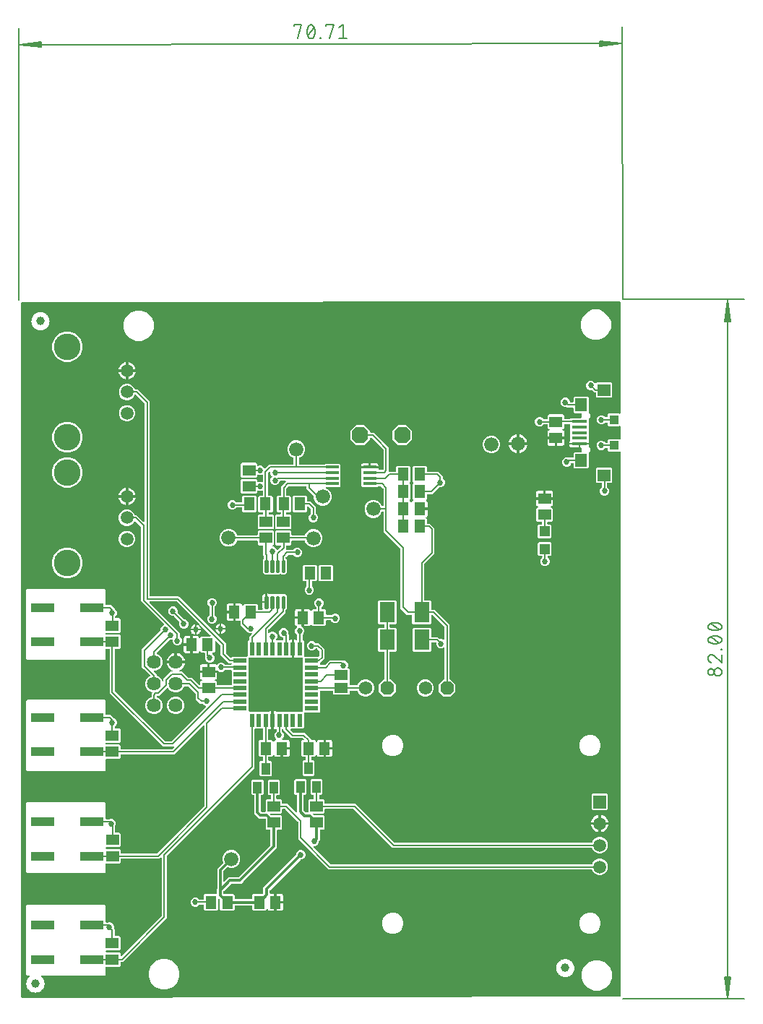
<source format=gtl>
G04 EAGLE Gerber RS-274X export*
G75*
%MOMM*%
%FSLAX34Y34*%
%LPD*%
%INTop Copper*%
%IPPOS*%
%AMOC8*
5,1,8,0,0,1.08239X$1,22.5*%
G01*
%ADD10C,0.130000*%
%ADD11C,0.152400*%
%ADD12R,1.500000X1.300000*%
%ADD13R,1.300000X1.500000*%
%ADD14R,1.800000X2.400000*%
%ADD15C,1.625600*%
%ADD16R,1.800000X0.400000*%
%ADD17R,1.400000X1.500000*%
%ADD18R,1.500000X1.350000*%
%ADD19R,1.000000X1.100000*%
%ADD20P,2.089446X8X22.500000*%
%ADD21R,1.200000X1.200000*%
%ADD22C,1.508000*%
%ADD23C,3.116000*%
%ADD24R,1.000000X1.400000*%
%ADD25R,2.750000X1.000000*%
%ADD26R,1.600200X1.168400*%
%ADD27C,1.676400*%
%ADD28C,1.000000*%
%ADD29R,1.508000X1.508000*%
%ADD30C,0.226694*%
%ADD31C,0.222250*%
%ADD32R,0.550000X1.600000*%
%ADD33R,1.600000X0.550000*%
%ADD34R,1.498600X0.431800*%
%ADD35P,1.704548X8X22.500000*%
%ADD36C,1.574800*%
%ADD37C,0.685800*%
%ADD38C,0.203200*%
%ADD39C,0.350000*%
%ADD40C,0.304800*%

G36*
X703799Y113536D02*
X703799Y113536D01*
X703818Y113539D01*
X703837Y113537D01*
X703939Y113559D01*
X704042Y113576D01*
X704059Y113585D01*
X704078Y113589D01*
X704167Y113643D01*
X704259Y113691D01*
X704272Y113706D01*
X704289Y113716D01*
X704356Y113794D01*
X704428Y113870D01*
X704436Y113888D01*
X704449Y113902D01*
X704488Y113999D01*
X704531Y114093D01*
X704534Y114113D01*
X704541Y114131D01*
X704559Y114297D01*
X704559Y751947D01*
X704548Y752017D01*
X704546Y752089D01*
X704528Y752138D01*
X704520Y752189D01*
X704486Y752253D01*
X704461Y752320D01*
X704429Y752361D01*
X704404Y752407D01*
X704353Y752456D01*
X704308Y752512D01*
X704264Y752540D01*
X704226Y752576D01*
X704161Y752606D01*
X704101Y752645D01*
X704050Y752658D01*
X704003Y752680D01*
X703932Y752688D01*
X703862Y752705D01*
X703810Y752701D01*
X703759Y752707D01*
X703688Y752692D01*
X703617Y752686D01*
X703569Y752666D01*
X703518Y752655D01*
X703457Y752618D01*
X703391Y752590D01*
X703335Y752545D01*
X703307Y752529D01*
X703292Y752511D01*
X703260Y752485D01*
X702842Y752067D01*
X691158Y752067D01*
X689967Y753258D01*
X689967Y755790D01*
X689964Y755810D01*
X689966Y755829D01*
X689944Y755931D01*
X689928Y756033D01*
X689918Y756050D01*
X689914Y756070D01*
X689861Y756159D01*
X689812Y756250D01*
X689798Y756264D01*
X689788Y756281D01*
X689709Y756348D01*
X689634Y756420D01*
X689616Y756428D01*
X689601Y756441D01*
X689505Y756480D01*
X689411Y756523D01*
X689391Y756525D01*
X689373Y756533D01*
X689206Y756551D01*
X686791Y756551D01*
X686701Y756537D01*
X686610Y756529D01*
X686580Y756517D01*
X686548Y756512D01*
X686467Y756469D01*
X686383Y756433D01*
X686351Y756407D01*
X686331Y756396D01*
X686308Y756373D01*
X686252Y756328D01*
X685194Y755270D01*
X683186Y754438D01*
X681014Y754438D01*
X679006Y755270D01*
X677470Y756806D01*
X676638Y758814D01*
X676638Y760986D01*
X677470Y762994D01*
X679006Y764530D01*
X681014Y765362D01*
X683186Y765362D01*
X685194Y764530D01*
X686793Y762931D01*
X686800Y762919D01*
X686804Y762915D01*
X686808Y762910D01*
X686898Y762835D01*
X686987Y762759D01*
X686992Y762757D01*
X686997Y762753D01*
X687106Y762711D01*
X687215Y762667D01*
X687222Y762666D01*
X687226Y762665D01*
X687244Y762664D01*
X687382Y762649D01*
X689206Y762649D01*
X689226Y762652D01*
X689245Y762650D01*
X689347Y762672D01*
X689449Y762688D01*
X689466Y762698D01*
X689486Y762702D01*
X689575Y762755D01*
X689666Y762804D01*
X689680Y762818D01*
X689697Y762828D01*
X689764Y762907D01*
X689836Y762982D01*
X689844Y763000D01*
X689857Y763015D01*
X689896Y763111D01*
X689939Y763205D01*
X689941Y763225D01*
X689949Y763243D01*
X689967Y763410D01*
X689967Y765942D01*
X691158Y767133D01*
X702842Y767133D01*
X703260Y766715D01*
X703318Y766673D01*
X703370Y766624D01*
X703417Y766602D01*
X703459Y766571D01*
X703528Y766550D01*
X703593Y766520D01*
X703645Y766514D01*
X703695Y766499D01*
X703766Y766501D01*
X703837Y766493D01*
X703888Y766504D01*
X703940Y766505D01*
X704008Y766530D01*
X704078Y766545D01*
X704123Y766572D01*
X704171Y766590D01*
X704227Y766635D01*
X704289Y766671D01*
X704323Y766711D01*
X704363Y766744D01*
X704402Y766804D01*
X704449Y766858D01*
X704468Y766907D01*
X704496Y766951D01*
X704514Y767020D01*
X704541Y767087D01*
X704549Y767158D01*
X704557Y767189D01*
X704555Y767212D01*
X704559Y767253D01*
X704559Y781947D01*
X704548Y782017D01*
X704546Y782089D01*
X704528Y782138D01*
X704520Y782189D01*
X704486Y782253D01*
X704461Y782320D01*
X704429Y782361D01*
X704404Y782407D01*
X704353Y782456D01*
X704308Y782512D01*
X704264Y782540D01*
X704226Y782576D01*
X704161Y782606D01*
X704101Y782645D01*
X704050Y782658D01*
X704003Y782680D01*
X703932Y782688D01*
X703862Y782705D01*
X703810Y782701D01*
X703759Y782707D01*
X703688Y782692D01*
X703617Y782686D01*
X703569Y782666D01*
X703518Y782655D01*
X703457Y782618D01*
X703391Y782590D01*
X703335Y782545D01*
X703307Y782529D01*
X703292Y782511D01*
X703260Y782485D01*
X702842Y782067D01*
X691158Y782067D01*
X689967Y783258D01*
X689967Y785790D01*
X689964Y785810D01*
X689966Y785829D01*
X689944Y785931D01*
X689928Y786033D01*
X689918Y786050D01*
X689914Y786070D01*
X689861Y786159D01*
X689812Y786250D01*
X689798Y786264D01*
X689788Y786281D01*
X689709Y786348D01*
X689634Y786420D01*
X689616Y786428D01*
X689601Y786441D01*
X689505Y786480D01*
X689411Y786523D01*
X689391Y786525D01*
X689373Y786533D01*
X689206Y786551D01*
X687291Y786551D01*
X687201Y786537D01*
X687110Y786529D01*
X687080Y786517D01*
X687048Y786512D01*
X686967Y786469D01*
X686883Y786433D01*
X686851Y786407D01*
X686831Y786396D01*
X686808Y786373D01*
X686752Y786328D01*
X685394Y784970D01*
X683386Y784138D01*
X681214Y784138D01*
X679206Y784970D01*
X677670Y786506D01*
X676838Y788514D01*
X676838Y790686D01*
X677670Y792694D01*
X679206Y794230D01*
X681214Y795062D01*
X683386Y795062D01*
X685394Y794230D01*
X686752Y792872D01*
X686826Y792819D01*
X686896Y792759D01*
X686926Y792747D01*
X686952Y792728D01*
X687039Y792701D01*
X687124Y792667D01*
X687165Y792663D01*
X687187Y792656D01*
X687219Y792657D01*
X687291Y792649D01*
X689206Y792649D01*
X689226Y792652D01*
X689245Y792650D01*
X689347Y792672D01*
X689449Y792688D01*
X689466Y792698D01*
X689486Y792702D01*
X689575Y792755D01*
X689666Y792804D01*
X689680Y792818D01*
X689697Y792828D01*
X689764Y792907D01*
X689836Y792982D01*
X689844Y793000D01*
X689857Y793015D01*
X689896Y793111D01*
X689939Y793205D01*
X689941Y793225D01*
X689949Y793243D01*
X689967Y793410D01*
X689967Y795942D01*
X691158Y797133D01*
X702842Y797133D01*
X703260Y796715D01*
X703318Y796673D01*
X703370Y796624D01*
X703417Y796602D01*
X703459Y796571D01*
X703528Y796550D01*
X703593Y796520D01*
X703645Y796514D01*
X703695Y796499D01*
X703766Y796501D01*
X703837Y796493D01*
X703888Y796504D01*
X703940Y796505D01*
X704008Y796530D01*
X704078Y796545D01*
X704123Y796572D01*
X704171Y796590D01*
X704227Y796635D01*
X704289Y796671D01*
X704323Y796711D01*
X704363Y796744D01*
X704402Y796804D01*
X704449Y796858D01*
X704468Y796907D01*
X704496Y796951D01*
X704514Y797020D01*
X704541Y797087D01*
X704549Y797158D01*
X704557Y797189D01*
X704555Y797212D01*
X704559Y797253D01*
X704559Y927693D01*
X704556Y927714D01*
X704558Y927734D01*
X704536Y927834D01*
X704520Y927936D01*
X704510Y927954D01*
X704506Y927974D01*
X704453Y928063D01*
X704404Y928153D01*
X704390Y928168D01*
X704379Y928185D01*
X704301Y928252D01*
X704226Y928323D01*
X704208Y928331D01*
X704192Y928345D01*
X704096Y928383D01*
X704003Y928426D01*
X703983Y928429D01*
X703964Y928436D01*
X703797Y928455D01*
X3301Y927464D01*
X3282Y927461D01*
X3263Y927463D01*
X3161Y927441D01*
X3058Y927424D01*
X3041Y927415D01*
X3022Y927411D01*
X2933Y927357D01*
X2841Y927309D01*
X2828Y927294D01*
X2811Y927284D01*
X2744Y927206D01*
X2672Y927130D01*
X2664Y927112D01*
X2651Y927098D01*
X2612Y927001D01*
X2569Y926907D01*
X2566Y926887D01*
X2559Y926869D01*
X2541Y926703D01*
X2541Y113307D01*
X2544Y113286D01*
X2542Y113266D01*
X2564Y113166D01*
X2580Y113064D01*
X2590Y113046D01*
X2594Y113026D01*
X2647Y112937D01*
X2696Y112847D01*
X2710Y112832D01*
X2721Y112815D01*
X2799Y112748D01*
X2874Y112677D01*
X2892Y112669D01*
X2908Y112655D01*
X3004Y112617D01*
X3097Y112574D01*
X3117Y112571D01*
X3136Y112564D01*
X3303Y112545D01*
X703799Y113536D01*
G37*
%LPC*%
G36*
X18817Y118555D02*
X18817Y118555D01*
X18793Y118561D01*
X18770Y118572D01*
X18606Y118605D01*
X17747Y118680D01*
X17722Y118678D01*
X17697Y118683D01*
X17600Y118669D01*
X17502Y118662D01*
X17494Y118659D01*
X17317Y118706D01*
X17286Y118709D01*
X17186Y118729D01*
X16997Y118746D01*
X16973Y118766D01*
X16950Y118776D01*
X16930Y118791D01*
X16774Y118852D01*
X15941Y119075D01*
X15916Y119078D01*
X15892Y119086D01*
X15794Y119090D01*
X15696Y119099D01*
X15688Y119098D01*
X15522Y119175D01*
X15492Y119184D01*
X15397Y119221D01*
X15214Y119270D01*
X15194Y119294D01*
X15173Y119307D01*
X15155Y119326D01*
X15012Y119413D01*
X14231Y119777D01*
X14206Y119784D01*
X14185Y119797D01*
X14088Y119817D01*
X13994Y119844D01*
X13986Y119844D01*
X13835Y119949D01*
X13807Y119962D01*
X13721Y120015D01*
X13548Y120096D01*
X13533Y120123D01*
X13514Y120140D01*
X13501Y120161D01*
X13375Y120272D01*
X12668Y120766D01*
X12646Y120777D01*
X12627Y120793D01*
X12535Y120830D01*
X12447Y120873D01*
X12439Y120874D01*
X12309Y121004D01*
X12284Y121022D01*
X12207Y121089D01*
X12052Y121198D01*
X12041Y121228D01*
X12026Y121247D01*
X12016Y121271D01*
X11911Y121401D01*
X11301Y122011D01*
X11281Y122026D01*
X11265Y122045D01*
X11181Y122097D01*
X11102Y122155D01*
X11094Y122157D01*
X10989Y122307D01*
X10967Y122330D01*
X10904Y122409D01*
X10769Y122543D01*
X10764Y122574D01*
X10752Y122597D01*
X10747Y122621D01*
X10666Y122768D01*
X10172Y123475D01*
X10154Y123493D01*
X10142Y123514D01*
X10069Y123580D01*
X10000Y123651D01*
X9993Y123654D01*
X9915Y123821D01*
X9898Y123846D01*
X9849Y123935D01*
X9740Y124091D01*
X9740Y124123D01*
X9732Y124147D01*
X9731Y124172D01*
X9677Y124331D01*
X9313Y125112D01*
X9299Y125133D01*
X9290Y125156D01*
X9230Y125234D01*
X9174Y125315D01*
X9168Y125320D01*
X9121Y125497D01*
X9108Y125526D01*
X9075Y125622D01*
X8995Y125794D01*
X9001Y125825D01*
X8997Y125850D01*
X9000Y125875D01*
X8975Y126041D01*
X8752Y126874D01*
X8742Y126896D01*
X8737Y126921D01*
X8691Y127008D01*
X8651Y127098D01*
X8645Y127103D01*
X8629Y127286D01*
X8622Y127317D01*
X8606Y127417D01*
X8557Y127601D01*
X8568Y127630D01*
X8569Y127655D01*
X8576Y127679D01*
X8580Y127847D01*
X8505Y128706D01*
X8499Y128730D01*
X8499Y128755D01*
X8469Y128849D01*
X8444Y128944D01*
X8440Y128951D01*
X8456Y129134D01*
X8454Y129165D01*
X8456Y129266D01*
X8439Y129456D01*
X8455Y129483D01*
X8461Y129507D01*
X8472Y129530D01*
X8505Y129694D01*
X8580Y130553D01*
X8578Y130578D01*
X8583Y130603D01*
X8569Y130700D01*
X8562Y130798D01*
X8559Y130806D01*
X8606Y130983D01*
X8609Y131014D01*
X8629Y131114D01*
X8646Y131303D01*
X8666Y131327D01*
X8676Y131350D01*
X8691Y131370D01*
X8752Y131526D01*
X8975Y132359D01*
X8978Y132384D01*
X8986Y132408D01*
X8990Y132506D01*
X8999Y132604D01*
X8998Y132612D01*
X9075Y132778D01*
X9084Y132808D01*
X9113Y132882D01*
X9118Y132894D01*
X9118Y132897D01*
X9121Y132903D01*
X9170Y133086D01*
X9194Y133106D01*
X9207Y133127D01*
X9226Y133145D01*
X9313Y133288D01*
X9677Y134069D01*
X9684Y134094D01*
X9697Y134115D01*
X9717Y134212D01*
X9744Y134306D01*
X9744Y134314D01*
X9849Y134465D01*
X9862Y134493D01*
X9915Y134579D01*
X9996Y134752D01*
X10023Y134767D01*
X10040Y134786D01*
X10061Y134799D01*
X10172Y134925D01*
X10666Y135632D01*
X10677Y135654D01*
X10693Y135673D01*
X10730Y135765D01*
X10773Y135853D01*
X10774Y135861D01*
X10904Y135991D01*
X10922Y136016D01*
X10989Y136093D01*
X11098Y136248D01*
X11127Y136259D01*
X11147Y136274D01*
X11171Y136284D01*
X11301Y136389D01*
X11911Y136999D01*
X11926Y137019D01*
X11945Y137035D01*
X11997Y137119D01*
X12055Y137198D01*
X12062Y137222D01*
X12075Y137244D01*
X12092Y137302D01*
X12131Y137385D01*
X12180Y137481D01*
X12182Y137496D01*
X12189Y137509D01*
X12201Y137617D01*
X12217Y137724D01*
X12214Y137739D01*
X12216Y137753D01*
X12193Y137860D01*
X12174Y137966D01*
X12167Y137979D01*
X12164Y137994D01*
X12108Y138087D01*
X12056Y138182D01*
X12045Y138192D01*
X12037Y138205D01*
X11955Y138275D01*
X11875Y138349D01*
X11862Y138355D01*
X11850Y138365D01*
X11750Y138405D01*
X11651Y138450D01*
X11636Y138451D01*
X11622Y138457D01*
X11456Y138475D01*
X9368Y138475D01*
X8475Y139368D01*
X8475Y220632D01*
X9368Y221525D01*
X100632Y221525D01*
X101525Y220632D01*
X101525Y201210D01*
X101528Y201190D01*
X101526Y201171D01*
X101548Y201069D01*
X101564Y200967D01*
X101574Y200950D01*
X101578Y200930D01*
X101631Y200841D01*
X101680Y200750D01*
X101694Y200736D01*
X101704Y200719D01*
X101783Y200652D01*
X101858Y200580D01*
X101876Y200572D01*
X101891Y200559D01*
X101987Y200520D01*
X102081Y200477D01*
X102101Y200475D01*
X102119Y200467D01*
X102286Y200449D01*
X103607Y200449D01*
X103671Y200459D01*
X103737Y200460D01*
X103817Y200483D01*
X103849Y200488D01*
X103866Y200498D01*
X103898Y200507D01*
X104514Y200762D01*
X106686Y200762D01*
X108694Y199930D01*
X110230Y198394D01*
X111062Y196386D01*
X111062Y194465D01*
X111076Y194375D01*
X111084Y194284D01*
X111096Y194254D01*
X111101Y194222D01*
X111144Y194142D01*
X111180Y194058D01*
X111206Y194026D01*
X111217Y194005D01*
X111240Y193983D01*
X111285Y193927D01*
X112249Y192963D01*
X112249Y185694D01*
X112252Y185674D01*
X112250Y185655D01*
X112272Y185553D01*
X112288Y185451D01*
X112298Y185434D01*
X112302Y185414D01*
X112355Y185325D01*
X112404Y185234D01*
X112418Y185220D01*
X112428Y185203D01*
X112507Y185136D01*
X112582Y185064D01*
X112600Y185056D01*
X112615Y185043D01*
X112711Y185004D01*
X112805Y184961D01*
X112825Y184959D01*
X112843Y184951D01*
X113010Y184933D01*
X117542Y184933D01*
X118733Y183742D01*
X118733Y169058D01*
X117542Y167867D01*
X102286Y167867D01*
X102266Y167864D01*
X102247Y167866D01*
X102145Y167844D01*
X102043Y167828D01*
X102026Y167818D01*
X102006Y167814D01*
X101917Y167761D01*
X101826Y167712D01*
X101812Y167698D01*
X101795Y167688D01*
X101728Y167609D01*
X101656Y167534D01*
X101648Y167516D01*
X101635Y167501D01*
X101596Y167405D01*
X101553Y167311D01*
X101551Y167291D01*
X101543Y167273D01*
X101525Y167106D01*
X101525Y166694D01*
X101528Y166674D01*
X101526Y166655D01*
X101548Y166553D01*
X101564Y166451D01*
X101574Y166434D01*
X101578Y166414D01*
X101631Y166325D01*
X101680Y166234D01*
X101694Y166220D01*
X101704Y166203D01*
X101783Y166136D01*
X101858Y166064D01*
X101876Y166056D01*
X101891Y166043D01*
X101987Y166004D01*
X102081Y165961D01*
X102101Y165959D01*
X102119Y165951D01*
X102286Y165933D01*
X117542Y165933D01*
X118733Y164742D01*
X118733Y161582D01*
X118744Y161511D01*
X118746Y161440D01*
X118764Y161391D01*
X118772Y161339D01*
X118806Y161276D01*
X118831Y161209D01*
X118863Y161168D01*
X118888Y161122D01*
X118940Y161073D01*
X118984Y161017D01*
X119028Y160988D01*
X119066Y160953D01*
X119131Y160922D01*
X119191Y160884D01*
X119242Y160871D01*
X119289Y160849D01*
X119360Y160841D01*
X119430Y160824D01*
X119482Y160828D01*
X119533Y160822D01*
X119604Y160837D01*
X119675Y160843D01*
X119723Y160863D01*
X119774Y160874D01*
X119835Y160911D01*
X119901Y160939D01*
X119957Y160984D01*
X119985Y161000D01*
X120000Y161018D01*
X120032Y161044D01*
X166728Y207740D01*
X166781Y207814D01*
X166841Y207883D01*
X166853Y207913D01*
X166872Y207940D01*
X166899Y208027D01*
X166933Y208111D01*
X166937Y208152D01*
X166944Y208175D01*
X166943Y208207D01*
X166951Y208278D01*
X166951Y276549D01*
X166940Y276620D01*
X166938Y276692D01*
X166920Y276741D01*
X166912Y276792D01*
X166878Y276855D01*
X166853Y276923D01*
X166821Y276963D01*
X166796Y277009D01*
X166744Y277059D01*
X166700Y277115D01*
X166656Y277143D01*
X166618Y277179D01*
X166553Y277209D01*
X166493Y277248D01*
X166442Y277260D01*
X166395Y277282D01*
X166324Y277290D01*
X166254Y277308D01*
X166202Y277304D01*
X166151Y277309D01*
X166080Y277294D01*
X166009Y277289D01*
X165961Y277268D01*
X165910Y277257D01*
X165849Y277220D01*
X165783Y277192D01*
X165727Y277148D01*
X165699Y277131D01*
X165684Y277113D01*
X165652Y277088D01*
X164015Y275451D01*
X119594Y275451D01*
X119574Y275448D01*
X119555Y275450D01*
X119453Y275428D01*
X119351Y275412D01*
X119334Y275402D01*
X119314Y275398D01*
X119225Y275345D01*
X119134Y275296D01*
X119120Y275282D01*
X119103Y275272D01*
X119036Y275193D01*
X118964Y275118D01*
X118956Y275100D01*
X118943Y275085D01*
X118904Y274989D01*
X118861Y274895D01*
X118859Y274875D01*
X118851Y274857D01*
X118833Y274690D01*
X118833Y271158D01*
X117642Y269967D01*
X102286Y269967D01*
X102266Y269964D01*
X102247Y269966D01*
X102145Y269944D01*
X102043Y269928D01*
X102026Y269918D01*
X102006Y269914D01*
X101917Y269861D01*
X101826Y269812D01*
X101812Y269798D01*
X101795Y269788D01*
X101728Y269709D01*
X101656Y269634D01*
X101648Y269616D01*
X101635Y269601D01*
X101596Y269505D01*
X101553Y269411D01*
X101551Y269391D01*
X101543Y269373D01*
X101525Y269206D01*
X101525Y259368D01*
X100632Y258475D01*
X9368Y258475D01*
X8475Y259368D01*
X8475Y340632D01*
X9368Y341525D01*
X100632Y341525D01*
X101525Y340632D01*
X101525Y322310D01*
X101528Y322290D01*
X101526Y322271D01*
X101548Y322169D01*
X101564Y322067D01*
X101574Y322050D01*
X101578Y322030D01*
X101631Y321941D01*
X101680Y321850D01*
X101694Y321836D01*
X101704Y321819D01*
X101783Y321752D01*
X101858Y321680D01*
X101876Y321672D01*
X101891Y321659D01*
X101987Y321620D01*
X102081Y321577D01*
X102101Y321575D01*
X102119Y321567D01*
X102286Y321549D01*
X105465Y321549D01*
X105530Y321559D01*
X105595Y321560D01*
X105675Y321583D01*
X105708Y321588D01*
X105725Y321598D01*
X105756Y321607D01*
X106614Y321962D01*
X108786Y321962D01*
X110794Y321130D01*
X112330Y319594D01*
X113162Y317586D01*
X113162Y315414D01*
X112407Y313591D01*
X112392Y313527D01*
X112367Y313466D01*
X112358Y313383D01*
X112351Y313351D01*
X112352Y313332D01*
X112349Y313299D01*
X112349Y306794D01*
X112352Y306774D01*
X112350Y306755D01*
X112372Y306653D01*
X112388Y306551D01*
X112398Y306534D01*
X112402Y306514D01*
X112455Y306425D01*
X112504Y306334D01*
X112518Y306320D01*
X112528Y306303D01*
X112607Y306236D01*
X112682Y306164D01*
X112700Y306156D01*
X112715Y306143D01*
X112811Y306104D01*
X112905Y306061D01*
X112925Y306059D01*
X112943Y306051D01*
X113110Y306033D01*
X117642Y306033D01*
X118833Y304842D01*
X118833Y290158D01*
X117642Y288967D01*
X102286Y288967D01*
X102266Y288964D01*
X102247Y288966D01*
X102145Y288944D01*
X102043Y288928D01*
X102026Y288918D01*
X102006Y288914D01*
X101917Y288861D01*
X101826Y288812D01*
X101812Y288798D01*
X101795Y288788D01*
X101728Y288709D01*
X101656Y288634D01*
X101648Y288616D01*
X101635Y288601D01*
X101596Y288505D01*
X101553Y288411D01*
X101551Y288391D01*
X101543Y288373D01*
X101525Y288206D01*
X101525Y287794D01*
X101528Y287774D01*
X101526Y287755D01*
X101548Y287653D01*
X101564Y287551D01*
X101574Y287534D01*
X101578Y287514D01*
X101631Y287425D01*
X101680Y287334D01*
X101694Y287320D01*
X101704Y287303D01*
X101783Y287236D01*
X101858Y287164D01*
X101876Y287156D01*
X101891Y287143D01*
X101987Y287104D01*
X102081Y287061D01*
X102101Y287059D01*
X102119Y287051D01*
X102286Y287033D01*
X117642Y287033D01*
X118833Y285842D01*
X118833Y282310D01*
X118836Y282290D01*
X118834Y282271D01*
X118856Y282169D01*
X118872Y282067D01*
X118882Y282050D01*
X118886Y282030D01*
X118939Y281941D01*
X118988Y281850D01*
X119002Y281836D01*
X119012Y281819D01*
X119091Y281752D01*
X119166Y281680D01*
X119184Y281672D01*
X119199Y281659D01*
X119295Y281620D01*
X119389Y281577D01*
X119409Y281575D01*
X119427Y281567D01*
X119594Y281549D01*
X161174Y281549D01*
X161265Y281563D01*
X161355Y281571D01*
X161385Y281583D01*
X161417Y281588D01*
X161498Y281631D01*
X161582Y281667D01*
X161614Y281693D01*
X161635Y281704D01*
X161657Y281727D01*
X161713Y281772D01*
X216728Y336787D01*
X216781Y336861D01*
X216841Y336931D01*
X216853Y336961D01*
X216872Y336987D01*
X216899Y337074D01*
X216933Y337159D01*
X216937Y337200D01*
X216944Y337222D01*
X216943Y337254D01*
X216951Y337326D01*
X216951Y430802D01*
X216940Y430873D01*
X216938Y430944D01*
X216920Y430993D01*
X216912Y431045D01*
X216878Y431108D01*
X216853Y431175D01*
X216821Y431216D01*
X216796Y431262D01*
X216745Y431311D01*
X216700Y431367D01*
X216656Y431396D01*
X216618Y431431D01*
X216553Y431462D01*
X216493Y431500D01*
X216442Y431513D01*
X216395Y431535D01*
X216324Y431543D01*
X216254Y431560D01*
X216202Y431556D01*
X216151Y431562D01*
X216080Y431547D01*
X216009Y431541D01*
X215961Y431521D01*
X215910Y431510D01*
X215849Y431473D01*
X215783Y431445D01*
X215727Y431400D01*
X215699Y431384D01*
X215684Y431366D01*
X215652Y431340D01*
X184072Y399760D01*
X182063Y397751D01*
X119394Y397751D01*
X119374Y397748D01*
X119355Y397750D01*
X119253Y397728D01*
X119151Y397712D01*
X119134Y397702D01*
X119114Y397698D01*
X119025Y397645D01*
X118934Y397596D01*
X118920Y397582D01*
X118903Y397572D01*
X118836Y397493D01*
X118764Y397418D01*
X118756Y397400D01*
X118743Y397385D01*
X118704Y397289D01*
X118661Y397195D01*
X118659Y397175D01*
X118651Y397157D01*
X118633Y396990D01*
X118633Y393458D01*
X117442Y392267D01*
X102286Y392267D01*
X102266Y392264D01*
X102247Y392266D01*
X102145Y392244D01*
X102043Y392228D01*
X102026Y392218D01*
X102006Y392214D01*
X101917Y392161D01*
X101826Y392112D01*
X101812Y392098D01*
X101795Y392088D01*
X101728Y392009D01*
X101656Y391934D01*
X101648Y391916D01*
X101635Y391901D01*
X101596Y391805D01*
X101553Y391711D01*
X101551Y391691D01*
X101543Y391673D01*
X101525Y391506D01*
X101525Y379368D01*
X100632Y378475D01*
X9368Y378475D01*
X8475Y379368D01*
X8475Y460632D01*
X9368Y461525D01*
X100632Y461525D01*
X101525Y460632D01*
X101525Y444710D01*
X101528Y444690D01*
X101526Y444671D01*
X101548Y444569D01*
X101564Y444467D01*
X101574Y444450D01*
X101578Y444430D01*
X101631Y444341D01*
X101680Y444250D01*
X101694Y444236D01*
X101704Y444219D01*
X101783Y444152D01*
X101858Y444080D01*
X101876Y444072D01*
X101891Y444059D01*
X101987Y444020D01*
X102081Y443977D01*
X102101Y443975D01*
X102119Y443967D01*
X102286Y443949D01*
X107563Y443949D01*
X110040Y441472D01*
X111795Y439717D01*
X111848Y439679D01*
X111895Y439633D01*
X111968Y439593D01*
X111994Y439573D01*
X112013Y439568D01*
X112042Y439552D01*
X112094Y439530D01*
X113630Y437994D01*
X114462Y435986D01*
X114462Y433814D01*
X113630Y431806D01*
X112372Y430548D01*
X112319Y430474D01*
X112259Y430404D01*
X112247Y430374D01*
X112228Y430348D01*
X112201Y430261D01*
X112167Y430176D01*
X112163Y430135D01*
X112156Y430113D01*
X112157Y430081D01*
X112149Y430009D01*
X112149Y429094D01*
X112152Y429074D01*
X112150Y429055D01*
X112172Y428953D01*
X112188Y428851D01*
X112198Y428834D01*
X112202Y428814D01*
X112255Y428725D01*
X112304Y428634D01*
X112318Y428620D01*
X112328Y428603D01*
X112407Y428536D01*
X112482Y428464D01*
X112500Y428456D01*
X112515Y428443D01*
X112611Y428404D01*
X112705Y428361D01*
X112725Y428359D01*
X112743Y428351D01*
X112910Y428333D01*
X117442Y428333D01*
X118633Y427142D01*
X118633Y412458D01*
X117442Y411267D01*
X102286Y411267D01*
X102266Y411264D01*
X102247Y411266D01*
X102145Y411244D01*
X102043Y411228D01*
X102026Y411218D01*
X102006Y411214D01*
X101917Y411161D01*
X101826Y411112D01*
X101812Y411098D01*
X101795Y411088D01*
X101728Y411009D01*
X101656Y410934D01*
X101648Y410916D01*
X101635Y410901D01*
X101596Y410805D01*
X101553Y410711D01*
X101551Y410691D01*
X101543Y410673D01*
X101525Y410506D01*
X101525Y410094D01*
X101528Y410074D01*
X101526Y410055D01*
X101548Y409953D01*
X101564Y409851D01*
X101574Y409834D01*
X101578Y409814D01*
X101631Y409725D01*
X101680Y409634D01*
X101694Y409620D01*
X101704Y409603D01*
X101783Y409536D01*
X101858Y409464D01*
X101876Y409456D01*
X101891Y409443D01*
X101987Y409404D01*
X102081Y409361D01*
X102101Y409359D01*
X102119Y409351D01*
X102286Y409333D01*
X117442Y409333D01*
X118633Y408142D01*
X118633Y404610D01*
X118636Y404590D01*
X118634Y404571D01*
X118656Y404469D01*
X118672Y404367D01*
X118682Y404350D01*
X118686Y404330D01*
X118739Y404241D01*
X118788Y404150D01*
X118802Y404136D01*
X118812Y404119D01*
X118891Y404052D01*
X118966Y403980D01*
X118984Y403972D01*
X118999Y403959D01*
X119095Y403920D01*
X119189Y403877D01*
X119209Y403875D01*
X119227Y403867D01*
X119394Y403849D01*
X179222Y403849D01*
X179312Y403863D01*
X179403Y403871D01*
X179433Y403883D01*
X179465Y403888D01*
X179545Y403931D01*
X179629Y403967D01*
X179661Y403993D01*
X179682Y404004D01*
X179704Y404027D01*
X179760Y404072D01*
X181340Y405652D01*
X181382Y405710D01*
X181431Y405762D01*
X181453Y405809D01*
X181484Y405851D01*
X181505Y405920D01*
X181535Y405985D01*
X181541Y406037D01*
X181556Y406087D01*
X181554Y406158D01*
X181562Y406229D01*
X181551Y406280D01*
X181550Y406332D01*
X181525Y406400D01*
X181510Y406470D01*
X181483Y406514D01*
X181465Y406563D01*
X181420Y406619D01*
X181384Y406681D01*
X181344Y406715D01*
X181312Y406755D01*
X181251Y406794D01*
X181197Y406841D01*
X181148Y406860D01*
X181105Y406888D01*
X181035Y406906D01*
X180969Y406933D01*
X180897Y406941D01*
X180866Y406949D01*
X180843Y406947D01*
X180802Y406951D01*
X168737Y406951D01*
X106151Y469537D01*
X106151Y520406D01*
X106148Y520426D01*
X106150Y520445D01*
X106128Y520547D01*
X106112Y520649D01*
X106102Y520666D01*
X106098Y520686D01*
X106045Y520775D01*
X105996Y520866D01*
X105982Y520880D01*
X105972Y520897D01*
X105893Y520964D01*
X105818Y521036D01*
X105800Y521044D01*
X105785Y521057D01*
X105689Y521096D01*
X105595Y521139D01*
X105575Y521141D01*
X105557Y521149D01*
X105390Y521167D01*
X102286Y521167D01*
X102266Y521164D01*
X102247Y521166D01*
X102145Y521144D01*
X102043Y521128D01*
X102026Y521118D01*
X102006Y521114D01*
X101917Y521061D01*
X101826Y521012D01*
X101812Y520998D01*
X101795Y520988D01*
X101728Y520909D01*
X101656Y520834D01*
X101648Y520816D01*
X101635Y520801D01*
X101596Y520705D01*
X101553Y520611D01*
X101551Y520591D01*
X101543Y520573D01*
X101525Y520406D01*
X101525Y509368D01*
X100632Y508475D01*
X9368Y508475D01*
X8475Y509368D01*
X8475Y590632D01*
X9368Y591525D01*
X100632Y591525D01*
X101525Y590632D01*
X101525Y573410D01*
X101528Y573390D01*
X101526Y573371D01*
X101548Y573269D01*
X101564Y573167D01*
X101574Y573150D01*
X101578Y573130D01*
X101631Y573041D01*
X101680Y572950D01*
X101694Y572936D01*
X101704Y572919D01*
X101783Y572852D01*
X101858Y572780D01*
X101876Y572772D01*
X101891Y572759D01*
X101987Y572720D01*
X102081Y572677D01*
X102101Y572675D01*
X102119Y572667D01*
X102286Y572649D01*
X107663Y572649D01*
X109672Y570640D01*
X110240Y570072D01*
X112316Y567995D01*
X112331Y567967D01*
X112367Y567883D01*
X112393Y567851D01*
X112404Y567831D01*
X112427Y567808D01*
X112472Y567752D01*
X113830Y566394D01*
X114662Y564386D01*
X114662Y562214D01*
X113830Y560206D01*
X112572Y558948D01*
X112519Y558874D01*
X112459Y558804D01*
X112447Y558774D01*
X112428Y558748D01*
X112401Y558661D01*
X112367Y558576D01*
X112363Y558535D01*
X112356Y558513D01*
X112357Y558481D01*
X112349Y558409D01*
X112349Y557994D01*
X112352Y557974D01*
X112350Y557955D01*
X112372Y557853D01*
X112388Y557751D01*
X112398Y557734D01*
X112402Y557714D01*
X112455Y557625D01*
X112504Y557534D01*
X112518Y557520D01*
X112528Y557503D01*
X112607Y557436D01*
X112682Y557364D01*
X112700Y557356D01*
X112715Y557343D01*
X112811Y557304D01*
X112905Y557261D01*
X112925Y557259D01*
X112943Y557251D01*
X113110Y557233D01*
X117542Y557233D01*
X118733Y556042D01*
X118733Y541358D01*
X117542Y540167D01*
X102286Y540167D01*
X102266Y540164D01*
X102247Y540166D01*
X102145Y540144D01*
X102043Y540128D01*
X102026Y540118D01*
X102006Y540114D01*
X101917Y540061D01*
X101826Y540012D01*
X101812Y539998D01*
X101795Y539988D01*
X101728Y539909D01*
X101656Y539834D01*
X101648Y539816D01*
X101635Y539801D01*
X101596Y539705D01*
X101553Y539611D01*
X101551Y539591D01*
X101543Y539573D01*
X101525Y539406D01*
X101525Y538994D01*
X101528Y538974D01*
X101526Y538955D01*
X101548Y538853D01*
X101564Y538751D01*
X101574Y538734D01*
X101578Y538714D01*
X101631Y538625D01*
X101680Y538534D01*
X101694Y538520D01*
X101704Y538503D01*
X101783Y538436D01*
X101858Y538364D01*
X101876Y538356D01*
X101891Y538343D01*
X101987Y538304D01*
X102081Y538261D01*
X102101Y538259D01*
X102119Y538251D01*
X102286Y538233D01*
X117542Y538233D01*
X118733Y537042D01*
X118733Y522358D01*
X117542Y521167D01*
X113010Y521167D01*
X112990Y521164D01*
X112971Y521166D01*
X112869Y521144D01*
X112767Y521128D01*
X112750Y521118D01*
X112730Y521114D01*
X112641Y521061D01*
X112550Y521012D01*
X112536Y520998D01*
X112519Y520988D01*
X112452Y520909D01*
X112380Y520834D01*
X112372Y520816D01*
X112359Y520801D01*
X112320Y520705D01*
X112277Y520611D01*
X112275Y520591D01*
X112267Y520573D01*
X112249Y520406D01*
X112249Y472378D01*
X112263Y472288D01*
X112271Y472197D01*
X112283Y472167D01*
X112288Y472135D01*
X112331Y472055D01*
X112367Y471971D01*
X112393Y471939D01*
X112404Y471918D01*
X112427Y471896D01*
X112472Y471840D01*
X171040Y413272D01*
X171114Y413219D01*
X171183Y413159D01*
X171213Y413147D01*
X171240Y413128D01*
X171327Y413101D01*
X171411Y413067D01*
X171452Y413063D01*
X171475Y413056D01*
X171507Y413057D01*
X171578Y413049D01*
X178422Y413049D01*
X178512Y413063D01*
X178603Y413071D01*
X178633Y413083D01*
X178665Y413088D01*
X178745Y413131D01*
X178829Y413167D01*
X178861Y413193D01*
X178882Y413204D01*
X178904Y413227D01*
X178960Y413272D01*
X219036Y453348D01*
X219063Y453385D01*
X219097Y453416D01*
X219135Y453485D01*
X219180Y453548D01*
X219193Y453592D01*
X219216Y453632D01*
X219230Y453709D01*
X219252Y453783D01*
X219251Y453829D01*
X219259Y453874D01*
X219248Y453951D01*
X219246Y454029D01*
X219230Y454072D01*
X219224Y454117D01*
X219188Y454187D01*
X219162Y454260D01*
X219133Y454296D01*
X219112Y454337D01*
X219056Y454391D01*
X219008Y454452D01*
X218969Y454477D01*
X218936Y454509D01*
X218817Y454575D01*
X218801Y454585D01*
X218796Y454586D01*
X218790Y454590D01*
X216906Y455370D01*
X215548Y456728D01*
X215474Y456781D01*
X215404Y456841D01*
X215374Y456853D01*
X215348Y456872D01*
X215261Y456899D01*
X215176Y456933D01*
X215135Y456937D01*
X215113Y456944D01*
X215081Y456943D01*
X215009Y456951D01*
X212237Y456951D01*
X206951Y462237D01*
X206951Y468422D01*
X206937Y468512D01*
X206929Y468603D01*
X206917Y468633D01*
X206912Y468665D01*
X206869Y468745D01*
X206833Y468829D01*
X206807Y468861D01*
X206796Y468882D01*
X206773Y468904D01*
X206728Y468960D01*
X198560Y477128D01*
X198486Y477181D01*
X198417Y477241D01*
X198387Y477253D01*
X198360Y477272D01*
X198273Y477299D01*
X198189Y477333D01*
X198148Y477337D01*
X198125Y477344D01*
X198093Y477343D01*
X198022Y477351D01*
X193844Y477351D01*
X193729Y477332D01*
X193613Y477315D01*
X193607Y477313D01*
X193601Y477312D01*
X193498Y477257D01*
X193394Y477204D01*
X193389Y477199D01*
X193384Y477196D01*
X193304Y477112D01*
X193221Y477028D01*
X193218Y477022D01*
X193214Y477018D01*
X193206Y477001D01*
X193140Y476881D01*
X192214Y474644D01*
X189356Y471786D01*
X185621Y470239D01*
X181579Y470239D01*
X177844Y471786D01*
X174986Y474644D01*
X174712Y475306D01*
X174688Y475346D01*
X174672Y475389D01*
X174623Y475449D01*
X174582Y475516D01*
X174547Y475545D01*
X174518Y475581D01*
X174453Y475623D01*
X174393Y475672D01*
X174350Y475689D01*
X174311Y475714D01*
X174236Y475733D01*
X174163Y475761D01*
X174117Y475762D01*
X174073Y475774D01*
X173995Y475768D01*
X173917Y475771D01*
X173873Y475758D01*
X173828Y475755D01*
X173756Y475724D01*
X173681Y475702D01*
X173643Y475676D01*
X173601Y475658D01*
X173495Y475573D01*
X173479Y475562D01*
X173476Y475558D01*
X173470Y475553D01*
X164092Y466175D01*
X162010Y466175D01*
X161990Y466172D01*
X161971Y466174D01*
X161869Y466152D01*
X161767Y466136D01*
X161750Y466126D01*
X161730Y466122D01*
X161641Y466069D01*
X161550Y466020D01*
X161536Y466006D01*
X161519Y465996D01*
X161452Y465917D01*
X161380Y465842D01*
X161372Y465824D01*
X161359Y465809D01*
X161320Y465713D01*
X161277Y465619D01*
X161275Y465599D01*
X161267Y465581D01*
X161249Y465414D01*
X161249Y465244D01*
X161268Y465129D01*
X161285Y465013D01*
X161287Y465007D01*
X161288Y465001D01*
X161343Y464898D01*
X161396Y464794D01*
X161401Y464789D01*
X161404Y464784D01*
X161488Y464704D01*
X161572Y464621D01*
X161578Y464618D01*
X161582Y464614D01*
X161599Y464606D01*
X161719Y464540D01*
X163956Y463614D01*
X166814Y460756D01*
X168361Y457021D01*
X168361Y452979D01*
X166814Y449244D01*
X163956Y446386D01*
X160221Y444839D01*
X156179Y444839D01*
X152444Y446386D01*
X149586Y449244D01*
X148039Y452979D01*
X148039Y457021D01*
X149586Y460756D01*
X152444Y463614D01*
X154681Y464540D01*
X154781Y464602D01*
X154881Y464662D01*
X154885Y464667D01*
X154890Y464670D01*
X154965Y464761D01*
X155041Y464849D01*
X155043Y464855D01*
X155047Y464859D01*
X155089Y464968D01*
X155133Y465077D01*
X155134Y465085D01*
X155135Y465089D01*
X155136Y465107D01*
X155151Y465244D01*
X155151Y468687D01*
X155744Y469280D01*
X155771Y469317D01*
X155805Y469348D01*
X155843Y469417D01*
X155888Y469480D01*
X155901Y469523D01*
X155924Y469564D01*
X155937Y469641D01*
X155960Y469715D01*
X155959Y469761D01*
X155967Y469806D01*
X155956Y469883D01*
X155954Y469961D01*
X155938Y470004D01*
X155931Y470049D01*
X155896Y470119D01*
X155869Y470192D01*
X155841Y470228D01*
X155820Y470268D01*
X155764Y470323D01*
X155716Y470384D01*
X155677Y470409D01*
X155644Y470441D01*
X155525Y470507D01*
X155509Y470517D01*
X155504Y470518D01*
X155497Y470522D01*
X152444Y471786D01*
X149586Y474644D01*
X148039Y478379D01*
X148039Y482421D01*
X149586Y486156D01*
X152444Y489014D01*
X153106Y489288D01*
X153146Y489312D01*
X153189Y489328D01*
X153249Y489377D01*
X153316Y489418D01*
X153345Y489453D01*
X153381Y489482D01*
X153423Y489547D01*
X153472Y489607D01*
X153489Y489650D01*
X153514Y489689D01*
X153533Y489764D01*
X153561Y489837D01*
X153562Y489883D01*
X153574Y489927D01*
X153568Y490005D01*
X153571Y490083D01*
X153558Y490127D01*
X153555Y490172D01*
X153524Y490244D01*
X153502Y490319D01*
X153476Y490357D01*
X153458Y490399D01*
X153373Y490505D01*
X153362Y490521D01*
X153358Y490524D01*
X153353Y490530D01*
X145984Y497899D01*
X143975Y499908D01*
X143975Y520859D01*
X165575Y542459D01*
X165629Y542533D01*
X165688Y542603D01*
X165700Y542633D01*
X165719Y542659D01*
X165746Y542746D01*
X165780Y542831D01*
X165785Y542872D01*
X165791Y542894D01*
X165791Y542926D01*
X165798Y542998D01*
X165798Y544919D01*
X166630Y546926D01*
X168166Y548463D01*
X169456Y548997D01*
X169495Y549021D01*
X169538Y549037D01*
X169598Y549085D01*
X169665Y549126D01*
X169694Y549162D01*
X169730Y549190D01*
X169772Y549256D01*
X169822Y549316D01*
X169838Y549359D01*
X169863Y549397D01*
X169882Y549473D01*
X169910Y549546D01*
X169912Y549591D01*
X169923Y549636D01*
X169917Y549713D01*
X169920Y549791D01*
X169907Y549835D01*
X169904Y549881D01*
X169873Y549953D01*
X169852Y550028D01*
X169825Y550065D01*
X169807Y550107D01*
X169722Y550214D01*
X169711Y550230D01*
X169707Y550233D01*
X169703Y550238D01*
X144896Y575045D01*
X142887Y577054D01*
X142887Y664086D01*
X142873Y664176D01*
X142865Y664267D01*
X142853Y664297D01*
X142848Y664329D01*
X142805Y664409D01*
X142769Y664493D01*
X142743Y664525D01*
X142732Y664546D01*
X142709Y664568D01*
X142664Y664624D01*
X136257Y671032D01*
X136220Y671058D01*
X136189Y671092D01*
X136120Y671130D01*
X136057Y671175D01*
X136013Y671189D01*
X135973Y671211D01*
X135896Y671225D01*
X135822Y671247D01*
X135776Y671246D01*
X135731Y671254D01*
X135654Y671243D01*
X135576Y671241D01*
X135533Y671225D01*
X135488Y671219D01*
X135418Y671183D01*
X135345Y671157D01*
X135309Y671128D01*
X135268Y671107D01*
X135214Y671052D01*
X135153Y671003D01*
X135128Y670964D01*
X135096Y670932D01*
X135030Y670812D01*
X135020Y670796D01*
X135019Y670791D01*
X135015Y670785D01*
X134515Y669577D01*
X131823Y666885D01*
X128304Y665427D01*
X124496Y665427D01*
X120977Y666885D01*
X118285Y669577D01*
X116827Y673096D01*
X116827Y676904D01*
X118285Y680423D01*
X120977Y683115D01*
X124496Y684573D01*
X128304Y684573D01*
X131823Y683115D01*
X134515Y680423D01*
X135304Y678519D01*
X135366Y678419D01*
X135425Y678319D01*
X135430Y678315D01*
X135434Y678310D01*
X135524Y678235D01*
X135612Y678159D01*
X135618Y678157D01*
X135623Y678153D01*
X135731Y678111D01*
X135841Y678067D01*
X135848Y678066D01*
X135853Y678065D01*
X135871Y678064D01*
X136007Y678049D01*
X137863Y678049D01*
X145652Y670260D01*
X145710Y670218D01*
X145762Y670169D01*
X145809Y670147D01*
X145851Y670116D01*
X145920Y670095D01*
X145985Y670065D01*
X146037Y670059D01*
X146087Y670044D01*
X146158Y670046D01*
X146229Y670038D01*
X146280Y670049D01*
X146332Y670050D01*
X146400Y670075D01*
X146470Y670090D01*
X146515Y670117D01*
X146563Y670135D01*
X146619Y670180D01*
X146681Y670216D01*
X146715Y670256D01*
X146755Y670288D01*
X146794Y670349D01*
X146841Y670403D01*
X146860Y670452D01*
X146888Y670495D01*
X146906Y670565D01*
X146933Y670631D01*
X146941Y670703D01*
X146949Y670734D01*
X146947Y670757D01*
X146951Y670798D01*
X146951Y808422D01*
X146937Y808512D01*
X146929Y808603D01*
X146917Y808633D01*
X146912Y808665D01*
X146869Y808745D01*
X146833Y808829D01*
X146807Y808861D01*
X146796Y808882D01*
X146773Y808904D01*
X146728Y808960D01*
X136660Y819028D01*
X136586Y819081D01*
X136517Y819141D01*
X136487Y819153D01*
X136460Y819172D01*
X136384Y819195D01*
X136362Y819207D01*
X136343Y819211D01*
X136289Y819233D01*
X136248Y819237D01*
X136225Y819244D01*
X136193Y819243D01*
X136122Y819251D01*
X136107Y819251D01*
X136034Y819239D01*
X135979Y819238D01*
X135946Y819226D01*
X135876Y819215D01*
X135871Y819213D01*
X135865Y819212D01*
X135769Y819161D01*
X135748Y819153D01*
X135738Y819145D01*
X135657Y819104D01*
X135653Y819099D01*
X135647Y819096D01*
X135567Y819012D01*
X135485Y818928D01*
X135481Y818922D01*
X135478Y818918D01*
X135470Y818901D01*
X135404Y818781D01*
X134615Y816877D01*
X131923Y814185D01*
X128404Y812727D01*
X124596Y812727D01*
X121077Y814185D01*
X118385Y816877D01*
X116927Y820396D01*
X116927Y824204D01*
X118385Y827723D01*
X121077Y830415D01*
X124596Y831873D01*
X128404Y831873D01*
X131923Y830415D01*
X134615Y827723D01*
X135404Y825819D01*
X135466Y825719D01*
X135525Y825619D01*
X135530Y825615D01*
X135534Y825610D01*
X135624Y825535D01*
X135712Y825459D01*
X135718Y825457D01*
X135723Y825453D01*
X135831Y825411D01*
X135941Y825367D01*
X135948Y825366D01*
X135953Y825365D01*
X135971Y825364D01*
X136107Y825349D01*
X138963Y825349D01*
X153049Y811263D01*
X153049Y583810D01*
X153052Y583790D01*
X153050Y583771D01*
X153072Y583669D01*
X153088Y583567D01*
X153098Y583550D01*
X153102Y583530D01*
X153155Y583441D01*
X153204Y583350D01*
X153218Y583336D01*
X153228Y583319D01*
X153307Y583252D01*
X153382Y583180D01*
X153400Y583172D01*
X153415Y583159D01*
X153511Y583120D01*
X153605Y583077D01*
X153625Y583075D01*
X153643Y583067D01*
X153810Y583049D01*
X186963Y583049D01*
X242249Y527763D01*
X242249Y516878D01*
X242263Y516788D01*
X242271Y516697D01*
X242283Y516667D01*
X242288Y516635D01*
X242331Y516555D01*
X242367Y516471D01*
X242393Y516439D01*
X242404Y516418D01*
X242427Y516396D01*
X242472Y516340D01*
X247855Y510956D01*
X247871Y510945D01*
X247884Y510929D01*
X247971Y510873D01*
X248055Y510813D01*
X248074Y510807D01*
X248091Y510796D01*
X248191Y510771D01*
X248290Y510741D01*
X248310Y510741D01*
X248329Y510736D01*
X248432Y510744D01*
X248536Y510747D01*
X248555Y510754D01*
X248574Y510755D01*
X248669Y510796D01*
X248767Y510831D01*
X248782Y510844D01*
X248801Y510852D01*
X248932Y510956D01*
X250258Y512283D01*
X267356Y512283D01*
X267376Y512286D01*
X267395Y512284D01*
X267497Y512306D01*
X267599Y512322D01*
X267616Y512332D01*
X267636Y512336D01*
X267725Y512389D01*
X267816Y512438D01*
X267830Y512452D01*
X267847Y512462D01*
X267914Y512541D01*
X267986Y512616D01*
X267994Y512634D01*
X268007Y512649D01*
X268046Y512745D01*
X268089Y512839D01*
X268091Y512859D01*
X268099Y512877D01*
X268117Y513044D01*
X268117Y530142D01*
X269359Y531384D01*
X269370Y531386D01*
X269459Y531439D01*
X269550Y531488D01*
X269564Y531502D01*
X269581Y531512D01*
X269648Y531591D01*
X269720Y531666D01*
X269728Y531684D01*
X269741Y531699D01*
X269780Y531795D01*
X269823Y531889D01*
X269825Y531909D01*
X269833Y531927D01*
X269851Y532094D01*
X269851Y535763D01*
X272627Y538539D01*
X272669Y538597D01*
X272718Y538649D01*
X272740Y538696D01*
X272771Y538738D01*
X272792Y538807D01*
X272822Y538872D01*
X272828Y538924D01*
X272843Y538974D01*
X272841Y539045D01*
X272849Y539116D01*
X272838Y539167D01*
X272837Y539219D01*
X272812Y539287D01*
X272797Y539357D01*
X272770Y539402D01*
X272752Y539450D01*
X272707Y539506D01*
X272671Y539568D01*
X272631Y539602D01*
X272599Y539642D01*
X272538Y539681D01*
X272484Y539728D01*
X272435Y539747D01*
X272392Y539775D01*
X272322Y539793D01*
X272256Y539820D01*
X272184Y539828D01*
X272153Y539836D01*
X272130Y539834D01*
X272089Y539838D01*
X270214Y539838D01*
X268206Y540670D01*
X266606Y542270D01*
X266590Y542296D01*
X266575Y542309D01*
X266554Y542335D01*
X261360Y547528D01*
X259351Y549537D01*
X259351Y553398D01*
X259348Y553418D01*
X259350Y553437D01*
X259328Y553539D01*
X259312Y553641D01*
X259302Y553658D01*
X259298Y553678D01*
X259245Y553767D01*
X259196Y553858D01*
X259182Y553872D01*
X259172Y553889D01*
X259093Y553956D01*
X259018Y554028D01*
X259000Y554036D01*
X258985Y554049D01*
X258889Y554088D01*
X258795Y554131D01*
X258775Y554133D01*
X258757Y554141D01*
X258590Y554159D01*
X253823Y554159D01*
X253823Y563438D01*
X253820Y563458D01*
X253822Y563477D01*
X253800Y563579D01*
X253783Y563681D01*
X253774Y563698D01*
X253770Y563718D01*
X253717Y563807D01*
X253668Y563898D01*
X253654Y563912D01*
X253644Y563929D01*
X253565Y563996D01*
X253490Y564067D01*
X253472Y564076D01*
X253457Y564089D01*
X253361Y564128D01*
X253267Y564171D01*
X253247Y564173D01*
X253229Y564181D01*
X253062Y564199D01*
X252299Y564199D01*
X252299Y564201D01*
X253062Y564201D01*
X253082Y564204D01*
X253101Y564202D01*
X253203Y564224D01*
X253305Y564241D01*
X253322Y564250D01*
X253342Y564254D01*
X253431Y564307D01*
X253522Y564356D01*
X253536Y564370D01*
X253553Y564380D01*
X253620Y564459D01*
X253691Y564534D01*
X253700Y564552D01*
X253713Y564567D01*
X253752Y564663D01*
X253795Y564757D01*
X253797Y564777D01*
X253805Y564795D01*
X253823Y564962D01*
X253823Y574241D01*
X259134Y574241D01*
X259781Y574068D01*
X260360Y573733D01*
X260833Y573260D01*
X261168Y572681D01*
X261271Y572296D01*
X261281Y572274D01*
X261285Y572250D01*
X261331Y572162D01*
X261372Y572072D01*
X261388Y572054D01*
X261400Y572033D01*
X261471Y571964D01*
X261539Y571891D01*
X261560Y571880D01*
X261578Y571863D01*
X261668Y571821D01*
X261755Y571774D01*
X261779Y571770D01*
X261801Y571760D01*
X261900Y571749D01*
X261998Y571732D01*
X262022Y571735D01*
X262045Y571733D01*
X262142Y571754D01*
X262241Y571769D01*
X262262Y571780D01*
X262286Y571785D01*
X262371Y571836D01*
X262460Y571881D01*
X262476Y571899D01*
X262497Y571911D01*
X262562Y571987D01*
X262631Y572058D01*
X262641Y572080D01*
X262657Y572098D01*
X262694Y572190D01*
X262737Y572280D01*
X262740Y572304D01*
X262749Y572326D01*
X262767Y572493D01*
X262767Y572542D01*
X263958Y573733D01*
X278642Y573733D01*
X279833Y572542D01*
X279833Y568010D01*
X279836Y567990D01*
X279834Y567971D01*
X279856Y567869D01*
X279872Y567767D01*
X279882Y567750D01*
X279886Y567730D01*
X279939Y567641D01*
X279988Y567550D01*
X280002Y567536D01*
X280012Y567519D01*
X280091Y567452D01*
X280166Y567380D01*
X280184Y567372D01*
X280199Y567359D01*
X280295Y567320D01*
X280389Y567277D01*
X280409Y567275D01*
X280427Y567267D01*
X280594Y567249D01*
X284663Y567249D01*
X284758Y567264D01*
X284853Y567273D01*
X284878Y567284D01*
X284906Y567288D01*
X284990Y567333D01*
X285078Y567372D01*
X285099Y567390D01*
X285123Y567404D01*
X285189Y567473D01*
X285260Y567537D01*
X285274Y567562D01*
X285293Y567582D01*
X285333Y567669D01*
X285380Y567752D01*
X285385Y567780D01*
X285396Y567805D01*
X285407Y567900D01*
X285424Y567994D01*
X285420Y568022D01*
X285424Y568049D01*
X285403Y568143D01*
X285390Y568237D01*
X285376Y568270D01*
X285371Y568290D01*
X285354Y568318D01*
X285343Y568345D01*
X285087Y569300D01*
X285087Y575039D01*
X289501Y575039D01*
X289520Y575043D01*
X289540Y575040D01*
X289641Y575062D01*
X289743Y575079D01*
X289761Y575088D01*
X289780Y575093D01*
X289869Y575146D01*
X289961Y575194D01*
X289974Y575209D01*
X289991Y575219D01*
X290059Y575298D01*
X290130Y575373D01*
X290138Y575391D01*
X290151Y575406D01*
X290190Y575502D01*
X290234Y575596D01*
X290236Y575615D01*
X290243Y575634D01*
X290255Y575743D01*
X290340Y575761D01*
X290442Y575778D01*
X290460Y575787D01*
X290479Y575791D01*
X290568Y575845D01*
X290659Y575893D01*
X290673Y575907D01*
X290690Y575918D01*
X290758Y575996D01*
X290829Y576071D01*
X290837Y576089D01*
X290850Y576105D01*
X290889Y576201D01*
X290932Y576294D01*
X290935Y576314D01*
X290942Y576333D01*
X290961Y576499D01*
X290961Y586191D01*
X291423Y586191D01*
X292357Y585940D01*
X293016Y585560D01*
X293057Y585545D01*
X293094Y585521D01*
X293171Y585501D01*
X293246Y585473D01*
X293290Y585471D01*
X293332Y585461D01*
X293412Y585467D01*
X293492Y585464D01*
X293534Y585476D01*
X293578Y585480D01*
X293651Y585511D01*
X293728Y585534D01*
X293763Y585559D01*
X293804Y585576D01*
X293917Y585667D01*
X293929Y585675D01*
X293931Y585678D01*
X293935Y585681D01*
X293936Y585683D01*
X298764Y585683D01*
X299062Y585385D01*
X299078Y585373D01*
X299090Y585357D01*
X299177Y585301D01*
X299261Y585241D01*
X299280Y585235D01*
X299297Y585224D01*
X299398Y585199D01*
X299496Y585169D01*
X299516Y585169D01*
X299536Y585164D01*
X299639Y585172D01*
X299742Y585175D01*
X299761Y585182D01*
X299781Y585183D01*
X299876Y585224D01*
X299973Y585259D01*
X299989Y585272D01*
X300007Y585280D01*
X300138Y585385D01*
X300436Y585683D01*
X305264Y585683D01*
X305562Y585385D01*
X305578Y585373D01*
X305590Y585357D01*
X305677Y585301D01*
X305761Y585241D01*
X305780Y585235D01*
X305797Y585224D01*
X305898Y585199D01*
X305996Y585169D01*
X306016Y585169D01*
X306036Y585164D01*
X306139Y585172D01*
X306242Y585175D01*
X306261Y585182D01*
X306281Y585183D01*
X306376Y585224D01*
X306473Y585259D01*
X306489Y585272D01*
X306507Y585280D01*
X306638Y585385D01*
X306936Y585683D01*
X311764Y585683D01*
X313605Y583841D01*
X313605Y568459D01*
X312622Y567475D01*
X312569Y567401D01*
X312509Y567332D01*
X312497Y567302D01*
X312478Y567276D01*
X312451Y567188D01*
X312417Y567104D01*
X312413Y567063D01*
X312406Y567041D01*
X312407Y567008D01*
X312399Y566937D01*
X312399Y563940D01*
X292172Y543713D01*
X292119Y543639D01*
X292059Y543569D01*
X292047Y543539D01*
X292028Y543513D01*
X292001Y543426D01*
X291967Y543341D01*
X291963Y543300D01*
X291956Y543278D01*
X291957Y543246D01*
X291949Y543174D01*
X291949Y540611D01*
X291960Y540540D01*
X291962Y540468D01*
X291980Y540419D01*
X291988Y540368D01*
X292022Y540305D01*
X292047Y540237D01*
X292079Y540196D01*
X292104Y540150D01*
X292155Y540101D01*
X292200Y540045D01*
X292244Y540017D01*
X292282Y539981D01*
X292347Y539951D01*
X292407Y539912D01*
X292458Y539899D01*
X292505Y539877D01*
X292576Y539870D01*
X292646Y539852D01*
X292698Y539856D01*
X292749Y539850D01*
X292820Y539866D01*
X292891Y539871D01*
X292939Y539892D01*
X292990Y539903D01*
X293051Y539939D01*
X293117Y539968D01*
X293173Y540012D01*
X293201Y540029D01*
X293216Y540047D01*
X293248Y540072D01*
X293806Y540630D01*
X295814Y541462D01*
X297986Y541462D01*
X299994Y540630D01*
X301530Y539094D01*
X302362Y537086D01*
X302362Y534914D01*
X301530Y532906D01*
X301256Y532632D01*
X301215Y532574D01*
X301165Y532522D01*
X301143Y532475D01*
X301113Y532433D01*
X301092Y532364D01*
X301061Y532299D01*
X301056Y532247D01*
X301040Y532197D01*
X301042Y532126D01*
X301034Y532055D01*
X301045Y532004D01*
X301047Y531952D01*
X301071Y531884D01*
X301087Y531814D01*
X301113Y531769D01*
X301131Y531721D01*
X301176Y531665D01*
X301213Y531603D01*
X301252Y531569D01*
X301285Y531529D01*
X301345Y531490D01*
X301400Y531443D01*
X301448Y531424D01*
X301492Y531396D01*
X301561Y531378D01*
X301628Y531351D01*
X301699Y531343D01*
X301730Y531335D01*
X301754Y531337D01*
X301795Y531333D01*
X308543Y531333D01*
X308561Y531319D01*
X308581Y531314D01*
X308597Y531303D01*
X308698Y531278D01*
X308797Y531247D01*
X308817Y531248D01*
X308836Y531243D01*
X308939Y531251D01*
X309042Y531253D01*
X309061Y531260D01*
X309081Y531262D01*
X309176Y531302D01*
X309273Y531338D01*
X309289Y531350D01*
X309307Y531358D01*
X309323Y531371D01*
X309333Y531372D01*
X309350Y531382D01*
X309370Y531386D01*
X309459Y531439D01*
X309550Y531488D01*
X309564Y531502D01*
X309581Y531512D01*
X309648Y531591D01*
X309720Y531666D01*
X309728Y531684D01*
X309741Y531699D01*
X309780Y531795D01*
X309823Y531889D01*
X309825Y531909D01*
X309833Y531927D01*
X309851Y532094D01*
X309851Y533777D01*
X309848Y533797D01*
X309850Y533816D01*
X309828Y533918D01*
X309812Y534020D01*
X309802Y534037D01*
X309798Y534057D01*
X309745Y534146D01*
X309696Y534237D01*
X309682Y534251D01*
X309672Y534268D01*
X309593Y534335D01*
X309518Y534407D01*
X309500Y534415D01*
X309485Y534428D01*
X309389Y534467D01*
X309295Y534510D01*
X309275Y534512D01*
X309257Y534520D01*
X309090Y534538D01*
X308914Y534538D01*
X306906Y535370D01*
X305370Y536906D01*
X304538Y538914D01*
X304538Y541086D01*
X305370Y543094D01*
X306906Y544630D01*
X308914Y545462D01*
X311086Y545462D01*
X313094Y544630D01*
X314630Y543094D01*
X315462Y541086D01*
X315462Y539165D01*
X315476Y539075D01*
X315484Y538984D01*
X315496Y538954D01*
X315501Y538922D01*
X315544Y538842D01*
X315580Y538758D01*
X315606Y538726D01*
X315617Y538705D01*
X315640Y538683D01*
X315685Y538627D01*
X315949Y538363D01*
X315949Y532281D01*
X315964Y532187D01*
X315973Y532092D01*
X315984Y532066D01*
X315988Y532039D01*
X316033Y531954D01*
X316071Y531867D01*
X316090Y531846D01*
X316104Y531821D01*
X316173Y531756D01*
X316237Y531685D01*
X316262Y531671D01*
X316282Y531652D01*
X316368Y531612D01*
X316452Y531565D01*
X316479Y531560D01*
X316505Y531548D01*
X316600Y531538D01*
X316693Y531520D01*
X316721Y531524D01*
X316749Y531521D01*
X316843Y531541D01*
X316937Y531555D01*
X316969Y531569D01*
X316990Y531573D01*
X317018Y531590D01*
X317091Y531622D01*
X317169Y531668D01*
X317816Y531841D01*
X319526Y531841D01*
X319526Y521913D01*
X319529Y521894D01*
X319527Y521874D01*
X319549Y521772D01*
X319565Y521670D01*
X319575Y521653D01*
X319579Y521633D01*
X319632Y521544D01*
X319681Y521453D01*
X319695Y521439D01*
X319705Y521422D01*
X319784Y521355D01*
X319841Y521301D01*
X319827Y521293D01*
X319813Y521279D01*
X319796Y521269D01*
X319729Y521190D01*
X319657Y521115D01*
X319649Y521097D01*
X319636Y521082D01*
X319597Y520985D01*
X319554Y520892D01*
X319552Y520872D01*
X319544Y520854D01*
X319526Y520687D01*
X319526Y510759D01*
X317816Y510759D01*
X317169Y510932D01*
X316766Y511165D01*
X316659Y511206D01*
X316552Y511249D01*
X316542Y511250D01*
X316536Y511252D01*
X316514Y511253D01*
X316385Y511267D01*
X309257Y511267D01*
X309239Y511280D01*
X309220Y511286D01*
X309203Y511297D01*
X309102Y511322D01*
X309004Y511353D01*
X308984Y511352D01*
X308964Y511357D01*
X308861Y511349D01*
X308758Y511347D01*
X308739Y511340D01*
X308719Y511338D01*
X308624Y511298D01*
X308541Y511267D01*
X301257Y511267D01*
X301239Y511280D01*
X301220Y511286D01*
X301203Y511297D01*
X301102Y511322D01*
X301004Y511353D01*
X300984Y511352D01*
X300964Y511357D01*
X300861Y511349D01*
X300758Y511347D01*
X300739Y511340D01*
X300719Y511338D01*
X300624Y511298D01*
X300541Y511267D01*
X293257Y511267D01*
X293239Y511280D01*
X293220Y511286D01*
X293203Y511297D01*
X293102Y511322D01*
X293004Y511353D01*
X292984Y511352D01*
X292964Y511357D01*
X292861Y511349D01*
X292758Y511347D01*
X292739Y511340D01*
X292719Y511338D01*
X292624Y511298D01*
X292541Y511267D01*
X285257Y511267D01*
X285239Y511280D01*
X285220Y511286D01*
X285203Y511297D01*
X285102Y511322D01*
X285004Y511353D01*
X284984Y511352D01*
X284964Y511357D01*
X284861Y511349D01*
X284758Y511347D01*
X284739Y511340D01*
X284719Y511338D01*
X284624Y511298D01*
X284541Y511267D01*
X277257Y511267D01*
X277239Y511280D01*
X277220Y511286D01*
X277203Y511297D01*
X277102Y511322D01*
X277004Y511353D01*
X276984Y511352D01*
X276964Y511357D01*
X276861Y511349D01*
X276758Y511347D01*
X276739Y511340D01*
X276719Y511338D01*
X276624Y511298D01*
X276541Y511267D01*
X269894Y511267D01*
X269874Y511264D01*
X269855Y511266D01*
X269753Y511244D01*
X269651Y511228D01*
X269634Y511218D01*
X269614Y511214D01*
X269525Y511161D01*
X269434Y511112D01*
X269420Y511098D01*
X269403Y511088D01*
X269336Y511009D01*
X269264Y510934D01*
X269256Y510916D01*
X269243Y510901D01*
X269204Y510805D01*
X269161Y510711D01*
X269159Y510691D01*
X269151Y510673D01*
X269133Y510506D01*
X269133Y503857D01*
X269120Y503839D01*
X269114Y503820D01*
X269103Y503803D01*
X269078Y503702D01*
X269047Y503604D01*
X269048Y503584D01*
X269043Y503564D01*
X269051Y503461D01*
X269053Y503358D01*
X269060Y503339D01*
X269062Y503319D01*
X269102Y503224D01*
X269133Y503141D01*
X269133Y495857D01*
X269120Y495839D01*
X269114Y495820D01*
X269103Y495803D01*
X269078Y495702D01*
X269047Y495604D01*
X269048Y495584D01*
X269043Y495564D01*
X269051Y495461D01*
X269053Y495358D01*
X269060Y495339D01*
X269062Y495319D01*
X269102Y495224D01*
X269133Y495141D01*
X269133Y487857D01*
X269120Y487839D01*
X269114Y487820D01*
X269103Y487803D01*
X269078Y487702D01*
X269047Y487604D01*
X269048Y487584D01*
X269043Y487564D01*
X269051Y487461D01*
X269053Y487358D01*
X269060Y487339D01*
X269062Y487319D01*
X269102Y487224D01*
X269133Y487141D01*
X269133Y479857D01*
X269120Y479839D01*
X269114Y479820D01*
X269103Y479803D01*
X269078Y479702D01*
X269047Y479604D01*
X269048Y479584D01*
X269043Y479564D01*
X269051Y479461D01*
X269053Y479358D01*
X269060Y479339D01*
X269062Y479319D01*
X269102Y479224D01*
X269133Y479141D01*
X269133Y471857D01*
X269120Y471839D01*
X269114Y471820D01*
X269103Y471803D01*
X269078Y471702D01*
X269047Y471604D01*
X269048Y471584D01*
X269043Y471564D01*
X269051Y471461D01*
X269053Y471358D01*
X269060Y471339D01*
X269062Y471319D01*
X269102Y471224D01*
X269133Y471141D01*
X269133Y463857D01*
X269120Y463839D01*
X269114Y463820D01*
X269103Y463803D01*
X269078Y463702D01*
X269047Y463604D01*
X269048Y463584D01*
X269043Y463564D01*
X269051Y463461D01*
X269053Y463358D01*
X269060Y463339D01*
X269062Y463319D01*
X269102Y463224D01*
X269133Y463141D01*
X269133Y455857D01*
X269120Y455839D01*
X269114Y455820D01*
X269103Y455803D01*
X269078Y455702D01*
X269047Y455604D01*
X269048Y455584D01*
X269043Y455564D01*
X269051Y455461D01*
X269053Y455358D01*
X269060Y455339D01*
X269062Y455319D01*
X269102Y455224D01*
X269133Y455141D01*
X269133Y448494D01*
X269136Y448474D01*
X269134Y448455D01*
X269156Y448353D01*
X269172Y448251D01*
X269182Y448234D01*
X269186Y448214D01*
X269239Y448125D01*
X269288Y448034D01*
X269302Y448020D01*
X269312Y448003D01*
X269391Y447936D01*
X269466Y447864D01*
X269484Y447856D01*
X269499Y447843D01*
X269595Y447804D01*
X269689Y447761D01*
X269709Y447759D01*
X269727Y447751D01*
X269894Y447733D01*
X276543Y447733D01*
X276561Y447720D01*
X276580Y447714D01*
X276597Y447703D01*
X276698Y447678D01*
X276796Y447647D01*
X276816Y447648D01*
X276836Y447643D01*
X276939Y447651D01*
X277042Y447653D01*
X277061Y447660D01*
X277081Y447662D01*
X277176Y447702D01*
X277259Y447733D01*
X284543Y447733D01*
X284561Y447720D01*
X284580Y447714D01*
X284597Y447703D01*
X284698Y447678D01*
X284796Y447647D01*
X284816Y447648D01*
X284836Y447643D01*
X284939Y447651D01*
X285042Y447653D01*
X285061Y447660D01*
X285081Y447662D01*
X285176Y447702D01*
X285259Y447733D01*
X292385Y447733D01*
X292498Y447751D01*
X292612Y447767D01*
X292622Y447771D01*
X292628Y447772D01*
X292648Y447783D01*
X292766Y447835D01*
X293169Y448068D01*
X293816Y448241D01*
X295526Y448241D01*
X295526Y438313D01*
X295529Y438294D01*
X295527Y438274D01*
X295549Y438172D01*
X295565Y438070D01*
X295575Y438053D01*
X295579Y438033D01*
X295632Y437944D01*
X295681Y437853D01*
X295695Y437839D01*
X295705Y437822D01*
X295784Y437755D01*
X295841Y437701D01*
X295827Y437693D01*
X295813Y437679D01*
X295796Y437669D01*
X295729Y437590D01*
X295657Y437515D01*
X295649Y437497D01*
X295636Y437482D01*
X295597Y437385D01*
X295554Y437292D01*
X295552Y437272D01*
X295544Y437254D01*
X295526Y437087D01*
X295526Y427159D01*
X293816Y427159D01*
X293131Y427343D01*
X293101Y427354D01*
X293015Y427394D01*
X292987Y427397D01*
X292961Y427407D01*
X292865Y427411D01*
X292771Y427421D01*
X292743Y427415D01*
X292715Y427416D01*
X292624Y427389D01*
X292530Y427369D01*
X292506Y427354D01*
X292479Y427346D01*
X292401Y427292D01*
X292319Y427243D01*
X292301Y427221D01*
X292278Y427205D01*
X292221Y427128D01*
X292159Y427056D01*
X292149Y427030D01*
X292132Y427007D01*
X292103Y426916D01*
X292067Y426828D01*
X292063Y426792D01*
X292057Y426773D01*
X292057Y426740D01*
X292049Y426661D01*
X292049Y414994D01*
X292052Y414974D01*
X292050Y414955D01*
X292072Y414853D01*
X292088Y414751D01*
X292098Y414734D01*
X292102Y414714D01*
X292155Y414625D01*
X292204Y414534D01*
X292218Y414520D01*
X292228Y414503D01*
X292307Y414436D01*
X292382Y414364D01*
X292400Y414356D01*
X292415Y414343D01*
X292511Y414304D01*
X292605Y414261D01*
X292625Y414259D01*
X292643Y414251D01*
X292810Y414233D01*
X296342Y414233D01*
X297533Y413042D01*
X297533Y412993D01*
X297537Y412969D01*
X297534Y412945D01*
X297556Y412848D01*
X297572Y412750D01*
X297584Y412729D01*
X297589Y412705D01*
X297641Y412620D01*
X297688Y412533D01*
X297705Y412516D01*
X297718Y412496D01*
X297794Y412432D01*
X297866Y412363D01*
X297888Y412353D01*
X297906Y412338D01*
X297999Y412302D01*
X298089Y412260D01*
X298113Y412257D01*
X298135Y412248D01*
X298235Y412244D01*
X298333Y412233D01*
X298357Y412238D01*
X298381Y412237D01*
X298477Y412264D01*
X298574Y412285D01*
X298594Y412297D01*
X298618Y412304D01*
X298700Y412360D01*
X298785Y412411D01*
X298801Y412429D01*
X298820Y412443D01*
X298880Y412522D01*
X298945Y412598D01*
X298954Y412620D01*
X298968Y412640D01*
X299029Y412796D01*
X299132Y413181D01*
X299467Y413760D01*
X299940Y414233D01*
X300519Y414568D01*
X300972Y414689D01*
X301059Y414728D01*
X301149Y414761D01*
X301171Y414779D01*
X301196Y414790D01*
X301266Y414855D01*
X301341Y414915D01*
X301356Y414938D01*
X301377Y414958D01*
X301422Y415041D01*
X301474Y415121D01*
X301481Y415149D01*
X301494Y415174D01*
X301510Y415268D01*
X301534Y415360D01*
X301531Y415388D01*
X301536Y415416D01*
X301522Y415510D01*
X301515Y415605D01*
X301503Y415631D01*
X301499Y415659D01*
X301456Y415744D01*
X301418Y415832D01*
X301396Y415859D01*
X301387Y415878D01*
X301363Y415901D01*
X301313Y415963D01*
X300170Y417106D01*
X299338Y419114D01*
X299338Y421286D01*
X300170Y423294D01*
X301628Y424752D01*
X301681Y424826D01*
X301741Y424896D01*
X301753Y424926D01*
X301772Y424952D01*
X301799Y425039D01*
X301833Y425124D01*
X301837Y425165D01*
X301844Y425187D01*
X301843Y425219D01*
X301851Y425291D01*
X301851Y426719D01*
X301836Y426813D01*
X301827Y426908D01*
X301816Y426934D01*
X301812Y426961D01*
X301767Y427045D01*
X301729Y427133D01*
X301710Y427154D01*
X301696Y427179D01*
X301627Y427244D01*
X301563Y427315D01*
X301538Y427329D01*
X301518Y427348D01*
X301432Y427388D01*
X301348Y427435D01*
X301321Y427440D01*
X301295Y427452D01*
X301200Y427462D01*
X301107Y427480D01*
X301079Y427476D01*
X301051Y427479D01*
X300957Y427459D01*
X300863Y427445D01*
X300831Y427431D01*
X300810Y427427D01*
X300782Y427410D01*
X300709Y427378D01*
X300631Y427332D01*
X299984Y427159D01*
X298274Y427159D01*
X298274Y437087D01*
X298271Y437106D01*
X298273Y437126D01*
X298251Y437228D01*
X298235Y437330D01*
X298225Y437347D01*
X298221Y437367D01*
X298168Y437456D01*
X298119Y437547D01*
X298105Y437561D01*
X298095Y437578D01*
X298016Y437645D01*
X297959Y437699D01*
X297973Y437707D01*
X297987Y437721D01*
X298004Y437731D01*
X298071Y437810D01*
X298143Y437885D01*
X298151Y437903D01*
X298164Y437918D01*
X298203Y438015D01*
X298246Y438108D01*
X298248Y438128D01*
X298256Y438146D01*
X298274Y438313D01*
X298274Y448241D01*
X299985Y448241D01*
X300631Y448068D01*
X301034Y447835D01*
X301141Y447794D01*
X301248Y447751D01*
X301258Y447750D01*
X301264Y447748D01*
X301286Y447747D01*
X301415Y447733D01*
X308543Y447733D01*
X308561Y447720D01*
X308580Y447714D01*
X308597Y447703D01*
X308698Y447678D01*
X308796Y447647D01*
X308816Y447648D01*
X308836Y447643D01*
X308939Y447651D01*
X309042Y447653D01*
X309061Y447660D01*
X309081Y447662D01*
X309176Y447702D01*
X309259Y447733D01*
X316543Y447733D01*
X316561Y447720D01*
X316580Y447714D01*
X316597Y447703D01*
X316698Y447678D01*
X316796Y447647D01*
X316816Y447648D01*
X316836Y447643D01*
X316939Y447651D01*
X317042Y447653D01*
X317061Y447660D01*
X317081Y447662D01*
X317176Y447702D01*
X317259Y447733D01*
X324543Y447733D01*
X324561Y447720D01*
X324580Y447714D01*
X324597Y447703D01*
X324698Y447678D01*
X324796Y447647D01*
X324816Y447648D01*
X324836Y447643D01*
X324939Y447651D01*
X325042Y447653D01*
X325061Y447660D01*
X325081Y447662D01*
X325176Y447702D01*
X325259Y447733D01*
X331906Y447733D01*
X331926Y447736D01*
X331945Y447734D01*
X332047Y447756D01*
X332149Y447772D01*
X332166Y447782D01*
X332186Y447786D01*
X332275Y447839D01*
X332366Y447888D01*
X332380Y447902D01*
X332397Y447912D01*
X332464Y447991D01*
X332536Y448066D01*
X332544Y448084D01*
X332557Y448099D01*
X332596Y448195D01*
X332639Y448289D01*
X332641Y448309D01*
X332649Y448327D01*
X332667Y448494D01*
X332667Y455143D01*
X332680Y455161D01*
X332686Y455180D01*
X332697Y455197D01*
X332722Y455298D01*
X332753Y455396D01*
X332752Y455416D01*
X332757Y455436D01*
X332749Y455539D01*
X332747Y455642D01*
X332740Y455661D01*
X332738Y455681D01*
X332698Y455776D01*
X332667Y455859D01*
X332667Y463143D01*
X332680Y463161D01*
X332686Y463180D01*
X332697Y463197D01*
X332722Y463298D01*
X332753Y463396D01*
X332752Y463416D01*
X332757Y463436D01*
X332749Y463539D01*
X332747Y463642D01*
X332740Y463661D01*
X332738Y463681D01*
X332698Y463776D01*
X332667Y463859D01*
X332667Y471143D01*
X332680Y471161D01*
X332686Y471180D01*
X332697Y471197D01*
X332722Y471298D01*
X332753Y471396D01*
X332752Y471416D01*
X332757Y471436D01*
X332749Y471539D01*
X332747Y471642D01*
X332740Y471661D01*
X332738Y471681D01*
X332698Y471776D01*
X332667Y471859D01*
X332667Y479143D01*
X332680Y479161D01*
X332686Y479180D01*
X332697Y479197D01*
X332722Y479298D01*
X332753Y479396D01*
X332752Y479416D01*
X332757Y479436D01*
X332749Y479539D01*
X332747Y479642D01*
X332740Y479661D01*
X332738Y479681D01*
X332698Y479776D01*
X332667Y479859D01*
X332667Y487143D01*
X332680Y487161D01*
X332686Y487180D01*
X332697Y487197D01*
X332722Y487298D01*
X332753Y487396D01*
X332752Y487416D01*
X332757Y487436D01*
X332749Y487539D01*
X332747Y487642D01*
X332740Y487661D01*
X332738Y487681D01*
X332698Y487776D01*
X332667Y487859D01*
X332667Y495143D01*
X332680Y495161D01*
X332686Y495180D01*
X332697Y495197D01*
X332722Y495298D01*
X332753Y495396D01*
X332752Y495416D01*
X332757Y495436D01*
X332749Y495539D01*
X332747Y495642D01*
X332740Y495661D01*
X332738Y495681D01*
X332698Y495776D01*
X332667Y495859D01*
X332667Y503143D01*
X332680Y503161D01*
X332686Y503180D01*
X332697Y503197D01*
X332722Y503298D01*
X332753Y503396D01*
X332752Y503416D01*
X332757Y503436D01*
X332749Y503539D01*
X332747Y503642D01*
X332740Y503661D01*
X332738Y503681D01*
X332698Y503776D01*
X332667Y503859D01*
X332667Y510506D01*
X332664Y510526D01*
X332666Y510545D01*
X332644Y510647D01*
X332628Y510749D01*
X332618Y510766D01*
X332614Y510786D01*
X332561Y510875D01*
X332512Y510966D01*
X332498Y510980D01*
X332488Y510997D01*
X332409Y511064D01*
X332334Y511136D01*
X332316Y511144D01*
X332301Y511157D01*
X332205Y511196D01*
X332111Y511239D01*
X332091Y511241D01*
X332073Y511249D01*
X331906Y511267D01*
X325415Y511267D01*
X325302Y511249D01*
X325188Y511233D01*
X325178Y511229D01*
X325172Y511228D01*
X325152Y511217D01*
X325034Y511165D01*
X324631Y510932D01*
X323984Y510759D01*
X322274Y510759D01*
X322274Y520687D01*
X322271Y520706D01*
X322273Y520726D01*
X322251Y520828D01*
X322235Y520930D01*
X322225Y520947D01*
X322221Y520967D01*
X322168Y521056D01*
X322119Y521147D01*
X322105Y521161D01*
X322095Y521178D01*
X322016Y521245D01*
X321959Y521299D01*
X321973Y521307D01*
X321987Y521321D01*
X322004Y521331D01*
X322071Y521410D01*
X322143Y521485D01*
X322151Y521503D01*
X322164Y521518D01*
X322203Y521615D01*
X322246Y521708D01*
X322248Y521728D01*
X322256Y521746D01*
X322274Y521913D01*
X322274Y531841D01*
X323984Y531841D01*
X324631Y531668D01*
X324709Y531622D01*
X324799Y531588D01*
X324885Y531548D01*
X324913Y531545D01*
X324939Y531535D01*
X325035Y531532D01*
X325129Y531521D01*
X325157Y531527D01*
X325185Y531526D01*
X325277Y531553D01*
X325370Y531573D01*
X325394Y531588D01*
X325421Y531596D01*
X325499Y531651D01*
X325581Y531700D01*
X325599Y531721D01*
X325622Y531737D01*
X325679Y531814D01*
X325741Y531887D01*
X325751Y531913D01*
X325768Y531935D01*
X325797Y532026D01*
X325833Y532115D01*
X325837Y532150D01*
X325843Y532170D01*
X325843Y532202D01*
X325851Y532281D01*
X325851Y537209D01*
X325837Y537299D01*
X325829Y537390D01*
X325817Y537420D01*
X325812Y537452D01*
X325769Y537533D01*
X325733Y537617D01*
X325707Y537649D01*
X325696Y537669D01*
X325673Y537692D01*
X325628Y537748D01*
X324270Y539106D01*
X323438Y541114D01*
X323438Y543286D01*
X324270Y545294D01*
X325692Y546716D01*
X325740Y546782D01*
X325748Y546791D01*
X325751Y546797D01*
X325809Y546867D01*
X325819Y546893D01*
X325836Y546916D01*
X325864Y547007D01*
X325899Y547096D01*
X325900Y547124D01*
X325908Y547151D01*
X325906Y547247D01*
X325910Y547342D01*
X325903Y547369D01*
X325902Y547397D01*
X325869Y547487D01*
X325843Y547578D01*
X325827Y547602D01*
X325817Y547628D01*
X325758Y547703D01*
X325704Y547781D01*
X325681Y547798D01*
X325664Y547820D01*
X325583Y547872D01*
X325507Y547929D01*
X325474Y547942D01*
X325457Y547953D01*
X325425Y547961D01*
X325351Y547990D01*
X324819Y548132D01*
X324240Y548467D01*
X323767Y548940D01*
X323432Y549519D01*
X323259Y550166D01*
X323259Y556477D01*
X330777Y556477D01*
X330777Y547843D01*
X330796Y547728D01*
X330813Y547612D01*
X330816Y547606D01*
X330817Y547600D01*
X330871Y547497D01*
X330924Y547393D01*
X330929Y547388D01*
X330932Y547383D01*
X331016Y547303D01*
X331100Y547221D01*
X331106Y547217D01*
X331110Y547214D01*
X331127Y547206D01*
X331247Y547140D01*
X331994Y546830D01*
X333530Y545294D01*
X334362Y543286D01*
X334362Y541114D01*
X333530Y539106D01*
X332172Y537748D01*
X332119Y537674D01*
X332059Y537604D01*
X332047Y537574D01*
X332028Y537548D01*
X332001Y537461D01*
X331967Y537376D01*
X331963Y537335D01*
X331956Y537313D01*
X331957Y537281D01*
X331949Y537209D01*
X331949Y532094D01*
X331952Y532074D01*
X331950Y532055D01*
X331972Y531953D01*
X331988Y531851D01*
X331998Y531834D01*
X332002Y531814D01*
X332055Y531725D01*
X332104Y531634D01*
X332118Y531620D01*
X332128Y531603D01*
X332207Y531536D01*
X332282Y531464D01*
X332300Y531456D01*
X332315Y531443D01*
X332411Y531404D01*
X332428Y531397D01*
X333683Y530142D01*
X333683Y513044D01*
X333686Y513024D01*
X333684Y513005D01*
X333706Y512903D01*
X333722Y512801D01*
X333732Y512784D01*
X333736Y512764D01*
X333789Y512675D01*
X333838Y512584D01*
X333852Y512570D01*
X333862Y512553D01*
X333941Y512486D01*
X334016Y512414D01*
X334034Y512406D01*
X334049Y512393D01*
X334145Y512354D01*
X334239Y512311D01*
X334259Y512309D01*
X334277Y512301D01*
X334444Y512283D01*
X351090Y512283D01*
X351110Y512286D01*
X351129Y512284D01*
X351231Y512306D01*
X351333Y512322D01*
X351350Y512332D01*
X351370Y512336D01*
X351459Y512389D01*
X351550Y512438D01*
X351564Y512452D01*
X351581Y512462D01*
X351648Y512541D01*
X351720Y512616D01*
X351728Y512634D01*
X351741Y512649D01*
X351780Y512745D01*
X351823Y512839D01*
X351825Y512859D01*
X351833Y512877D01*
X351851Y513044D01*
X351851Y518422D01*
X351837Y518512D01*
X351829Y518603D01*
X351817Y518633D01*
X351812Y518665D01*
X351769Y518745D01*
X351733Y518829D01*
X351707Y518861D01*
X351696Y518882D01*
X351673Y518904D01*
X351628Y518960D01*
X349060Y521528D01*
X348986Y521581D01*
X348917Y521641D01*
X348887Y521653D01*
X348860Y521672D01*
X348773Y521699D01*
X348689Y521733D01*
X348648Y521737D01*
X348625Y521744D01*
X348593Y521743D01*
X348522Y521751D01*
X347891Y521751D01*
X347801Y521737D01*
X347710Y521729D01*
X347680Y521717D01*
X347648Y521712D01*
X347567Y521669D01*
X347483Y521633D01*
X347451Y521607D01*
X347431Y521596D01*
X347408Y521573D01*
X347352Y521528D01*
X345994Y520170D01*
X343986Y519338D01*
X341814Y519338D01*
X339806Y520170D01*
X338270Y521706D01*
X337438Y523714D01*
X337438Y525886D01*
X338270Y527894D01*
X339806Y529430D01*
X341814Y530262D01*
X343986Y530262D01*
X345994Y529430D01*
X347352Y528072D01*
X347426Y528019D01*
X347496Y527959D01*
X347526Y527947D01*
X347552Y527928D01*
X347639Y527901D01*
X347724Y527867D01*
X347765Y527863D01*
X347787Y527856D01*
X347819Y527857D01*
X347891Y527849D01*
X351363Y527849D01*
X357949Y521263D01*
X357949Y509737D01*
X354672Y506460D01*
X352956Y504744D01*
X352903Y504670D01*
X352843Y504601D01*
X352831Y504571D01*
X352812Y504544D01*
X352785Y504457D01*
X352751Y504373D01*
X352747Y504332D01*
X352740Y504309D01*
X352741Y504277D01*
X352733Y504206D01*
X352733Y503857D01*
X352719Y503839D01*
X352714Y503819D01*
X352703Y503803D01*
X352678Y503702D01*
X352647Y503603D01*
X352648Y503583D01*
X352643Y503564D01*
X352651Y503461D01*
X352653Y503358D01*
X352660Y503339D01*
X352662Y503319D01*
X352702Y503224D01*
X352738Y503127D01*
X352750Y503111D01*
X352758Y503093D01*
X352771Y503077D01*
X352772Y503067D01*
X352782Y503050D01*
X352786Y503030D01*
X352839Y502941D01*
X352888Y502850D01*
X352902Y502836D01*
X352912Y502819D01*
X352991Y502752D01*
X353066Y502680D01*
X353084Y502672D01*
X353099Y502659D01*
X353195Y502620D01*
X353289Y502577D01*
X353309Y502575D01*
X353327Y502567D01*
X353494Y502549D01*
X357922Y502549D01*
X358012Y502563D01*
X358103Y502571D01*
X358133Y502583D01*
X358165Y502588D01*
X358245Y502631D01*
X358329Y502667D01*
X358361Y502693D01*
X358382Y502704D01*
X358404Y502727D01*
X358460Y502772D01*
X363437Y507749D01*
X378586Y507749D01*
X378627Y507708D01*
X378701Y507655D01*
X378770Y507595D01*
X378800Y507583D01*
X378827Y507564D01*
X378914Y507537D01*
X378998Y507503D01*
X379039Y507499D01*
X379062Y507492D01*
X379094Y507493D01*
X379165Y507485D01*
X381086Y507485D01*
X383094Y506653D01*
X384630Y505117D01*
X385462Y503109D01*
X385462Y500937D01*
X384928Y499647D01*
X384917Y499603D01*
X384898Y499561D01*
X384889Y499484D01*
X384872Y499408D01*
X384876Y499362D01*
X384871Y499317D01*
X384887Y499240D01*
X384895Y499163D01*
X384913Y499121D01*
X384923Y499076D01*
X384963Y499009D01*
X384995Y498938D01*
X385026Y498904D01*
X385049Y498865D01*
X385108Y498814D01*
X385161Y498757D01*
X385201Y498735D01*
X385236Y498705D01*
X385308Y498676D01*
X385377Y498639D01*
X385422Y498630D01*
X385464Y498613D01*
X385600Y498598D01*
X385619Y498595D01*
X385624Y498596D01*
X385631Y498595D01*
X386443Y498595D01*
X387634Y497404D01*
X387634Y484036D01*
X387236Y483638D01*
X387224Y483622D01*
X387209Y483610D01*
X387153Y483522D01*
X387092Y483439D01*
X387087Y483420D01*
X387076Y483403D01*
X387051Y483302D01*
X387020Y483203D01*
X387021Y483184D01*
X387016Y483164D01*
X387024Y483061D01*
X387026Y482958D01*
X387033Y482939D01*
X387035Y482919D01*
X387075Y482824D01*
X387111Y482727D01*
X387123Y482711D01*
X387131Y482693D01*
X387236Y482562D01*
X387634Y482164D01*
X387634Y479310D01*
X387637Y479290D01*
X387635Y479271D01*
X387657Y479169D01*
X387673Y479067D01*
X387683Y479050D01*
X387687Y479030D01*
X387740Y478941D01*
X387789Y478850D01*
X387803Y478836D01*
X387813Y478819D01*
X387892Y478752D01*
X387967Y478680D01*
X387985Y478672D01*
X388000Y478659D01*
X388096Y478620D01*
X388190Y478577D01*
X388210Y478575D01*
X388228Y478567D01*
X388395Y478549D01*
X395931Y478549D01*
X396046Y478568D01*
X396162Y478585D01*
X396168Y478587D01*
X396174Y478588D01*
X396277Y478643D01*
X396381Y478696D01*
X396386Y478701D01*
X396391Y478704D01*
X396471Y478788D01*
X396554Y478872D01*
X396557Y478878D01*
X396561Y478882D01*
X396569Y478899D01*
X396635Y479019D01*
X397501Y481112D01*
X400288Y483899D01*
X403929Y485407D01*
X407871Y485407D01*
X411512Y483899D01*
X414299Y481112D01*
X415807Y477471D01*
X415807Y473529D01*
X414299Y469888D01*
X411512Y467101D01*
X407871Y465593D01*
X403929Y465593D01*
X400288Y467101D01*
X397501Y469888D01*
X396635Y471981D01*
X396573Y472081D01*
X396513Y472181D01*
X396508Y472185D01*
X396505Y472190D01*
X396415Y472265D01*
X396326Y472341D01*
X396320Y472343D01*
X396315Y472347D01*
X396207Y472389D01*
X396098Y472433D01*
X396090Y472434D01*
X396086Y472435D01*
X396068Y472436D01*
X395931Y472451D01*
X388395Y472451D01*
X388375Y472448D01*
X388356Y472450D01*
X388254Y472428D01*
X388152Y472412D01*
X388135Y472402D01*
X388115Y472398D01*
X388026Y472345D01*
X387935Y472296D01*
X387921Y472282D01*
X387904Y472272D01*
X387837Y472193D01*
X387765Y472118D01*
X387757Y472100D01*
X387744Y472085D01*
X387705Y471989D01*
X387662Y471895D01*
X387660Y471875D01*
X387652Y471857D01*
X387634Y471690D01*
X387634Y468796D01*
X386443Y467605D01*
X368757Y467605D01*
X367566Y468796D01*
X367566Y471690D01*
X367563Y471710D01*
X367565Y471729D01*
X367543Y471831D01*
X367527Y471933D01*
X367517Y471950D01*
X367513Y471970D01*
X367460Y472059D01*
X367411Y472150D01*
X367397Y472164D01*
X367387Y472181D01*
X367308Y472248D01*
X367233Y472320D01*
X367215Y472328D01*
X367200Y472341D01*
X367104Y472380D01*
X367010Y472423D01*
X366990Y472425D01*
X366972Y472433D01*
X366805Y472451D01*
X353494Y472451D01*
X353474Y472448D01*
X353455Y472450D01*
X353353Y472428D01*
X353251Y472412D01*
X353234Y472402D01*
X353214Y472398D01*
X353125Y472345D01*
X353034Y472296D01*
X353020Y472282D01*
X353003Y472272D01*
X352936Y472193D01*
X352864Y472118D01*
X352856Y472100D01*
X352843Y472085D01*
X352804Y471989D01*
X352762Y471898D01*
X352719Y471839D01*
X352714Y471819D01*
X352703Y471803D01*
X352678Y471702D01*
X352647Y471603D01*
X352648Y471583D01*
X352643Y471564D01*
X352651Y471461D01*
X352653Y471358D01*
X352660Y471339D01*
X352662Y471319D01*
X352702Y471224D01*
X352733Y471141D01*
X352733Y463857D01*
X352719Y463839D01*
X352714Y463819D01*
X352703Y463803D01*
X352678Y463702D01*
X352647Y463603D01*
X352648Y463583D01*
X352643Y463564D01*
X352651Y463461D01*
X352653Y463358D01*
X352660Y463339D01*
X352662Y463319D01*
X352702Y463224D01*
X352733Y463141D01*
X352733Y455857D01*
X352719Y455839D01*
X352714Y455819D01*
X352703Y455803D01*
X352678Y455702D01*
X352647Y455603D01*
X352648Y455583D01*
X352643Y455564D01*
X352651Y455461D01*
X352653Y455358D01*
X352660Y455339D01*
X352662Y455319D01*
X352702Y455224D01*
X352733Y455141D01*
X352733Y447908D01*
X351542Y446717D01*
X334444Y446717D01*
X334424Y446714D01*
X334405Y446716D01*
X334303Y446694D01*
X334201Y446678D01*
X334184Y446668D01*
X334164Y446664D01*
X334075Y446611D01*
X333984Y446562D01*
X333970Y446548D01*
X333953Y446538D01*
X333886Y446459D01*
X333814Y446384D01*
X333806Y446366D01*
X333793Y446351D01*
X333754Y446255D01*
X333711Y446161D01*
X333709Y446141D01*
X333701Y446123D01*
X333683Y445956D01*
X333683Y428858D01*
X332492Y427667D01*
X325257Y427667D01*
X325239Y427681D01*
X325219Y427686D01*
X325203Y427697D01*
X325102Y427722D01*
X325003Y427753D01*
X324983Y427752D01*
X324964Y427757D01*
X324861Y427749D01*
X324758Y427747D01*
X324739Y427740D01*
X324719Y427738D01*
X324624Y427698D01*
X324541Y427667D01*
X318882Y427667D01*
X318811Y427656D01*
X318740Y427654D01*
X318691Y427636D01*
X318639Y427628D01*
X318576Y427594D01*
X318509Y427569D01*
X318468Y427537D01*
X318422Y427512D01*
X318373Y427460D01*
X318317Y427416D01*
X318288Y427372D01*
X318253Y427334D01*
X318222Y427269D01*
X318184Y427209D01*
X318171Y427158D01*
X318149Y427111D01*
X318141Y427040D01*
X318124Y426970D01*
X318128Y426918D01*
X318122Y426867D01*
X318137Y426796D01*
X318143Y426725D01*
X318163Y426677D01*
X318174Y426626D01*
X318211Y426565D01*
X318239Y426499D01*
X318284Y426443D01*
X318300Y426415D01*
X318318Y426400D01*
X318344Y426368D01*
X321440Y423272D01*
X321514Y423219D01*
X321583Y423159D01*
X321613Y423147D01*
X321640Y423128D01*
X321727Y423101D01*
X321811Y423067D01*
X321852Y423063D01*
X321875Y423056D01*
X321907Y423057D01*
X321978Y423049D01*
X334863Y423049D01*
X336872Y421040D01*
X340140Y417772D01*
X342149Y415763D01*
X342149Y414994D01*
X342152Y414974D01*
X342150Y414955D01*
X342172Y414853D01*
X342188Y414751D01*
X342198Y414734D01*
X342202Y414714D01*
X342255Y414625D01*
X342304Y414534D01*
X342318Y414520D01*
X342328Y414503D01*
X342407Y414436D01*
X342482Y414364D01*
X342500Y414356D01*
X342515Y414343D01*
X342611Y414304D01*
X342705Y414261D01*
X342725Y414259D01*
X342743Y414251D01*
X342910Y414233D01*
X346442Y414233D01*
X347633Y413042D01*
X347633Y412993D01*
X347637Y412969D01*
X347634Y412945D01*
X347656Y412848D01*
X347672Y412750D01*
X347684Y412729D01*
X347689Y412705D01*
X347741Y412620D01*
X347788Y412533D01*
X347805Y412516D01*
X347818Y412496D01*
X347894Y412432D01*
X347966Y412363D01*
X347988Y412353D01*
X348006Y412338D01*
X348099Y412302D01*
X348189Y412260D01*
X348213Y412257D01*
X348235Y412248D01*
X348335Y412244D01*
X348433Y412233D01*
X348457Y412238D01*
X348481Y412237D01*
X348577Y412264D01*
X348674Y412285D01*
X348694Y412297D01*
X348718Y412304D01*
X348800Y412360D01*
X348885Y412411D01*
X348901Y412429D01*
X348920Y412443D01*
X348980Y412522D01*
X349045Y412598D01*
X349054Y412620D01*
X349068Y412640D01*
X349129Y412796D01*
X349232Y413181D01*
X349567Y413760D01*
X350040Y414233D01*
X350619Y414568D01*
X351266Y414741D01*
X356577Y414741D01*
X356577Y405462D01*
X356580Y405442D01*
X356578Y405423D01*
X356600Y405321D01*
X356617Y405219D01*
X356626Y405202D01*
X356630Y405182D01*
X356683Y405093D01*
X356732Y405002D01*
X356746Y404988D01*
X356756Y404971D01*
X356835Y404904D01*
X356910Y404833D01*
X356928Y404824D01*
X356943Y404811D01*
X357039Y404772D01*
X357133Y404729D01*
X357153Y404727D01*
X357171Y404719D01*
X357338Y404701D01*
X358101Y404701D01*
X358101Y404699D01*
X357338Y404699D01*
X357318Y404696D01*
X357299Y404698D01*
X357197Y404676D01*
X357095Y404659D01*
X357078Y404650D01*
X357058Y404646D01*
X356969Y404593D01*
X356878Y404544D01*
X356864Y404530D01*
X356847Y404520D01*
X356780Y404441D01*
X356709Y404366D01*
X356700Y404348D01*
X356687Y404333D01*
X356648Y404237D01*
X356605Y404143D01*
X356603Y404123D01*
X356595Y404105D01*
X356577Y403938D01*
X356577Y394659D01*
X351266Y394659D01*
X350619Y394832D01*
X350040Y395167D01*
X349567Y395640D01*
X349232Y396219D01*
X349129Y396604D01*
X349119Y396626D01*
X349115Y396650D01*
X349069Y396738D01*
X349028Y396828D01*
X349012Y396846D01*
X349000Y396867D01*
X348928Y396936D01*
X348861Y397009D01*
X348840Y397020D01*
X348822Y397037D01*
X348732Y397079D01*
X348645Y397126D01*
X348621Y397130D01*
X348599Y397140D01*
X348500Y397151D01*
X348402Y397168D01*
X348378Y397165D01*
X348355Y397167D01*
X348258Y397146D01*
X348159Y397131D01*
X348138Y397120D01*
X348114Y397115D01*
X348029Y397064D01*
X347940Y397019D01*
X347924Y397001D01*
X347903Y396989D01*
X347838Y396913D01*
X347769Y396842D01*
X347759Y396820D01*
X347743Y396802D01*
X347706Y396710D01*
X347663Y396620D01*
X347660Y396596D01*
X347651Y396574D01*
X347633Y396407D01*
X347633Y396358D01*
X346442Y395167D01*
X342910Y395167D01*
X342890Y395164D01*
X342871Y395166D01*
X342769Y395144D01*
X342667Y395128D01*
X342650Y395118D01*
X342630Y395114D01*
X342541Y395061D01*
X342450Y395012D01*
X342436Y394998D01*
X342419Y394988D01*
X342352Y394909D01*
X342280Y394834D01*
X342272Y394816D01*
X342259Y394801D01*
X342220Y394705D01*
X342177Y394611D01*
X342175Y394591D01*
X342167Y394573D01*
X342149Y394406D01*
X342149Y391194D01*
X342152Y391174D01*
X342150Y391155D01*
X342172Y391053D01*
X342188Y390951D01*
X342198Y390934D01*
X342202Y390914D01*
X342255Y390825D01*
X342304Y390734D01*
X342318Y390720D01*
X342328Y390703D01*
X342407Y390636D01*
X342482Y390564D01*
X342500Y390556D01*
X342515Y390543D01*
X342611Y390504D01*
X342705Y390461D01*
X342725Y390459D01*
X342743Y390451D01*
X342910Y390433D01*
X344842Y390433D01*
X346033Y389242D01*
X346033Y373558D01*
X344842Y372367D01*
X333158Y372367D01*
X331967Y373558D01*
X331967Y389242D01*
X333158Y390433D01*
X335290Y390433D01*
X335310Y390436D01*
X335329Y390434D01*
X335431Y390456D01*
X335533Y390472D01*
X335550Y390482D01*
X335570Y390486D01*
X335659Y390539D01*
X335750Y390588D01*
X335764Y390602D01*
X335781Y390612D01*
X335848Y390691D01*
X335920Y390766D01*
X335928Y390784D01*
X335941Y390799D01*
X335980Y390895D01*
X336023Y390989D01*
X336025Y391009D01*
X336033Y391027D01*
X336051Y391194D01*
X336051Y394406D01*
X336048Y394426D01*
X336050Y394445D01*
X336028Y394547D01*
X336012Y394649D01*
X336002Y394666D01*
X335998Y394686D01*
X335945Y394775D01*
X335896Y394866D01*
X335882Y394880D01*
X335872Y394897D01*
X335793Y394964D01*
X335718Y395036D01*
X335700Y395044D01*
X335685Y395057D01*
X335589Y395096D01*
X335495Y395139D01*
X335475Y395141D01*
X335457Y395149D01*
X335290Y395167D01*
X331758Y395167D01*
X330567Y396358D01*
X330567Y413042D01*
X331758Y414233D01*
X333218Y414233D01*
X333289Y414244D01*
X333360Y414246D01*
X333409Y414264D01*
X333461Y414272D01*
X333524Y414306D01*
X333591Y414331D01*
X333632Y414363D01*
X333678Y414388D01*
X333727Y414439D01*
X333783Y414484D01*
X333812Y414528D01*
X333847Y414566D01*
X333878Y414631D01*
X333916Y414691D01*
X333929Y414742D01*
X333951Y414789D01*
X333959Y414860D01*
X333976Y414930D01*
X333972Y414982D01*
X333978Y415033D01*
X333963Y415104D01*
X333957Y415175D01*
X333937Y415223D01*
X333926Y415274D01*
X333889Y415335D01*
X333861Y415401D01*
X333816Y415457D01*
X333800Y415485D01*
X333782Y415500D01*
X333756Y415532D01*
X332560Y416728D01*
X332486Y416781D01*
X332417Y416841D01*
X332387Y416853D01*
X332360Y416872D01*
X332273Y416899D01*
X332189Y416933D01*
X332148Y416937D01*
X332125Y416944D01*
X332093Y416943D01*
X332022Y416951D01*
X319137Y416951D01*
X309851Y426237D01*
X309851Y426906D01*
X309848Y426926D01*
X309850Y426945D01*
X309828Y427047D01*
X309812Y427149D01*
X309802Y427166D01*
X309798Y427186D01*
X309745Y427275D01*
X309696Y427366D01*
X309682Y427380D01*
X309672Y427397D01*
X309593Y427464D01*
X309518Y427536D01*
X309500Y427544D01*
X309485Y427557D01*
X309389Y427596D01*
X309298Y427638D01*
X309239Y427681D01*
X309219Y427686D01*
X309203Y427697D01*
X309102Y427722D01*
X309003Y427753D01*
X308983Y427752D01*
X308964Y427757D01*
X308861Y427749D01*
X308758Y427747D01*
X308739Y427740D01*
X308719Y427738D01*
X308624Y427698D01*
X308527Y427662D01*
X308511Y427650D01*
X308493Y427642D01*
X308477Y427629D01*
X308467Y427628D01*
X308450Y427618D01*
X308430Y427614D01*
X308341Y427561D01*
X308250Y427512D01*
X308236Y427498D01*
X308219Y427488D01*
X308152Y427409D01*
X308080Y427334D01*
X308072Y427316D01*
X308059Y427301D01*
X308020Y427205D01*
X307977Y427111D01*
X307975Y427091D01*
X307967Y427073D01*
X307949Y426906D01*
X307949Y425091D01*
X307963Y425001D01*
X307971Y424910D01*
X307983Y424880D01*
X307988Y424848D01*
X308031Y424767D01*
X308067Y424683D01*
X308093Y424651D01*
X308104Y424631D01*
X308127Y424608D01*
X308172Y424552D01*
X309430Y423294D01*
X310262Y421286D01*
X310262Y419114D01*
X309430Y417106D01*
X308364Y416040D01*
X308322Y415982D01*
X308273Y415930D01*
X308251Y415883D01*
X308221Y415841D01*
X308200Y415772D01*
X308169Y415707D01*
X308164Y415655D01*
X308148Y415605D01*
X308150Y415534D01*
X308142Y415463D01*
X308153Y415412D01*
X308155Y415360D01*
X308179Y415292D01*
X308195Y415222D01*
X308221Y415177D01*
X308239Y415129D01*
X308284Y415073D01*
X308321Y415011D01*
X308360Y414977D01*
X308393Y414937D01*
X308453Y414898D01*
X308508Y414851D01*
X308556Y414832D01*
X308600Y414804D01*
X308669Y414786D01*
X308736Y414759D01*
X308807Y414751D01*
X308838Y414743D01*
X308862Y414745D01*
X308903Y414741D01*
X314834Y414741D01*
X315481Y414568D01*
X316060Y414233D01*
X316533Y413760D01*
X316868Y413181D01*
X317041Y412534D01*
X317041Y406223D01*
X308762Y406223D01*
X308742Y406220D01*
X308723Y406222D01*
X308621Y406200D01*
X308519Y406183D01*
X308502Y406174D01*
X308482Y406170D01*
X308393Y406117D01*
X308302Y406068D01*
X308288Y406054D01*
X308271Y406044D01*
X308204Y405965D01*
X308133Y405890D01*
X308124Y405872D01*
X308111Y405857D01*
X308072Y405761D01*
X308029Y405667D01*
X308027Y405647D01*
X308019Y405629D01*
X308001Y405462D01*
X308001Y404699D01*
X307238Y404699D01*
X307218Y404696D01*
X307199Y404698D01*
X307097Y404676D01*
X306995Y404659D01*
X306978Y404650D01*
X306958Y404646D01*
X306869Y404593D01*
X306778Y404544D01*
X306764Y404530D01*
X306747Y404520D01*
X306680Y404441D01*
X306609Y404366D01*
X306600Y404348D01*
X306587Y404333D01*
X306548Y404237D01*
X306505Y404143D01*
X306503Y404123D01*
X306495Y404105D01*
X306477Y403938D01*
X306477Y394659D01*
X301166Y394659D01*
X300519Y394832D01*
X299940Y395167D01*
X299467Y395640D01*
X299132Y396219D01*
X299029Y396604D01*
X299019Y396626D01*
X299015Y396650D01*
X298969Y396738D01*
X298928Y396828D01*
X298912Y396846D01*
X298900Y396867D01*
X298829Y396936D01*
X298761Y397009D01*
X298740Y397020D01*
X298722Y397037D01*
X298632Y397079D01*
X298545Y397126D01*
X298521Y397130D01*
X298499Y397140D01*
X298400Y397151D01*
X298302Y397168D01*
X298278Y397165D01*
X298255Y397167D01*
X298158Y397146D01*
X298059Y397131D01*
X298038Y397120D01*
X298014Y397115D01*
X297929Y397064D01*
X297840Y397019D01*
X297824Y397001D01*
X297803Y396989D01*
X297738Y396913D01*
X297669Y396842D01*
X297659Y396820D01*
X297643Y396802D01*
X297606Y396710D01*
X297563Y396620D01*
X297560Y396596D01*
X297551Y396574D01*
X297533Y396407D01*
X297533Y396358D01*
X296342Y395167D01*
X292810Y395167D01*
X292790Y395164D01*
X292771Y395166D01*
X292669Y395144D01*
X292567Y395128D01*
X292550Y395118D01*
X292530Y395114D01*
X292441Y395061D01*
X292350Y395012D01*
X292336Y394998D01*
X292319Y394988D01*
X292252Y394909D01*
X292180Y394834D01*
X292172Y394816D01*
X292159Y394801D01*
X292120Y394705D01*
X292077Y394611D01*
X292075Y394591D01*
X292067Y394573D01*
X292049Y394406D01*
X292049Y390794D01*
X292052Y390774D01*
X292050Y390755D01*
X292072Y390653D01*
X292088Y390551D01*
X292098Y390534D01*
X292102Y390514D01*
X292155Y390425D01*
X292204Y390334D01*
X292218Y390320D01*
X292228Y390303D01*
X292307Y390236D01*
X292382Y390164D01*
X292400Y390156D01*
X292415Y390143D01*
X292511Y390104D01*
X292605Y390061D01*
X292625Y390059D01*
X292643Y390051D01*
X292810Y390033D01*
X294742Y390033D01*
X295933Y388842D01*
X295933Y373158D01*
X294742Y371967D01*
X283058Y371967D01*
X281867Y373158D01*
X281867Y388842D01*
X283058Y390033D01*
X285190Y390033D01*
X285210Y390036D01*
X285229Y390034D01*
X285331Y390056D01*
X285433Y390072D01*
X285450Y390082D01*
X285470Y390086D01*
X285559Y390139D01*
X285650Y390188D01*
X285664Y390202D01*
X285681Y390212D01*
X285748Y390291D01*
X285820Y390366D01*
X285828Y390384D01*
X285841Y390399D01*
X285880Y390495D01*
X285923Y390589D01*
X285925Y390609D01*
X285933Y390627D01*
X285951Y390794D01*
X285951Y394406D01*
X285948Y394426D01*
X285950Y394445D01*
X285928Y394547D01*
X285912Y394649D01*
X285902Y394666D01*
X285898Y394686D01*
X285845Y394775D01*
X285796Y394866D01*
X285782Y394880D01*
X285772Y394897D01*
X285693Y394964D01*
X285618Y395036D01*
X285600Y395044D01*
X285585Y395057D01*
X285489Y395096D01*
X285395Y395139D01*
X285375Y395141D01*
X285357Y395149D01*
X285190Y395167D01*
X281658Y395167D01*
X280467Y396358D01*
X280467Y413042D01*
X281658Y414233D01*
X285190Y414233D01*
X285210Y414236D01*
X285229Y414234D01*
X285331Y414256D01*
X285433Y414272D01*
X285450Y414282D01*
X285470Y414286D01*
X285559Y414339D01*
X285650Y414388D01*
X285664Y414402D01*
X285681Y414412D01*
X285748Y414491D01*
X285820Y414566D01*
X285828Y414584D01*
X285841Y414599D01*
X285880Y414695D01*
X285923Y414789D01*
X285925Y414809D01*
X285933Y414827D01*
X285951Y414994D01*
X285951Y426906D01*
X285948Y426926D01*
X285950Y426945D01*
X285928Y427047D01*
X285912Y427149D01*
X285902Y427166D01*
X285898Y427186D01*
X285845Y427275D01*
X285796Y427366D01*
X285782Y427380D01*
X285772Y427397D01*
X285693Y427464D01*
X285618Y427536D01*
X285600Y427544D01*
X285585Y427557D01*
X285489Y427596D01*
X285395Y427639D01*
X285375Y427641D01*
X285357Y427649D01*
X285269Y427658D01*
X285239Y427681D01*
X285219Y427686D01*
X285203Y427697D01*
X285102Y427722D01*
X285003Y427753D01*
X284983Y427752D01*
X284964Y427757D01*
X284861Y427749D01*
X284758Y427747D01*
X284739Y427740D01*
X284719Y427738D01*
X284624Y427698D01*
X284541Y427667D01*
X277257Y427667D01*
X277239Y427681D01*
X277219Y427686D01*
X277203Y427697D01*
X277102Y427722D01*
X277003Y427753D01*
X276983Y427752D01*
X276964Y427757D01*
X276861Y427749D01*
X276758Y427747D01*
X276739Y427740D01*
X276719Y427738D01*
X276624Y427698D01*
X276527Y427662D01*
X276511Y427650D01*
X276493Y427642D01*
X276477Y427629D01*
X276467Y427628D01*
X276450Y427618D01*
X276430Y427614D01*
X276341Y427561D01*
X276250Y427512D01*
X276236Y427498D01*
X276219Y427488D01*
X276152Y427409D01*
X276080Y427334D01*
X276072Y427316D01*
X276059Y427301D01*
X276020Y427205D01*
X275977Y427111D01*
X275975Y427091D01*
X275967Y427073D01*
X275949Y426906D01*
X275949Y381637D01*
X173272Y278960D01*
X173219Y278886D01*
X173159Y278817D01*
X173147Y278787D01*
X173128Y278760D01*
X173101Y278673D01*
X173067Y278589D01*
X173063Y278548D01*
X173056Y278525D01*
X173057Y278493D01*
X173049Y278422D01*
X173049Y205437D01*
X121963Y154351D01*
X119494Y154351D01*
X119474Y154348D01*
X119455Y154350D01*
X119353Y154328D01*
X119251Y154312D01*
X119234Y154302D01*
X119214Y154298D01*
X119125Y154245D01*
X119034Y154196D01*
X119020Y154182D01*
X119003Y154172D01*
X118936Y154093D01*
X118864Y154018D01*
X118856Y154000D01*
X118843Y153985D01*
X118804Y153889D01*
X118761Y153795D01*
X118759Y153775D01*
X118751Y153757D01*
X118733Y153590D01*
X118733Y150058D01*
X117542Y148867D01*
X102286Y148867D01*
X102266Y148864D01*
X102247Y148866D01*
X102145Y148844D01*
X102043Y148828D01*
X102026Y148818D01*
X102006Y148814D01*
X101917Y148761D01*
X101826Y148712D01*
X101812Y148698D01*
X101795Y148688D01*
X101728Y148609D01*
X101656Y148534D01*
X101648Y148516D01*
X101635Y148501D01*
X101596Y148405D01*
X101553Y148311D01*
X101551Y148291D01*
X101543Y148273D01*
X101525Y148106D01*
X101525Y139368D01*
X100632Y138475D01*
X26744Y138475D01*
X26730Y138473D01*
X26715Y138475D01*
X26608Y138453D01*
X26502Y138436D01*
X26489Y138429D01*
X26474Y138426D01*
X26380Y138371D01*
X26284Y138320D01*
X26274Y138310D01*
X26261Y138302D01*
X26189Y138221D01*
X26115Y138142D01*
X26109Y138129D01*
X26099Y138117D01*
X26057Y138017D01*
X26011Y137919D01*
X26010Y137904D01*
X26004Y137891D01*
X25996Y137782D01*
X25984Y137675D01*
X25987Y137660D01*
X25986Y137645D01*
X26013Y137541D01*
X26036Y137434D01*
X26044Y137421D01*
X26048Y137407D01*
X26100Y137327D01*
X26126Y137266D01*
X26159Y137173D01*
X26174Y137153D01*
X26184Y137129D01*
X26289Y136999D01*
X26899Y136389D01*
X26919Y136374D01*
X26935Y136355D01*
X27019Y136303D01*
X27098Y136245D01*
X27106Y136243D01*
X27211Y136093D01*
X27233Y136070D01*
X27296Y135991D01*
X27431Y135857D01*
X27436Y135826D01*
X27448Y135803D01*
X27453Y135779D01*
X27534Y135632D01*
X28028Y134925D01*
X28046Y134907D01*
X28058Y134886D01*
X28131Y134820D01*
X28200Y134749D01*
X28207Y134746D01*
X28285Y134579D01*
X28302Y134554D01*
X28351Y134465D01*
X28460Y134309D01*
X28460Y134277D01*
X28468Y134253D01*
X28469Y134228D01*
X28523Y134069D01*
X28887Y133288D01*
X28901Y133267D01*
X28910Y133243D01*
X28970Y133166D01*
X29026Y133085D01*
X29032Y133080D01*
X29079Y132903D01*
X29092Y132874D01*
X29100Y132851D01*
X29107Y132819D01*
X29116Y132805D01*
X29125Y132778D01*
X29205Y132606D01*
X29199Y132575D01*
X29203Y132550D01*
X29200Y132525D01*
X29225Y132359D01*
X29448Y131527D01*
X29458Y131504D01*
X29463Y131479D01*
X29509Y131392D01*
X29549Y131302D01*
X29555Y131296D01*
X29571Y131114D01*
X29578Y131083D01*
X29594Y130983D01*
X29643Y130799D01*
X29632Y130770D01*
X29631Y130745D01*
X29624Y130721D01*
X29620Y130553D01*
X29695Y129694D01*
X29701Y129670D01*
X29701Y129645D01*
X29731Y129551D01*
X29756Y129456D01*
X29760Y129449D01*
X29744Y129266D01*
X29746Y129235D01*
X29744Y129134D01*
X29761Y128944D01*
X29745Y128917D01*
X29739Y128893D01*
X29728Y128870D01*
X29695Y128706D01*
X29620Y127847D01*
X29622Y127822D01*
X29617Y127797D01*
X29625Y127741D01*
X29624Y127731D01*
X29631Y127698D01*
X29638Y127602D01*
X29641Y127594D01*
X29594Y127417D01*
X29591Y127386D01*
X29571Y127286D01*
X29554Y127097D01*
X29534Y127073D01*
X29524Y127050D01*
X29509Y127030D01*
X29448Y126873D01*
X29225Y126041D01*
X29222Y126016D01*
X29214Y125992D01*
X29210Y125894D01*
X29201Y125796D01*
X29202Y125788D01*
X29125Y125622D01*
X29116Y125592D01*
X29079Y125497D01*
X29030Y125314D01*
X29006Y125294D01*
X28993Y125272D01*
X28974Y125255D01*
X28887Y125112D01*
X28523Y124331D01*
X28516Y124306D01*
X28503Y124285D01*
X28483Y124188D01*
X28456Y124094D01*
X28456Y124086D01*
X28351Y123935D01*
X28338Y123907D01*
X28285Y123821D01*
X28204Y123648D01*
X28177Y123633D01*
X28160Y123614D01*
X28139Y123601D01*
X28028Y123475D01*
X27534Y122768D01*
X27523Y122746D01*
X27507Y122727D01*
X27470Y122635D01*
X27427Y122547D01*
X27426Y122539D01*
X27296Y122409D01*
X27278Y122384D01*
X27211Y122307D01*
X27102Y122152D01*
X27073Y122141D01*
X27053Y122126D01*
X27029Y122116D01*
X26899Y122011D01*
X26289Y121402D01*
X26274Y121381D01*
X26255Y121365D01*
X26203Y121282D01*
X26145Y121202D01*
X26143Y121194D01*
X25993Y121089D01*
X25970Y121067D01*
X25891Y121004D01*
X25757Y120869D01*
X25726Y120864D01*
X25703Y120852D01*
X25679Y120847D01*
X25532Y120766D01*
X24825Y120272D01*
X24807Y120254D01*
X24786Y120242D01*
X24720Y120169D01*
X24649Y120100D01*
X24646Y120093D01*
X24479Y120015D01*
X24454Y119998D01*
X24365Y119949D01*
X24209Y119840D01*
X24177Y119840D01*
X24153Y119832D01*
X24128Y119831D01*
X23969Y119777D01*
X23188Y119413D01*
X23167Y119399D01*
X23144Y119390D01*
X23066Y119330D01*
X22985Y119274D01*
X22980Y119268D01*
X22803Y119221D01*
X22774Y119208D01*
X22678Y119175D01*
X22506Y119095D01*
X22475Y119101D01*
X22450Y119097D01*
X22425Y119100D01*
X22259Y119075D01*
X21426Y118852D01*
X21404Y118842D01*
X21379Y118837D01*
X21292Y118791D01*
X21202Y118751D01*
X21197Y118745D01*
X21014Y118729D01*
X20983Y118722D01*
X20883Y118706D01*
X20699Y118657D01*
X20670Y118668D01*
X20645Y118669D01*
X20621Y118676D01*
X20453Y118680D01*
X19594Y118605D01*
X19570Y118599D01*
X19545Y118599D01*
X19451Y118569D01*
X19356Y118544D01*
X19349Y118540D01*
X19166Y118556D01*
X19135Y118554D01*
X19034Y118556D01*
X18844Y118539D01*
X18817Y118555D01*
G37*
%LPD*%
%LPC*%
G36*
X293566Y214359D02*
X293566Y214359D01*
X292919Y214532D01*
X292340Y214867D01*
X291867Y215340D01*
X291532Y215919D01*
X291429Y216304D01*
X291419Y216326D01*
X291415Y216350D01*
X291369Y216438D01*
X291328Y216528D01*
X291312Y216546D01*
X291300Y216567D01*
X291229Y216636D01*
X291161Y216709D01*
X291140Y216720D01*
X291122Y216737D01*
X291032Y216779D01*
X290945Y216826D01*
X290921Y216830D01*
X290899Y216840D01*
X290800Y216851D01*
X290702Y216868D01*
X290678Y216865D01*
X290655Y216867D01*
X290558Y216846D01*
X290459Y216831D01*
X290438Y216820D01*
X290414Y216815D01*
X290329Y216764D01*
X290240Y216719D01*
X290224Y216701D01*
X290203Y216689D01*
X290138Y216613D01*
X290069Y216542D01*
X290059Y216520D01*
X290043Y216502D01*
X290006Y216410D01*
X289963Y216320D01*
X289960Y216296D01*
X289951Y216274D01*
X289933Y216107D01*
X289933Y216058D01*
X288742Y214867D01*
X274058Y214867D01*
X272867Y216058D01*
X272867Y219856D01*
X272864Y219876D01*
X272866Y219895D01*
X272844Y219997D01*
X272828Y220099D01*
X272818Y220116D01*
X272814Y220136D01*
X272761Y220225D01*
X272712Y220316D01*
X272698Y220330D01*
X272688Y220347D01*
X272609Y220414D01*
X272534Y220486D01*
X272516Y220494D01*
X272501Y220507D01*
X272405Y220546D01*
X272311Y220589D01*
X272291Y220591D01*
X272273Y220599D01*
X272106Y220617D01*
X253194Y220617D01*
X253174Y220614D01*
X253155Y220616D01*
X253053Y220594D01*
X252951Y220578D01*
X252934Y220568D01*
X252914Y220564D01*
X252825Y220511D01*
X252734Y220462D01*
X252720Y220448D01*
X252703Y220438D01*
X252636Y220359D01*
X252564Y220284D01*
X252556Y220266D01*
X252543Y220251D01*
X252504Y220155D01*
X252461Y220061D01*
X252459Y220041D01*
X252451Y220023D01*
X252433Y219856D01*
X252433Y216058D01*
X251242Y214867D01*
X236558Y214867D01*
X235367Y216058D01*
X235367Y227268D01*
X235353Y227358D01*
X235345Y227449D01*
X235333Y227479D01*
X235328Y227511D01*
X235285Y227591D01*
X235249Y227675D01*
X235223Y227707D01*
X235212Y227728D01*
X235189Y227750D01*
X235144Y227806D01*
X234732Y228218D01*
X234674Y228260D01*
X234622Y228309D01*
X234575Y228331D01*
X234533Y228362D01*
X234464Y228383D01*
X234399Y228413D01*
X234347Y228419D01*
X234297Y228434D01*
X234226Y228432D01*
X234155Y228440D01*
X234104Y228429D01*
X234052Y228428D01*
X233984Y228403D01*
X233914Y228388D01*
X233869Y228361D01*
X233821Y228343D01*
X233765Y228298D01*
X233703Y228262D01*
X233669Y228222D01*
X233629Y228190D01*
X233590Y228129D01*
X233543Y228075D01*
X233524Y228026D01*
X233496Y227983D01*
X233478Y227913D01*
X233451Y227847D01*
X233443Y227775D01*
X233435Y227744D01*
X233437Y227721D01*
X233433Y227680D01*
X233433Y216058D01*
X232242Y214867D01*
X217558Y214867D01*
X216367Y216058D01*
X216367Y220690D01*
X216364Y220710D01*
X216366Y220729D01*
X216344Y220831D01*
X216328Y220933D01*
X216318Y220950D01*
X216314Y220970D01*
X216261Y221059D01*
X216212Y221150D01*
X216198Y221164D01*
X216188Y221181D01*
X216109Y221248D01*
X216034Y221320D01*
X216016Y221328D01*
X216001Y221341D01*
X215905Y221380D01*
X215811Y221423D01*
X215791Y221425D01*
X215773Y221433D01*
X215606Y221451D01*
X211391Y221451D01*
X211301Y221437D01*
X211210Y221429D01*
X211180Y221417D01*
X211148Y221412D01*
X211067Y221369D01*
X210983Y221333D01*
X210951Y221307D01*
X210931Y221296D01*
X210908Y221273D01*
X210852Y221228D01*
X209494Y219870D01*
X207486Y219038D01*
X205314Y219038D01*
X203306Y219870D01*
X201770Y221406D01*
X200938Y223414D01*
X200938Y225586D01*
X201770Y227594D01*
X203306Y229130D01*
X205314Y229962D01*
X207486Y229962D01*
X209494Y229130D01*
X210852Y227772D01*
X210926Y227719D01*
X210996Y227659D01*
X211026Y227647D01*
X211052Y227628D01*
X211139Y227601D01*
X211224Y227567D01*
X211265Y227563D01*
X211287Y227556D01*
X211319Y227557D01*
X211391Y227549D01*
X215606Y227549D01*
X215626Y227552D01*
X215645Y227550D01*
X215747Y227572D01*
X215849Y227588D01*
X215866Y227598D01*
X215886Y227602D01*
X215975Y227655D01*
X216066Y227704D01*
X216080Y227718D01*
X216097Y227728D01*
X216164Y227807D01*
X216236Y227882D01*
X216244Y227900D01*
X216257Y227915D01*
X216296Y228011D01*
X216339Y228105D01*
X216341Y228125D01*
X216349Y228143D01*
X216367Y228310D01*
X216367Y232742D01*
X217558Y233933D01*
X231256Y233933D01*
X231276Y233936D01*
X231295Y233934D01*
X231397Y233956D01*
X231499Y233972D01*
X231516Y233982D01*
X231536Y233986D01*
X231625Y234039D01*
X231716Y234088D01*
X231730Y234102D01*
X231747Y234112D01*
X231814Y234191D01*
X231886Y234266D01*
X231894Y234284D01*
X231907Y234299D01*
X231946Y234395D01*
X231989Y234489D01*
X231991Y234509D01*
X231999Y234527D01*
X232017Y234694D01*
X232017Y240367D01*
X232020Y240370D01*
X232073Y240444D01*
X232133Y240513D01*
X232145Y240543D01*
X232164Y240570D01*
X232191Y240657D01*
X232225Y240741D01*
X232229Y240782D01*
X232236Y240805D01*
X232235Y240837D01*
X232243Y240908D01*
X232243Y263773D01*
X238896Y270426D01*
X238964Y270520D01*
X239034Y270615D01*
X239036Y270621D01*
X239040Y270626D01*
X239074Y270737D01*
X239110Y270849D01*
X239110Y270855D01*
X239112Y270861D01*
X239109Y270978D01*
X239108Y271094D01*
X239106Y271102D01*
X239106Y271107D01*
X239099Y271124D01*
X239061Y271256D01*
X238285Y273128D01*
X238285Y277272D01*
X239871Y281100D01*
X242800Y284029D01*
X246628Y285615D01*
X250772Y285615D01*
X254600Y284029D01*
X257529Y281100D01*
X259115Y277272D01*
X259115Y273128D01*
X257529Y269300D01*
X254600Y266371D01*
X250772Y264785D01*
X246628Y264785D01*
X244756Y265561D01*
X244642Y265588D01*
X244528Y265616D01*
X244522Y265616D01*
X244516Y265617D01*
X244400Y265606D01*
X244283Y265597D01*
X244278Y265595D01*
X244271Y265594D01*
X244164Y265546D01*
X244057Y265501D01*
X244051Y265496D01*
X244047Y265494D01*
X244033Y265481D01*
X243926Y265396D01*
X239580Y261050D01*
X239527Y260976D01*
X239467Y260906D01*
X239455Y260876D01*
X239436Y260850D01*
X239409Y260763D01*
X239375Y260678D01*
X239371Y260637D01*
X239364Y260615D01*
X239365Y260583D01*
X239357Y260511D01*
X239357Y249544D01*
X239358Y249535D01*
X239358Y249531D01*
X239362Y249510D01*
X239368Y249473D01*
X239370Y249402D01*
X239388Y249353D01*
X239396Y249301D01*
X239430Y249238D01*
X239455Y249171D01*
X239487Y249130D01*
X239512Y249084D01*
X239564Y249035D01*
X239608Y248979D01*
X239652Y248950D01*
X239690Y248915D01*
X239755Y248884D01*
X239815Y248846D01*
X239866Y248833D01*
X239913Y248811D01*
X239984Y248803D01*
X240054Y248786D01*
X240106Y248790D01*
X240157Y248784D01*
X240228Y248799D01*
X240299Y248805D01*
X240347Y248825D01*
X240398Y248836D01*
X240459Y248873D01*
X240525Y248901D01*
X240581Y248946D01*
X240609Y248962D01*
X240624Y248980D01*
X240656Y249006D01*
X242994Y251344D01*
X245433Y253783D01*
X256718Y253783D01*
X256808Y253797D01*
X256899Y253805D01*
X256929Y253817D01*
X256961Y253822D01*
X257041Y253865D01*
X257125Y253901D01*
X257157Y253927D01*
X257178Y253938D01*
X257200Y253961D01*
X257256Y254006D01*
X294394Y291144D01*
X294447Y291218D01*
X294507Y291287D01*
X294519Y291317D01*
X294538Y291344D01*
X294565Y291431D01*
X294599Y291515D01*
X294603Y291556D01*
X294610Y291579D01*
X294609Y291611D01*
X294617Y291682D01*
X294617Y308506D01*
X294614Y308526D01*
X294616Y308545D01*
X294594Y308647D01*
X294578Y308749D01*
X294568Y308766D01*
X294564Y308786D01*
X294511Y308875D01*
X294462Y308966D01*
X294448Y308980D01*
X294438Y308997D01*
X294359Y309064D01*
X294284Y309136D01*
X294266Y309144D01*
X294251Y309157D01*
X294155Y309196D01*
X294061Y309239D01*
X294041Y309241D01*
X294023Y309249D01*
X293856Y309267D01*
X290058Y309267D01*
X288867Y310458D01*
X288867Y321668D01*
X288853Y321758D01*
X288845Y321849D01*
X288833Y321879D01*
X288828Y321911D01*
X288785Y321991D01*
X288749Y322075D01*
X288723Y322107D01*
X288712Y322128D01*
X288689Y322150D01*
X288644Y322206D01*
X288556Y322294D01*
X288482Y322347D01*
X288413Y322407D01*
X288383Y322419D01*
X288356Y322438D01*
X288269Y322465D01*
X288185Y322499D01*
X288144Y322503D01*
X288121Y322510D01*
X288089Y322509D01*
X288018Y322517D01*
X281133Y322517D01*
X275617Y328033D01*
X275617Y349206D01*
X275614Y349226D01*
X275616Y349245D01*
X275594Y349347D01*
X275578Y349449D01*
X275568Y349466D01*
X275564Y349486D01*
X275511Y349575D01*
X275462Y349666D01*
X275448Y349680D01*
X275438Y349697D01*
X275359Y349764D01*
X275284Y349836D01*
X275266Y349844D01*
X275251Y349857D01*
X275155Y349896D01*
X275061Y349939D01*
X275041Y349941D01*
X275023Y349949D01*
X274856Y349967D01*
X273558Y349967D01*
X272367Y351158D01*
X272367Y366842D01*
X273558Y368033D01*
X285242Y368033D01*
X286433Y366842D01*
X286433Y351158D01*
X285242Y349967D01*
X283944Y349967D01*
X283924Y349964D01*
X283905Y349966D01*
X283803Y349944D01*
X283701Y349928D01*
X283684Y349918D01*
X283664Y349914D01*
X283575Y349861D01*
X283484Y349812D01*
X283470Y349798D01*
X283453Y349788D01*
X283386Y349709D01*
X283314Y349634D01*
X283306Y349616D01*
X283293Y349601D01*
X283254Y349505D01*
X283211Y349411D01*
X283209Y349391D01*
X283201Y349373D01*
X283183Y349206D01*
X283183Y331482D01*
X283197Y331392D01*
X283205Y331301D01*
X283217Y331271D01*
X283222Y331239D01*
X283265Y331159D01*
X283301Y331075D01*
X283327Y331043D01*
X283338Y331022D01*
X283361Y331000D01*
X283406Y330944D01*
X284044Y330306D01*
X284118Y330253D01*
X284187Y330193D01*
X284217Y330181D01*
X284244Y330162D01*
X284331Y330135D01*
X284415Y330101D01*
X284456Y330097D01*
X284479Y330090D01*
X284511Y330091D01*
X284582Y330083D01*
X288106Y330083D01*
X288126Y330086D01*
X288145Y330084D01*
X288247Y330106D01*
X288349Y330122D01*
X288366Y330132D01*
X288386Y330136D01*
X288475Y330189D01*
X288566Y330238D01*
X288580Y330252D01*
X288597Y330262D01*
X288664Y330341D01*
X288736Y330416D01*
X288744Y330434D01*
X288757Y330449D01*
X288796Y330545D01*
X288839Y330639D01*
X288841Y330659D01*
X288849Y330677D01*
X288867Y330844D01*
X288867Y344142D01*
X290058Y345333D01*
X294590Y345333D01*
X294610Y345336D01*
X294629Y345334D01*
X294731Y345356D01*
X294833Y345372D01*
X294850Y345382D01*
X294870Y345386D01*
X294959Y345439D01*
X295050Y345488D01*
X295064Y345502D01*
X295081Y345512D01*
X295148Y345591D01*
X295220Y345666D01*
X295228Y345684D01*
X295241Y345699D01*
X295280Y345795D01*
X295323Y345889D01*
X295325Y345909D01*
X295333Y345927D01*
X295351Y346094D01*
X295351Y349206D01*
X295348Y349226D01*
X295350Y349245D01*
X295328Y349347D01*
X295312Y349449D01*
X295302Y349466D01*
X295298Y349486D01*
X295245Y349575D01*
X295196Y349666D01*
X295182Y349680D01*
X295172Y349697D01*
X295093Y349764D01*
X295018Y349836D01*
X295000Y349844D01*
X294985Y349857D01*
X294889Y349896D01*
X294795Y349939D01*
X294775Y349941D01*
X294757Y349949D01*
X294590Y349967D01*
X292558Y349967D01*
X291367Y351158D01*
X291367Y366842D01*
X292558Y368033D01*
X304242Y368033D01*
X305433Y366842D01*
X305433Y351158D01*
X304242Y349967D01*
X302210Y349967D01*
X302190Y349964D01*
X302171Y349966D01*
X302069Y349944D01*
X301967Y349928D01*
X301950Y349918D01*
X301930Y349914D01*
X301841Y349861D01*
X301750Y349812D01*
X301736Y349798D01*
X301719Y349788D01*
X301652Y349709D01*
X301580Y349634D01*
X301572Y349616D01*
X301559Y349601D01*
X301520Y349505D01*
X301477Y349411D01*
X301475Y349391D01*
X301467Y349373D01*
X301449Y349206D01*
X301449Y346094D01*
X301452Y346074D01*
X301450Y346055D01*
X301472Y345953D01*
X301488Y345851D01*
X301498Y345834D01*
X301502Y345814D01*
X301555Y345725D01*
X301604Y345634D01*
X301618Y345620D01*
X301628Y345603D01*
X301707Y345536D01*
X301782Y345464D01*
X301800Y345456D01*
X301815Y345443D01*
X301911Y345404D01*
X302005Y345361D01*
X302025Y345359D01*
X302043Y345351D01*
X302210Y345333D01*
X306742Y345333D01*
X307933Y344142D01*
X307933Y340610D01*
X307936Y340590D01*
X307934Y340571D01*
X307956Y340469D01*
X307972Y340367D01*
X307982Y340350D01*
X307986Y340330D01*
X308039Y340241D01*
X308088Y340150D01*
X308102Y340136D01*
X308112Y340119D01*
X308191Y340052D01*
X308266Y339980D01*
X308284Y339972D01*
X308299Y339959D01*
X308395Y339920D01*
X308489Y339877D01*
X308509Y339875D01*
X308527Y339867D01*
X308694Y339849D01*
X314463Y339849D01*
X324418Y329894D01*
X324476Y329852D01*
X324528Y329803D01*
X324575Y329781D01*
X324617Y329750D01*
X324686Y329729D01*
X324751Y329699D01*
X324803Y329693D01*
X324853Y329678D01*
X324924Y329680D01*
X324995Y329672D01*
X325046Y329683D01*
X325098Y329684D01*
X325166Y329709D01*
X325236Y329724D01*
X325281Y329751D01*
X325329Y329769D01*
X325385Y329814D01*
X325447Y329850D01*
X325481Y329890D01*
X325521Y329922D01*
X325560Y329983D01*
X325607Y330037D01*
X325626Y330086D01*
X325654Y330129D01*
X325672Y330199D01*
X325699Y330265D01*
X325707Y330337D01*
X325715Y330368D01*
X325713Y330391D01*
X325717Y330432D01*
X325717Y349606D01*
X325714Y349626D01*
X325716Y349645D01*
X325694Y349747D01*
X325678Y349849D01*
X325668Y349866D01*
X325664Y349886D01*
X325611Y349975D01*
X325562Y350066D01*
X325548Y350080D01*
X325538Y350097D01*
X325459Y350164D01*
X325384Y350236D01*
X325366Y350244D01*
X325351Y350257D01*
X325255Y350296D01*
X325161Y350339D01*
X325141Y350341D01*
X325123Y350349D01*
X324956Y350367D01*
X323658Y350367D01*
X322467Y351558D01*
X322467Y367242D01*
X323658Y368433D01*
X335342Y368433D01*
X336533Y367242D01*
X336533Y351558D01*
X335342Y350367D01*
X334044Y350367D01*
X334024Y350364D01*
X334005Y350366D01*
X333903Y350344D01*
X333801Y350328D01*
X333784Y350318D01*
X333764Y350314D01*
X333675Y350261D01*
X333584Y350212D01*
X333570Y350198D01*
X333553Y350188D01*
X333486Y350109D01*
X333414Y350034D01*
X333406Y350016D01*
X333393Y350001D01*
X333354Y349905D01*
X333311Y349811D01*
X333309Y349791D01*
X333301Y349773D01*
X333283Y349606D01*
X333283Y332582D01*
X333297Y332492D01*
X333305Y332401D01*
X333317Y332371D01*
X333322Y332339D01*
X333365Y332259D01*
X333401Y332175D01*
X333427Y332143D01*
X333438Y332122D01*
X333461Y332100D01*
X333506Y332044D01*
X335744Y329806D01*
X335818Y329753D01*
X335887Y329693D01*
X335917Y329681D01*
X335944Y329662D01*
X336031Y329635D01*
X336115Y329601D01*
X336156Y329597D01*
X336179Y329590D01*
X336211Y329591D01*
X336282Y329583D01*
X338306Y329583D01*
X338326Y329586D01*
X338345Y329584D01*
X338447Y329606D01*
X338549Y329622D01*
X338566Y329632D01*
X338586Y329636D01*
X338675Y329689D01*
X338766Y329738D01*
X338780Y329752D01*
X338797Y329762D01*
X338864Y329841D01*
X338936Y329916D01*
X338944Y329934D01*
X338957Y329949D01*
X338996Y330045D01*
X339039Y330139D01*
X339041Y330159D01*
X339049Y330177D01*
X339067Y330344D01*
X339067Y344142D01*
X340258Y345333D01*
X344690Y345333D01*
X344710Y345336D01*
X344729Y345334D01*
X344831Y345356D01*
X344933Y345372D01*
X344950Y345382D01*
X344970Y345386D01*
X345059Y345439D01*
X345150Y345488D01*
X345164Y345502D01*
X345181Y345512D01*
X345248Y345591D01*
X345320Y345666D01*
X345328Y345684D01*
X345341Y345699D01*
X345380Y345795D01*
X345423Y345889D01*
X345425Y345909D01*
X345433Y345927D01*
X345451Y346094D01*
X345451Y349606D01*
X345448Y349626D01*
X345450Y349645D01*
X345428Y349747D01*
X345412Y349849D01*
X345402Y349866D01*
X345398Y349886D01*
X345345Y349975D01*
X345296Y350066D01*
X345282Y350080D01*
X345272Y350097D01*
X345193Y350164D01*
X345118Y350236D01*
X345100Y350244D01*
X345085Y350257D01*
X344989Y350296D01*
X344895Y350339D01*
X344875Y350341D01*
X344857Y350349D01*
X344690Y350367D01*
X342658Y350367D01*
X341467Y351558D01*
X341467Y367242D01*
X342658Y368433D01*
X354342Y368433D01*
X355533Y367242D01*
X355533Y351558D01*
X354342Y350367D01*
X352310Y350367D01*
X352290Y350364D01*
X352271Y350366D01*
X352169Y350344D01*
X352067Y350328D01*
X352050Y350318D01*
X352030Y350314D01*
X351941Y350261D01*
X351850Y350212D01*
X351836Y350198D01*
X351819Y350188D01*
X351752Y350109D01*
X351680Y350034D01*
X351672Y350016D01*
X351659Y350001D01*
X351620Y349905D01*
X351577Y349811D01*
X351575Y349791D01*
X351567Y349773D01*
X351549Y349606D01*
X351549Y346094D01*
X351552Y346074D01*
X351550Y346055D01*
X351572Y345953D01*
X351588Y345851D01*
X351598Y345834D01*
X351602Y345814D01*
X351655Y345725D01*
X351704Y345634D01*
X351718Y345620D01*
X351728Y345603D01*
X351807Y345536D01*
X351882Y345464D01*
X351900Y345456D01*
X351915Y345443D01*
X352011Y345404D01*
X352105Y345361D01*
X352125Y345359D01*
X352143Y345351D01*
X352310Y345333D01*
X356942Y345333D01*
X358133Y344142D01*
X358133Y340610D01*
X358136Y340590D01*
X358134Y340571D01*
X358156Y340469D01*
X358172Y340367D01*
X358182Y340350D01*
X358186Y340330D01*
X358239Y340241D01*
X358288Y340150D01*
X358302Y340136D01*
X358312Y340119D01*
X358391Y340052D01*
X358466Y339980D01*
X358484Y339972D01*
X358499Y339959D01*
X358595Y339920D01*
X358689Y339877D01*
X358709Y339875D01*
X358727Y339867D01*
X358894Y339849D01*
X394463Y339849D01*
X439740Y294572D01*
X439814Y294519D01*
X439883Y294459D01*
X439913Y294447D01*
X439940Y294428D01*
X440027Y294401D01*
X440111Y294367D01*
X440152Y294363D01*
X440175Y294356D01*
X440207Y294357D01*
X440278Y294349D01*
X670793Y294349D01*
X670908Y294368D01*
X671024Y294385D01*
X671029Y294387D01*
X671035Y294388D01*
X671138Y294443D01*
X671243Y294496D01*
X671247Y294501D01*
X671253Y294504D01*
X671333Y294588D01*
X671415Y294672D01*
X671419Y294678D01*
X671422Y294682D01*
X671430Y294699D01*
X671496Y294819D01*
X672285Y296723D01*
X674977Y299415D01*
X678496Y300873D01*
X682304Y300873D01*
X685823Y299415D01*
X688515Y296723D01*
X689973Y293204D01*
X689973Y289396D01*
X688515Y285877D01*
X685823Y283185D01*
X682304Y281727D01*
X678496Y281727D01*
X674977Y283185D01*
X672285Y285877D01*
X671496Y287781D01*
X671434Y287881D01*
X671375Y287981D01*
X671370Y287985D01*
X671366Y287990D01*
X671276Y288065D01*
X671188Y288141D01*
X671182Y288143D01*
X671177Y288147D01*
X671069Y288189D01*
X670959Y288233D01*
X670952Y288234D01*
X670947Y288235D01*
X670929Y288236D01*
X670793Y288251D01*
X437437Y288251D01*
X392160Y333528D01*
X392086Y333581D01*
X392017Y333641D01*
X391987Y333653D01*
X391960Y333672D01*
X391873Y333699D01*
X391789Y333733D01*
X391748Y333737D01*
X391725Y333744D01*
X391693Y333743D01*
X391622Y333751D01*
X358894Y333751D01*
X358874Y333748D01*
X358855Y333750D01*
X358753Y333728D01*
X358651Y333712D01*
X358634Y333702D01*
X358614Y333698D01*
X358525Y333645D01*
X358434Y333596D01*
X358420Y333582D01*
X358403Y333572D01*
X358336Y333493D01*
X358264Y333418D01*
X358256Y333400D01*
X358243Y333385D01*
X358204Y333289D01*
X358161Y333195D01*
X358159Y333175D01*
X358151Y333157D01*
X358133Y332990D01*
X358133Y329458D01*
X356942Y328267D01*
X345320Y328267D01*
X345249Y328256D01*
X345178Y328254D01*
X345129Y328236D01*
X345077Y328228D01*
X345014Y328194D01*
X344947Y328169D01*
X344906Y328137D01*
X344860Y328112D01*
X344811Y328061D01*
X344755Y328016D01*
X344726Y327972D01*
X344691Y327934D01*
X344660Y327869D01*
X344622Y327809D01*
X344609Y327758D01*
X344587Y327711D01*
X344579Y327640D01*
X344562Y327570D01*
X344566Y327518D01*
X344560Y327467D01*
X344575Y327396D01*
X344581Y327325D01*
X344601Y327277D01*
X344612Y327226D01*
X344649Y327165D01*
X344677Y327099D01*
X344722Y327043D01*
X344738Y327015D01*
X344756Y327000D01*
X344782Y326968D01*
X345194Y326556D01*
X345268Y326502D01*
X345337Y326443D01*
X345367Y326431D01*
X345394Y326412D01*
X345481Y326385D01*
X345565Y326351D01*
X345606Y326347D01*
X345629Y326340D01*
X345661Y326341D01*
X345732Y326333D01*
X356942Y326333D01*
X358133Y325142D01*
X358133Y310458D01*
X356942Y309267D01*
X353144Y309267D01*
X353124Y309264D01*
X353105Y309266D01*
X353003Y309244D01*
X352901Y309228D01*
X352884Y309218D01*
X352864Y309214D01*
X352775Y309161D01*
X352684Y309112D01*
X352670Y309098D01*
X352653Y309088D01*
X352586Y309009D01*
X352514Y308934D01*
X352506Y308916D01*
X352493Y308901D01*
X352454Y308805D01*
X352411Y308711D01*
X352409Y308691D01*
X352401Y308673D01*
X352383Y308506D01*
X352383Y297033D01*
X351385Y296035D01*
X351332Y295961D01*
X351272Y295892D01*
X351260Y295862D01*
X351241Y295835D01*
X351214Y295748D01*
X351180Y295664D01*
X351176Y295623D01*
X351169Y295600D01*
X351170Y295568D01*
X351162Y295497D01*
X351162Y294614D01*
X350330Y292606D01*
X348794Y291070D01*
X346786Y290238D01*
X345911Y290238D01*
X345840Y290227D01*
X345769Y290225D01*
X345720Y290207D01*
X345668Y290199D01*
X345605Y290165D01*
X345538Y290140D01*
X345497Y290108D01*
X345451Y290083D01*
X345402Y290031D01*
X345346Y289987D01*
X345317Y289943D01*
X345282Y289905D01*
X345251Y289840D01*
X345213Y289780D01*
X345200Y289729D01*
X345178Y289682D01*
X345170Y289611D01*
X345153Y289541D01*
X345157Y289489D01*
X345151Y289438D01*
X345166Y289367D01*
X345172Y289296D01*
X345192Y289248D01*
X345203Y289197D01*
X345240Y289136D01*
X345268Y289070D01*
X345313Y289014D01*
X345329Y288986D01*
X345347Y288971D01*
X345373Y288939D01*
X365140Y269172D01*
X365214Y269119D01*
X365283Y269059D01*
X365313Y269047D01*
X365340Y269028D01*
X365427Y269001D01*
X365511Y268967D01*
X365552Y268963D01*
X365575Y268956D01*
X365607Y268957D01*
X365678Y268949D01*
X670793Y268949D01*
X670908Y268968D01*
X671024Y268985D01*
X671029Y268987D01*
X671035Y268988D01*
X671138Y269043D01*
X671243Y269096D01*
X671247Y269101D01*
X671253Y269104D01*
X671333Y269188D01*
X671415Y269272D01*
X671419Y269278D01*
X671422Y269282D01*
X671430Y269299D01*
X671496Y269419D01*
X672285Y271323D01*
X674977Y274015D01*
X678496Y275473D01*
X682304Y275473D01*
X685823Y274015D01*
X688515Y271323D01*
X689973Y267804D01*
X689973Y263996D01*
X688515Y260477D01*
X685823Y257785D01*
X682304Y256327D01*
X678496Y256327D01*
X674977Y257785D01*
X672285Y260477D01*
X671496Y262381D01*
X671434Y262481D01*
X671375Y262581D01*
X671370Y262585D01*
X671366Y262590D01*
X671276Y262665D01*
X671188Y262741D01*
X671182Y262743D01*
X671177Y262747D01*
X671069Y262789D01*
X670959Y262833D01*
X670952Y262834D01*
X670947Y262835D01*
X670929Y262836D01*
X670793Y262851D01*
X362837Y262851D01*
X326951Y298737D01*
X326951Y318422D01*
X326937Y318512D01*
X326929Y318603D01*
X326917Y318633D01*
X326912Y318665D01*
X326869Y318745D01*
X326833Y318829D01*
X326807Y318861D01*
X326796Y318882D01*
X326773Y318904D01*
X326728Y318960D01*
X312160Y333528D01*
X312086Y333581D01*
X312017Y333641D01*
X311987Y333653D01*
X311960Y333672D01*
X311873Y333699D01*
X311789Y333733D01*
X311748Y333737D01*
X311725Y333744D01*
X311693Y333743D01*
X311622Y333751D01*
X308694Y333751D01*
X308674Y333748D01*
X308655Y333750D01*
X308553Y333728D01*
X308451Y333712D01*
X308434Y333702D01*
X308414Y333698D01*
X308325Y333645D01*
X308234Y333596D01*
X308220Y333582D01*
X308203Y333572D01*
X308136Y333493D01*
X308064Y333418D01*
X308056Y333400D01*
X308043Y333385D01*
X308004Y333289D01*
X307961Y333195D01*
X307959Y333175D01*
X307951Y333157D01*
X307933Y332990D01*
X307933Y329458D01*
X306742Y328267D01*
X295120Y328267D01*
X295049Y328256D01*
X294978Y328254D01*
X294929Y328236D01*
X294877Y328228D01*
X294814Y328194D01*
X294747Y328169D01*
X294706Y328137D01*
X294660Y328112D01*
X294611Y328061D01*
X294555Y328016D01*
X294526Y327972D01*
X294491Y327934D01*
X294460Y327869D01*
X294422Y327809D01*
X294409Y327758D01*
X294387Y327711D01*
X294379Y327640D01*
X294362Y327570D01*
X294366Y327518D01*
X294360Y327467D01*
X294375Y327396D01*
X294381Y327325D01*
X294401Y327277D01*
X294412Y327226D01*
X294449Y327165D01*
X294477Y327099D01*
X294522Y327043D01*
X294538Y327015D01*
X294556Y327000D01*
X294582Y326968D01*
X294994Y326556D01*
X295068Y326503D01*
X295137Y326443D01*
X295167Y326431D01*
X295194Y326412D01*
X295281Y326385D01*
X295365Y326351D01*
X295406Y326347D01*
X295429Y326340D01*
X295461Y326341D01*
X295532Y326333D01*
X306742Y326333D01*
X307933Y325142D01*
X307933Y310458D01*
X306742Y309267D01*
X302944Y309267D01*
X302924Y309264D01*
X302905Y309266D01*
X302803Y309244D01*
X302701Y309228D01*
X302684Y309218D01*
X302664Y309214D01*
X302575Y309161D01*
X302484Y309112D01*
X302470Y309098D01*
X302453Y309088D01*
X302386Y309009D01*
X302314Y308934D01*
X302306Y308916D01*
X302293Y308901D01*
X302254Y308805D01*
X302211Y308711D01*
X302209Y308691D01*
X302201Y308673D01*
X302183Y308506D01*
X302183Y288233D01*
X299744Y285794D01*
X262606Y248656D01*
X260167Y246217D01*
X248882Y246217D01*
X248792Y246203D01*
X248701Y246195D01*
X248671Y246183D01*
X248639Y246178D01*
X248559Y246135D01*
X248475Y246099D01*
X248443Y246073D01*
X248422Y246062D01*
X248400Y246039D01*
X248344Y245994D01*
X239806Y237456D01*
X239753Y237382D01*
X239693Y237313D01*
X239681Y237283D01*
X239662Y237256D01*
X239635Y237169D01*
X239601Y237085D01*
X239597Y237044D01*
X239590Y237021D01*
X239591Y236989D01*
X239583Y236918D01*
X239583Y234694D01*
X239586Y234674D01*
X239584Y234655D01*
X239606Y234553D01*
X239622Y234451D01*
X239632Y234434D01*
X239636Y234414D01*
X239689Y234325D01*
X239738Y234234D01*
X239752Y234220D01*
X239762Y234203D01*
X239841Y234136D01*
X239916Y234064D01*
X239934Y234056D01*
X239949Y234043D01*
X240045Y234004D01*
X240139Y233961D01*
X240159Y233959D01*
X240177Y233951D01*
X240344Y233933D01*
X251242Y233933D01*
X252433Y232742D01*
X252433Y228944D01*
X252436Y228924D01*
X252434Y228905D01*
X252456Y228803D01*
X252472Y228701D01*
X252482Y228684D01*
X252486Y228664D01*
X252539Y228575D01*
X252588Y228484D01*
X252602Y228470D01*
X252612Y228453D01*
X252691Y228386D01*
X252766Y228314D01*
X252784Y228306D01*
X252799Y228293D01*
X252895Y228254D01*
X252989Y228211D01*
X253009Y228209D01*
X253027Y228201D01*
X253194Y228183D01*
X272106Y228183D01*
X272126Y228186D01*
X272145Y228184D01*
X272247Y228206D01*
X272349Y228222D01*
X272366Y228232D01*
X272386Y228236D01*
X272475Y228289D01*
X272566Y228338D01*
X272580Y228352D01*
X272597Y228362D01*
X272664Y228441D01*
X272736Y228516D01*
X272744Y228534D01*
X272757Y228549D01*
X272796Y228645D01*
X272839Y228739D01*
X272841Y228759D01*
X272849Y228777D01*
X272867Y228944D01*
X272867Y232742D01*
X274058Y233933D01*
X285268Y233933D01*
X285358Y233947D01*
X285449Y233955D01*
X285479Y233967D01*
X285511Y233972D01*
X285591Y234015D01*
X285675Y234051D01*
X285707Y234077D01*
X285728Y234088D01*
X285750Y234111D01*
X285806Y234156D01*
X285994Y234344D01*
X286047Y234418D01*
X286107Y234487D01*
X286119Y234517D01*
X286138Y234544D01*
X286165Y234631D01*
X286199Y234715D01*
X286203Y234756D01*
X286210Y234779D01*
X286209Y234811D01*
X286217Y234882D01*
X286217Y241567D01*
X324315Y279665D01*
X324368Y279739D01*
X324428Y279808D01*
X324440Y279838D01*
X324459Y279865D01*
X324486Y279952D01*
X324520Y280036D01*
X324524Y280077D01*
X324531Y280100D01*
X324530Y280132D01*
X324538Y280203D01*
X324538Y281086D01*
X325370Y283094D01*
X326906Y284630D01*
X328914Y285462D01*
X331086Y285462D01*
X333094Y284630D01*
X334630Y283094D01*
X335462Y281086D01*
X335462Y278914D01*
X334630Y276906D01*
X333094Y275370D01*
X331086Y274538D01*
X330203Y274538D01*
X330113Y274524D01*
X330022Y274516D01*
X329992Y274504D01*
X329960Y274499D01*
X329880Y274456D01*
X329796Y274420D01*
X329764Y274394D01*
X329743Y274383D01*
X329721Y274360D01*
X329665Y274315D01*
X294006Y238656D01*
X293959Y238591D01*
X293948Y238580D01*
X293946Y238574D01*
X293893Y238513D01*
X293881Y238483D01*
X293862Y238456D01*
X293835Y238369D01*
X293801Y238285D01*
X293797Y238244D01*
X293790Y238221D01*
X293791Y238189D01*
X293783Y238118D01*
X293783Y235202D01*
X293786Y235182D01*
X293784Y235163D01*
X293806Y235061D01*
X293822Y234959D01*
X293832Y234942D01*
X293836Y234922D01*
X293889Y234833D01*
X293938Y234742D01*
X293952Y234728D01*
X293962Y234711D01*
X294041Y234644D01*
X294116Y234572D01*
X294134Y234564D01*
X294149Y234551D01*
X294245Y234512D01*
X294339Y234469D01*
X294359Y234467D01*
X294377Y234459D01*
X294544Y234441D01*
X298877Y234441D01*
X298877Y225162D01*
X298880Y225142D01*
X298878Y225123D01*
X298900Y225021D01*
X298917Y224919D01*
X298926Y224902D01*
X298930Y224882D01*
X298983Y224793D01*
X299032Y224702D01*
X299046Y224688D01*
X299056Y224671D01*
X299135Y224604D01*
X299210Y224533D01*
X299228Y224524D01*
X299243Y224511D01*
X299339Y224472D01*
X299433Y224429D01*
X299453Y224427D01*
X299471Y224419D01*
X299638Y224401D01*
X300401Y224401D01*
X300401Y224399D01*
X299638Y224399D01*
X299618Y224396D01*
X299599Y224398D01*
X299497Y224376D01*
X299395Y224359D01*
X299378Y224350D01*
X299358Y224346D01*
X299269Y224293D01*
X299178Y224244D01*
X299164Y224230D01*
X299147Y224220D01*
X299080Y224141D01*
X299009Y224066D01*
X299000Y224048D01*
X298987Y224033D01*
X298948Y223937D01*
X298905Y223843D01*
X298903Y223823D01*
X298895Y223805D01*
X298877Y223638D01*
X298877Y214359D01*
X293566Y214359D01*
G37*
%LPD*%
%LPC*%
G36*
X497196Y465593D02*
X497196Y465593D01*
X491393Y471396D01*
X491393Y479604D01*
X497196Y485407D01*
X497490Y485407D01*
X497510Y485410D01*
X497529Y485408D01*
X497631Y485430D01*
X497733Y485446D01*
X497750Y485456D01*
X497770Y485460D01*
X497859Y485513D01*
X497950Y485562D01*
X497964Y485576D01*
X497981Y485586D01*
X498048Y485665D01*
X498120Y485740D01*
X498128Y485758D01*
X498141Y485773D01*
X498180Y485869D01*
X498223Y485963D01*
X498225Y485983D01*
X498233Y486001D01*
X498251Y486168D01*
X498251Y522168D01*
X498244Y522214D01*
X498246Y522260D01*
X498224Y522334D01*
X498212Y522411D01*
X498190Y522452D01*
X498177Y522496D01*
X498133Y522560D01*
X498096Y522629D01*
X498063Y522660D01*
X498037Y522698D01*
X497974Y522744D01*
X497918Y522798D01*
X497876Y522817D01*
X497840Y522845D01*
X497766Y522869D01*
X497695Y522902D01*
X497649Y522907D01*
X497606Y522921D01*
X497528Y522920D01*
X497451Y522929D01*
X497406Y522919D01*
X497360Y522919D01*
X497228Y522880D01*
X497210Y522876D01*
X497206Y522874D01*
X497199Y522872D01*
X495186Y522038D01*
X493014Y522038D01*
X491006Y522870D01*
X489470Y524406D01*
X488638Y526414D01*
X488638Y528190D01*
X488635Y528209D01*
X488637Y528227D01*
X488637Y528228D01*
X488637Y528229D01*
X488615Y528331D01*
X488599Y528433D01*
X488589Y528450D01*
X488585Y528470D01*
X488532Y528559D01*
X488483Y528650D01*
X488469Y528664D01*
X488459Y528681D01*
X488380Y528748D01*
X488305Y528820D01*
X488287Y528828D01*
X488272Y528841D01*
X488176Y528880D01*
X488082Y528923D01*
X488062Y528925D01*
X488044Y528933D01*
X487877Y528951D01*
X483544Y528951D01*
X483524Y528948D01*
X483505Y528950D01*
X483403Y528928D01*
X483301Y528912D01*
X483284Y528902D01*
X483264Y528898D01*
X483175Y528845D01*
X483084Y528796D01*
X483070Y528782D01*
X483053Y528772D01*
X482986Y528693D01*
X482914Y528618D01*
X482906Y528600D01*
X482893Y528585D01*
X482854Y528489D01*
X482811Y528395D01*
X482809Y528375D01*
X482801Y528357D01*
X482783Y528190D01*
X482783Y519158D01*
X481592Y517967D01*
X461908Y517967D01*
X460717Y519158D01*
X460717Y544842D01*
X461908Y546033D01*
X481592Y546033D01*
X482783Y544842D01*
X482783Y535810D01*
X482786Y535790D01*
X482784Y535771D01*
X482806Y535669D01*
X482822Y535567D01*
X482832Y535550D01*
X482836Y535530D01*
X482889Y535441D01*
X482938Y535350D01*
X482952Y535336D01*
X482962Y535319D01*
X483041Y535252D01*
X483116Y535180D01*
X483134Y535172D01*
X483149Y535159D01*
X483245Y535120D01*
X483339Y535077D01*
X483359Y535075D01*
X483377Y535067D01*
X483544Y535049D01*
X490863Y535049D01*
X492727Y533185D01*
X492801Y533132D01*
X492870Y533072D01*
X492900Y533060D01*
X492927Y533041D01*
X493014Y533014D01*
X493098Y532980D01*
X493139Y532976D01*
X493162Y532969D01*
X493194Y532970D01*
X493265Y532962D01*
X495186Y532962D01*
X497199Y532128D01*
X497243Y532118D01*
X497285Y532098D01*
X497362Y532090D01*
X497438Y532072D01*
X497484Y532076D01*
X497529Y532071D01*
X497606Y532088D01*
X497683Y532095D01*
X497725Y532114D01*
X497770Y532124D01*
X497837Y532164D01*
X497908Y532195D01*
X497942Y532226D01*
X497981Y532250D01*
X498032Y532309D01*
X498089Y532362D01*
X498111Y532402D01*
X498141Y532437D01*
X498170Y532509D01*
X498207Y532577D01*
X498216Y532622D01*
X498233Y532665D01*
X498248Y532801D01*
X498251Y532819D01*
X498250Y532824D01*
X498251Y532832D01*
X498251Y547122D01*
X498237Y547212D01*
X498229Y547303D01*
X498217Y547333D01*
X498212Y547365D01*
X498169Y547445D01*
X498133Y547529D01*
X498107Y547561D01*
X498096Y547582D01*
X498073Y547604D01*
X498028Y547660D01*
X484860Y560828D01*
X484786Y560881D01*
X484717Y560941D01*
X484687Y560953D01*
X484660Y560972D01*
X484573Y560999D01*
X484489Y561033D01*
X484448Y561037D01*
X484425Y561044D01*
X484393Y561043D01*
X484322Y561051D01*
X483444Y561051D01*
X483424Y561048D01*
X483405Y561050D01*
X483303Y561028D01*
X483201Y561012D01*
X483184Y561002D01*
X483164Y560998D01*
X483075Y560945D01*
X482984Y560896D01*
X482970Y560882D01*
X482953Y560872D01*
X482886Y560793D01*
X482814Y560718D01*
X482806Y560700D01*
X482793Y560685D01*
X482754Y560588D01*
X482711Y560495D01*
X482709Y560475D01*
X482701Y560457D01*
X482683Y560290D01*
X482683Y551258D01*
X481492Y550067D01*
X461808Y550067D01*
X460617Y551258D01*
X460617Y560290D01*
X460614Y560310D01*
X460616Y560329D01*
X460594Y560431D01*
X460578Y560533D01*
X460568Y560550D01*
X460564Y560570D01*
X460511Y560659D01*
X460462Y560750D01*
X460448Y560764D01*
X460438Y560781D01*
X460359Y560848D01*
X460284Y560920D01*
X460266Y560928D01*
X460251Y560941D01*
X460155Y560980D01*
X460061Y561023D01*
X460041Y561025D01*
X460023Y561033D01*
X459856Y561051D01*
X454637Y561051D01*
X446951Y568737D01*
X446951Y638422D01*
X446937Y638512D01*
X446929Y638603D01*
X446917Y638633D01*
X446912Y638665D01*
X446869Y638745D01*
X446833Y638829D01*
X446807Y638861D01*
X446796Y638882D01*
X446773Y638904D01*
X446728Y638960D01*
X428960Y656728D01*
X426951Y658737D01*
X426951Y681390D01*
X426948Y681410D01*
X426950Y681429D01*
X426928Y681531D01*
X426912Y681633D01*
X426902Y681650D01*
X426898Y681670D01*
X426845Y681759D01*
X426796Y681850D01*
X426782Y681864D01*
X426772Y681881D01*
X426693Y681948D01*
X426618Y682020D01*
X426600Y682028D01*
X426585Y682041D01*
X426489Y682080D01*
X426395Y682123D01*
X426375Y682125D01*
X426357Y682133D01*
X426190Y682151D01*
X425719Y682151D01*
X425604Y682132D01*
X425488Y682115D01*
X425482Y682113D01*
X425476Y682112D01*
X425373Y682057D01*
X425268Y682004D01*
X425264Y681999D01*
X425259Y681996D01*
X425179Y681912D01*
X425096Y681828D01*
X425093Y681822D01*
X425089Y681818D01*
X425081Y681801D01*
X425015Y681681D01*
X424029Y679300D01*
X421100Y676371D01*
X417272Y674785D01*
X413128Y674785D01*
X409300Y676371D01*
X406371Y679300D01*
X404785Y683128D01*
X404785Y687272D01*
X406371Y691100D01*
X409300Y694029D01*
X413128Y695615D01*
X417272Y695615D01*
X421100Y694029D01*
X424029Y691100D01*
X425015Y688719D01*
X425077Y688619D01*
X425137Y688519D01*
X425142Y688515D01*
X425145Y688510D01*
X425236Y688435D01*
X425324Y688359D01*
X425330Y688357D01*
X425334Y688353D01*
X425443Y688311D01*
X425552Y688267D01*
X425559Y688266D01*
X425564Y688265D01*
X425582Y688264D01*
X425719Y688249D01*
X426190Y688249D01*
X426210Y688252D01*
X426229Y688250D01*
X426331Y688272D01*
X426433Y688288D01*
X426450Y688298D01*
X426470Y688302D01*
X426559Y688355D01*
X426650Y688404D01*
X426664Y688418D01*
X426681Y688428D01*
X426748Y688507D01*
X426820Y688582D01*
X426828Y688600D01*
X426841Y688615D01*
X426880Y688711D01*
X426923Y688805D01*
X426925Y688825D01*
X426933Y688843D01*
X426951Y689010D01*
X426951Y708422D01*
X426937Y708512D01*
X426929Y708603D01*
X426917Y708633D01*
X426912Y708665D01*
X426869Y708745D01*
X426833Y708829D01*
X426807Y708861D01*
X426796Y708882D01*
X426773Y708904D01*
X426728Y708960D01*
X424112Y711576D01*
X424038Y711629D01*
X423969Y711689D01*
X423939Y711701D01*
X423912Y711720D01*
X423825Y711747D01*
X423741Y711781D01*
X423700Y711785D01*
X423677Y711792D01*
X423645Y711791D01*
X423574Y711799D01*
X420637Y711799D01*
X420547Y711785D01*
X420456Y711777D01*
X420427Y711765D01*
X420395Y711760D01*
X420314Y711717D01*
X420230Y711681D01*
X420198Y711655D01*
X420177Y711644D01*
X420155Y711621D01*
X420099Y711576D01*
X419179Y710656D01*
X402509Y710656D01*
X401318Y711847D01*
X401318Y730228D01*
X401300Y730341D01*
X401284Y730455D01*
X401280Y730465D01*
X401279Y730471D01*
X401268Y730491D01*
X401216Y730609D01*
X400983Y731012D01*
X400810Y731659D01*
X400810Y733073D01*
X410526Y733073D01*
X410546Y733076D01*
X410566Y733074D01*
X410667Y733096D01*
X410769Y733113D01*
X410787Y733122D01*
X410806Y733126D01*
X410847Y733151D01*
X410863Y733145D01*
X410957Y733101D01*
X410976Y733099D01*
X410995Y733092D01*
X411162Y733073D01*
X420878Y733073D01*
X420878Y731612D01*
X420881Y731592D01*
X420879Y731573D01*
X420901Y731471D01*
X420917Y731369D01*
X420927Y731352D01*
X420931Y731332D01*
X420984Y731243D01*
X421033Y731152D01*
X421047Y731138D01*
X421057Y731121D01*
X421136Y731054D01*
X421211Y730982D01*
X421229Y730974D01*
X421244Y730961D01*
X421340Y730922D01*
X421434Y730879D01*
X421454Y730877D01*
X421472Y730869D01*
X421639Y730851D01*
X426190Y730851D01*
X426210Y730854D01*
X426229Y730852D01*
X426331Y730874D01*
X426433Y730890D01*
X426450Y730900D01*
X426470Y730904D01*
X426559Y730957D01*
X426650Y731006D01*
X426664Y731020D01*
X426681Y731030D01*
X426748Y731109D01*
X426820Y731184D01*
X426828Y731202D01*
X426841Y731217D01*
X426880Y731313D01*
X426923Y731407D01*
X426925Y731427D01*
X426933Y731445D01*
X426951Y731612D01*
X426951Y754422D01*
X426937Y754512D01*
X426929Y754603D01*
X426917Y754633D01*
X426912Y754665D01*
X426869Y754745D01*
X426833Y754829D01*
X426807Y754861D01*
X426796Y754882D01*
X426773Y754904D01*
X426728Y754960D01*
X413260Y768428D01*
X413186Y768481D01*
X413117Y768541D01*
X413087Y768553D01*
X413060Y768572D01*
X412973Y768599D01*
X412889Y768633D01*
X412848Y768637D01*
X412825Y768644D01*
X412793Y768643D01*
X412722Y768651D01*
X412046Y768651D01*
X412026Y768648D01*
X412007Y768650D01*
X411905Y768628D01*
X411803Y768612D01*
X411786Y768602D01*
X411766Y768598D01*
X411677Y768545D01*
X411586Y768496D01*
X411572Y768482D01*
X411555Y768472D01*
X411488Y768393D01*
X411416Y768318D01*
X411408Y768300D01*
X411395Y768285D01*
X411356Y768189D01*
X411313Y768095D01*
X411311Y768075D01*
X411303Y768057D01*
X411285Y767890D01*
X411285Y766860D01*
X404440Y760015D01*
X394760Y760015D01*
X387915Y766860D01*
X387915Y776540D01*
X394760Y783385D01*
X404440Y783385D01*
X411285Y776540D01*
X411285Y775510D01*
X411288Y775490D01*
X411286Y775471D01*
X411308Y775369D01*
X411324Y775267D01*
X411334Y775250D01*
X411338Y775230D01*
X411391Y775141D01*
X411440Y775050D01*
X411454Y775036D01*
X411464Y775019D01*
X411543Y774952D01*
X411618Y774880D01*
X411636Y774872D01*
X411651Y774859D01*
X411747Y774820D01*
X411841Y774777D01*
X411861Y774775D01*
X411879Y774767D01*
X412046Y774749D01*
X415563Y774749D01*
X433049Y757263D01*
X433049Y729710D01*
X433052Y729690D01*
X433050Y729671D01*
X433072Y729569D01*
X433088Y729467D01*
X433098Y729450D01*
X433102Y729430D01*
X433155Y729341D01*
X433204Y729250D01*
X433218Y729236D01*
X433228Y729219D01*
X433307Y729152D01*
X433382Y729080D01*
X433400Y729072D01*
X433415Y729059D01*
X433511Y729020D01*
X433605Y728977D01*
X433625Y728975D01*
X433643Y728967D01*
X433810Y728949D01*
X441006Y728949D01*
X441026Y728952D01*
X441045Y728950D01*
X441147Y728972D01*
X441249Y728988D01*
X441266Y728998D01*
X441286Y729002D01*
X441375Y729055D01*
X441466Y729104D01*
X441480Y729118D01*
X441497Y729128D01*
X441564Y729207D01*
X441636Y729282D01*
X441644Y729300D01*
X441657Y729315D01*
X441696Y729411D01*
X441739Y729505D01*
X441741Y729525D01*
X441749Y729543D01*
X441767Y729710D01*
X441767Y734242D01*
X442958Y735433D01*
X457642Y735433D01*
X458833Y734242D01*
X458833Y717558D01*
X457613Y716338D01*
X457601Y716322D01*
X457586Y716310D01*
X457530Y716222D01*
X457469Y716139D01*
X457464Y716120D01*
X457453Y716103D01*
X457428Y716002D01*
X457397Y715903D01*
X457398Y715884D01*
X457393Y715864D01*
X457401Y715761D01*
X457403Y715658D01*
X457410Y715639D01*
X457412Y715619D01*
X457452Y715524D01*
X457488Y715427D01*
X457500Y715411D01*
X457508Y715393D01*
X457613Y715262D01*
X458933Y713942D01*
X458933Y697258D01*
X457613Y695938D01*
X457601Y695922D01*
X457586Y695910D01*
X457530Y695822D01*
X457469Y695739D01*
X457464Y695720D01*
X457453Y695703D01*
X457428Y695602D01*
X457397Y695503D01*
X457398Y695484D01*
X457393Y695464D01*
X457401Y695361D01*
X457403Y695258D01*
X457410Y695239D01*
X457412Y695219D01*
X457452Y695124D01*
X457488Y695027D01*
X457500Y695011D01*
X457508Y694993D01*
X457613Y694862D01*
X458933Y693542D01*
X458933Y693493D01*
X458937Y693469D01*
X458934Y693445D01*
X458956Y693348D01*
X458972Y693250D01*
X458984Y693229D01*
X458989Y693205D01*
X459041Y693120D01*
X459088Y693033D01*
X459105Y693016D01*
X459118Y692995D01*
X459194Y692932D01*
X459266Y692863D01*
X459288Y692853D01*
X459306Y692838D01*
X459399Y692802D01*
X459489Y692760D01*
X459513Y692757D01*
X459535Y692748D01*
X459635Y692743D01*
X459733Y692733D01*
X459757Y692738D01*
X459781Y692736D01*
X459877Y692764D01*
X459974Y692785D01*
X459995Y692797D01*
X460018Y692804D01*
X460100Y692860D01*
X460185Y692911D01*
X460201Y692929D01*
X460220Y692943D01*
X460280Y693022D01*
X460345Y693098D01*
X460354Y693120D01*
X460368Y693139D01*
X460429Y693296D01*
X460532Y693681D01*
X460867Y694260D01*
X461340Y694733D01*
X461782Y694988D01*
X461873Y695063D01*
X461967Y695138D01*
X461969Y695141D01*
X461972Y695144D01*
X462035Y695244D01*
X462100Y695345D01*
X462101Y695349D01*
X462103Y695352D01*
X462131Y695468D01*
X462160Y695583D01*
X462159Y695587D01*
X462160Y695591D01*
X462150Y695710D01*
X462141Y695828D01*
X462139Y695832D01*
X462139Y695836D01*
X462095Y695935D01*
X462094Y695943D01*
X462088Y695953D01*
X462044Y696055D01*
X462041Y696059D01*
X462040Y696062D01*
X462031Y696072D01*
X461975Y696141D01*
X461968Y696154D01*
X461960Y696161D01*
X461940Y696186D01*
X460867Y697258D01*
X460867Y713942D01*
X462087Y715162D01*
X462099Y715178D01*
X462114Y715190D01*
X462170Y715278D01*
X462231Y715361D01*
X462236Y715380D01*
X462247Y715397D01*
X462272Y715498D01*
X462303Y715597D01*
X462302Y715616D01*
X462307Y715636D01*
X462299Y715739D01*
X462297Y715842D01*
X462290Y715861D01*
X462288Y715881D01*
X462248Y715976D01*
X462212Y716073D01*
X462200Y716089D01*
X462192Y716107D01*
X462087Y716238D01*
X460767Y717558D01*
X460767Y734242D01*
X461958Y735433D01*
X476642Y735433D01*
X477833Y734242D01*
X477833Y729710D01*
X477836Y729690D01*
X477834Y729671D01*
X477856Y729569D01*
X477872Y729467D01*
X477882Y729450D01*
X477886Y729430D01*
X477939Y729341D01*
X477988Y729250D01*
X478002Y729236D01*
X478012Y729219D01*
X478091Y729152D01*
X478166Y729080D01*
X478184Y729072D01*
X478199Y729059D01*
X478295Y729020D01*
X478389Y728977D01*
X478409Y728975D01*
X478427Y728967D01*
X478594Y728949D01*
X491063Y728949D01*
X496449Y723563D01*
X496449Y721291D01*
X496463Y721201D01*
X496471Y721110D01*
X496483Y721080D01*
X496488Y721048D01*
X496531Y720967D01*
X496567Y720883D01*
X496593Y720851D01*
X496604Y720831D01*
X496627Y720808D01*
X496672Y720752D01*
X498030Y719394D01*
X498862Y717386D01*
X498862Y715214D01*
X498030Y713206D01*
X496494Y711670D01*
X494486Y710838D01*
X492565Y710838D01*
X492475Y710824D01*
X492384Y710816D01*
X492354Y710804D01*
X492322Y710799D01*
X492242Y710756D01*
X492158Y710720D01*
X492126Y710694D01*
X492105Y710683D01*
X492083Y710660D01*
X492027Y710615D01*
X483963Y702551D01*
X478694Y702551D01*
X478674Y702548D01*
X478655Y702550D01*
X478553Y702528D01*
X478451Y702512D01*
X478434Y702502D01*
X478414Y702498D01*
X478325Y702445D01*
X478234Y702396D01*
X478220Y702382D01*
X478203Y702372D01*
X478136Y702293D01*
X478064Y702218D01*
X478056Y702200D01*
X478043Y702185D01*
X478004Y702089D01*
X477961Y701995D01*
X477959Y701975D01*
X477951Y701957D01*
X477933Y701790D01*
X477933Y697258D01*
X476860Y696186D01*
X476816Y696124D01*
X476785Y696091D01*
X476772Y696063D01*
X476721Y695993D01*
X476719Y695989D01*
X476717Y695986D01*
X476682Y695874D01*
X476646Y695759D01*
X476646Y695755D01*
X476645Y695751D01*
X476648Y695632D01*
X476649Y695513D01*
X476651Y695509D01*
X476651Y695505D01*
X476692Y695392D01*
X476731Y695281D01*
X476734Y695278D01*
X476735Y695274D01*
X476810Y695181D01*
X476883Y695088D01*
X476887Y695085D01*
X476889Y695082D01*
X476901Y695075D01*
X477018Y694988D01*
X477460Y694733D01*
X477933Y694260D01*
X478268Y693681D01*
X478441Y693034D01*
X478441Y686723D01*
X470162Y686723D01*
X470142Y686720D01*
X470123Y686722D01*
X470021Y686700D01*
X469919Y686683D01*
X469902Y686674D01*
X469882Y686670D01*
X469793Y686617D01*
X469702Y686568D01*
X469688Y686554D01*
X469671Y686544D01*
X469604Y686465D01*
X469533Y686390D01*
X469524Y686372D01*
X469511Y686357D01*
X469472Y686261D01*
X469429Y686167D01*
X469427Y686147D01*
X469419Y686129D01*
X469401Y685962D01*
X469401Y684438D01*
X469404Y684418D01*
X469402Y684399D01*
X469424Y684297D01*
X469441Y684195D01*
X469450Y684178D01*
X469454Y684158D01*
X469507Y684069D01*
X469556Y683978D01*
X469570Y683964D01*
X469580Y683947D01*
X469659Y683880D01*
X469734Y683809D01*
X469752Y683800D01*
X469767Y683787D01*
X469863Y683748D01*
X469957Y683705D01*
X469977Y683703D01*
X469995Y683695D01*
X470162Y683677D01*
X478441Y683677D01*
X478441Y677366D01*
X478268Y676719D01*
X477933Y676140D01*
X477460Y675667D01*
X477018Y675412D01*
X476927Y675337D01*
X476833Y675262D01*
X476831Y675259D01*
X476828Y675256D01*
X476765Y675156D01*
X476700Y675055D01*
X476699Y675051D01*
X476697Y675048D01*
X476669Y674932D01*
X476640Y674817D01*
X476641Y674813D01*
X476640Y674809D01*
X476650Y674690D01*
X476659Y674572D01*
X476661Y674568D01*
X476661Y674564D01*
X476709Y674454D01*
X476756Y674345D01*
X476759Y674341D01*
X476760Y674338D01*
X476769Y674328D01*
X476860Y674214D01*
X477933Y673142D01*
X477933Y668610D01*
X477936Y668590D01*
X477934Y668571D01*
X477956Y668469D01*
X477972Y668367D01*
X477982Y668350D01*
X477986Y668330D01*
X478039Y668241D01*
X478088Y668150D01*
X478102Y668136D01*
X478112Y668119D01*
X478191Y668052D01*
X478266Y667980D01*
X478284Y667972D01*
X478299Y667959D01*
X478395Y667920D01*
X478489Y667877D01*
X478509Y667875D01*
X478527Y667867D01*
X478694Y667849D01*
X481663Y667849D01*
X486849Y662663D01*
X486849Y632537D01*
X474922Y620610D01*
X474869Y620536D01*
X474809Y620467D01*
X474797Y620437D01*
X474778Y620410D01*
X474751Y620323D01*
X474717Y620239D01*
X474713Y620198D01*
X474706Y620175D01*
X474707Y620143D01*
X474699Y620072D01*
X474699Y578894D01*
X474702Y578874D01*
X474700Y578855D01*
X474722Y578753D01*
X474738Y578651D01*
X474748Y578634D01*
X474752Y578614D01*
X474805Y578525D01*
X474854Y578434D01*
X474868Y578420D01*
X474878Y578403D01*
X474957Y578336D01*
X475032Y578264D01*
X475050Y578256D01*
X475065Y578243D01*
X475161Y578204D01*
X475255Y578161D01*
X475275Y578159D01*
X475293Y578151D01*
X475460Y578133D01*
X481492Y578133D01*
X482683Y576942D01*
X482683Y567910D01*
X482686Y567890D01*
X482684Y567871D01*
X482706Y567769D01*
X482722Y567667D01*
X482732Y567650D01*
X482736Y567630D01*
X482789Y567541D01*
X482838Y567450D01*
X482852Y567436D01*
X482862Y567419D01*
X482941Y567352D01*
X483016Y567280D01*
X483034Y567272D01*
X483049Y567259D01*
X483145Y567220D01*
X483239Y567177D01*
X483259Y567175D01*
X483277Y567167D01*
X483444Y567149D01*
X487163Y567149D01*
X504349Y549963D01*
X504349Y486168D01*
X504352Y486148D01*
X504350Y486129D01*
X504372Y486027D01*
X504388Y485925D01*
X504398Y485908D01*
X504402Y485888D01*
X504455Y485799D01*
X504504Y485708D01*
X504518Y485694D01*
X504528Y485677D01*
X504607Y485610D01*
X504682Y485538D01*
X504700Y485530D01*
X504715Y485517D01*
X504811Y485478D01*
X504905Y485435D01*
X504925Y485433D01*
X504943Y485425D01*
X505110Y485407D01*
X505404Y485407D01*
X511207Y479604D01*
X511207Y471396D01*
X505404Y465593D01*
X497196Y465593D01*
G37*
%LPD*%
%LPC*%
G36*
X280758Y661667D02*
X280758Y661667D01*
X279567Y662858D01*
X279567Y677542D01*
X280758Y678733D01*
X285290Y678733D01*
X285310Y678736D01*
X285329Y678734D01*
X285431Y678756D01*
X285533Y678772D01*
X285550Y678782D01*
X285570Y678786D01*
X285659Y678839D01*
X285750Y678888D01*
X285764Y678902D01*
X285781Y678912D01*
X285848Y678991D01*
X285920Y679066D01*
X285928Y679084D01*
X285941Y679099D01*
X285980Y679195D01*
X286023Y679289D01*
X286025Y679309D01*
X286033Y679327D01*
X286051Y679494D01*
X286051Y680706D01*
X286048Y680726D01*
X286050Y680745D01*
X286028Y680847D01*
X286012Y680949D01*
X286002Y680966D01*
X285998Y680986D01*
X285945Y681075D01*
X285896Y681166D01*
X285882Y681180D01*
X285872Y681197D01*
X285793Y681264D01*
X285718Y681336D01*
X285700Y681344D01*
X285685Y681357D01*
X285589Y681396D01*
X285495Y681439D01*
X285475Y681441D01*
X285457Y681449D01*
X285290Y681467D01*
X281358Y681467D01*
X280167Y682658D01*
X280167Y699342D01*
X281358Y700533D01*
X284890Y700533D01*
X284910Y700536D01*
X284929Y700534D01*
X285031Y700556D01*
X285133Y700572D01*
X285150Y700582D01*
X285170Y700586D01*
X285259Y700639D01*
X285350Y700688D01*
X285364Y700702D01*
X285381Y700712D01*
X285448Y700791D01*
X285520Y700866D01*
X285528Y700884D01*
X285541Y700899D01*
X285580Y700995D01*
X285623Y701089D01*
X285625Y701109D01*
X285633Y701127D01*
X285651Y701294D01*
X285651Y706079D01*
X285644Y706124D01*
X285646Y706170D01*
X285624Y706245D01*
X285612Y706321D01*
X285590Y706362D01*
X285577Y706406D01*
X285533Y706470D01*
X285496Y706539D01*
X285463Y706570D01*
X285437Y706608D01*
X285375Y706654D01*
X285318Y706708D01*
X285276Y706727D01*
X285240Y706755D01*
X285166Y706779D01*
X285095Y706812D01*
X285049Y706817D01*
X285006Y706831D01*
X284928Y706830D01*
X284851Y706839D01*
X284806Y706829D01*
X284760Y706829D01*
X284628Y706790D01*
X284610Y706787D01*
X284606Y706784D01*
X284599Y706782D01*
X283286Y706238D01*
X281114Y706238D01*
X279885Y706747D01*
X279841Y706758D01*
X279799Y706777D01*
X279722Y706785D01*
X279646Y706803D01*
X279600Y706799D01*
X279555Y706804D01*
X279478Y706787D01*
X279401Y706780D01*
X279359Y706761D01*
X279314Y706752D01*
X279247Y706712D01*
X279176Y706680D01*
X279142Y706649D01*
X279103Y706626D01*
X279052Y706566D01*
X278995Y706514D01*
X278973Y706473D01*
X278943Y706439D01*
X278914Y706366D01*
X278877Y706298D01*
X278868Y706253D01*
X278851Y706210D01*
X278836Y706075D01*
X278833Y706056D01*
X278834Y706051D01*
X278833Y706044D01*
X278833Y704358D01*
X277642Y703167D01*
X260958Y703167D01*
X259767Y704358D01*
X259767Y719042D01*
X260958Y720233D01*
X277642Y720233D01*
X278833Y719042D01*
X278833Y717356D01*
X278840Y717311D01*
X278838Y717265D01*
X278860Y717190D01*
X278872Y717114D01*
X278894Y717073D01*
X278907Y717029D01*
X278951Y716965D01*
X278988Y716896D01*
X279021Y716865D01*
X279047Y716827D01*
X279110Y716780D01*
X279166Y716727D01*
X279208Y716707D01*
X279244Y716680D01*
X279318Y716656D01*
X279389Y716623D01*
X279435Y716618D01*
X279478Y716604D01*
X279556Y716605D01*
X279633Y716596D01*
X279678Y716606D01*
X279724Y716606D01*
X279856Y716644D01*
X279874Y716648D01*
X279878Y716651D01*
X279885Y716653D01*
X281114Y717162D01*
X283286Y717162D01*
X284599Y716618D01*
X284643Y716608D01*
X284685Y716588D01*
X284762Y716580D01*
X284838Y716562D01*
X284884Y716566D01*
X284929Y716561D01*
X285006Y716578D01*
X285083Y716585D01*
X285125Y716604D01*
X285170Y716613D01*
X285237Y716653D01*
X285308Y716685D01*
X285342Y716716D01*
X285381Y716740D01*
X285432Y716799D01*
X285489Y716851D01*
X285511Y716892D01*
X285541Y716927D01*
X285570Y716999D01*
X285607Y717067D01*
X285616Y717112D01*
X285633Y717155D01*
X285648Y717291D01*
X285651Y717309D01*
X285650Y717314D01*
X285651Y717321D01*
X285651Y725069D01*
X285644Y725114D01*
X285646Y725160D01*
X285624Y725235D01*
X285612Y725312D01*
X285590Y725352D01*
X285577Y725396D01*
X285533Y725460D01*
X285496Y725529D01*
X285463Y725561D01*
X285437Y725598D01*
X285374Y725645D01*
X285318Y725699D01*
X285276Y725718D01*
X285240Y725745D01*
X285166Y725769D01*
X285095Y725802D01*
X285049Y725807D01*
X285006Y725821D01*
X284928Y725821D01*
X284851Y725829D01*
X284806Y725819D01*
X284760Y725819D01*
X284628Y725781D01*
X284610Y725777D01*
X284606Y725774D01*
X284599Y725772D01*
X283309Y725238D01*
X281137Y725238D01*
X279885Y725757D01*
X279841Y725767D01*
X279799Y725786D01*
X279722Y725795D01*
X279646Y725813D01*
X279600Y725808D01*
X279555Y725813D01*
X279478Y725797D01*
X279401Y725790D01*
X279359Y725771D01*
X279314Y725761D01*
X279247Y725721D01*
X279176Y725690D01*
X279142Y725659D01*
X279103Y725635D01*
X279052Y725576D01*
X278995Y725523D01*
X278973Y725483D01*
X278943Y725448D01*
X278914Y725376D01*
X278877Y725308D01*
X278868Y725263D01*
X278851Y725220D01*
X278836Y725084D01*
X278833Y725066D01*
X278834Y725061D01*
X278833Y725053D01*
X278833Y723358D01*
X277642Y722167D01*
X260958Y722167D01*
X259767Y723358D01*
X259767Y738042D01*
X260958Y739233D01*
X277642Y739233D01*
X278833Y738042D01*
X278833Y736347D01*
X278840Y736301D01*
X278838Y736256D01*
X278860Y736181D01*
X278872Y736104D01*
X278894Y736063D01*
X278907Y736019D01*
X278951Y735955D01*
X278988Y735887D01*
X279021Y735855D01*
X279047Y735817D01*
X279110Y735771D01*
X279166Y735717D01*
X279208Y735698D01*
X279244Y735671D01*
X279318Y735646D01*
X279389Y735614D01*
X279435Y735609D01*
X279478Y735594D01*
X279556Y735595D01*
X279633Y735587D01*
X279678Y735596D01*
X279724Y735597D01*
X279856Y735635D01*
X279874Y735639D01*
X279878Y735641D01*
X279885Y735643D01*
X281137Y736162D01*
X283309Y736162D01*
X285317Y735330D01*
X286853Y733794D01*
X287187Y732987D01*
X287211Y732948D01*
X287227Y732905D01*
X287276Y732845D01*
X287317Y732778D01*
X287352Y732749D01*
X287381Y732713D01*
X287446Y732671D01*
X287506Y732622D01*
X287549Y732605D01*
X287588Y732580D01*
X287663Y732561D01*
X287736Y732533D01*
X287782Y732531D01*
X287826Y732520D01*
X287904Y732526D01*
X287982Y732523D01*
X288026Y732536D01*
X288072Y732539D01*
X288143Y732570D01*
X288218Y732591D01*
X288256Y732618D01*
X288298Y732636D01*
X288405Y732721D01*
X288420Y732732D01*
X288423Y732736D01*
X288429Y732740D01*
X290880Y735192D01*
X292889Y737201D01*
X320890Y737201D01*
X320910Y737204D01*
X320929Y737202D01*
X321031Y737224D01*
X321133Y737240D01*
X321150Y737250D01*
X321170Y737254D01*
X321259Y737307D01*
X321350Y737356D01*
X321364Y737370D01*
X321381Y737380D01*
X321448Y737459D01*
X321520Y737534D01*
X321528Y737552D01*
X321541Y737567D01*
X321580Y737663D01*
X321623Y737757D01*
X321625Y737777D01*
X321633Y737795D01*
X321651Y737962D01*
X321651Y744681D01*
X321632Y744796D01*
X321615Y744912D01*
X321613Y744918D01*
X321612Y744924D01*
X321557Y745027D01*
X321504Y745132D01*
X321499Y745136D01*
X321496Y745141D01*
X321412Y745221D01*
X321328Y745304D01*
X321322Y745307D01*
X321318Y745311D01*
X321301Y745319D01*
X321181Y745385D01*
X318800Y746371D01*
X315871Y749300D01*
X314285Y753128D01*
X314285Y757272D01*
X315871Y761100D01*
X318800Y764029D01*
X322628Y765615D01*
X326772Y765615D01*
X330600Y764029D01*
X333529Y761100D01*
X335115Y757272D01*
X335115Y753128D01*
X333529Y749300D01*
X330600Y746371D01*
X328219Y745385D01*
X328119Y745323D01*
X328019Y745263D01*
X328015Y745258D01*
X328010Y745255D01*
X327935Y745164D01*
X327859Y745076D01*
X327857Y745070D01*
X327853Y745066D01*
X327811Y744957D01*
X327767Y744848D01*
X327766Y744841D01*
X327765Y744836D01*
X327764Y744818D01*
X327749Y744681D01*
X327749Y737962D01*
X327752Y737942D01*
X327750Y737923D01*
X327772Y737821D01*
X327788Y737719D01*
X327798Y737702D01*
X327802Y737682D01*
X327855Y737593D01*
X327904Y737502D01*
X327918Y737488D01*
X327928Y737471D01*
X328007Y737404D01*
X328082Y737332D01*
X328100Y737324D01*
X328115Y737311D01*
X328211Y737272D01*
X328305Y737229D01*
X328325Y737227D01*
X328343Y737219D01*
X328510Y737201D01*
X357363Y737201D01*
X357453Y737215D01*
X357544Y737223D01*
X357573Y737235D01*
X357605Y737240D01*
X357686Y737283D01*
X357770Y737319D01*
X357802Y737345D01*
X357823Y737356D01*
X357845Y737379D01*
X357901Y737424D01*
X358821Y738344D01*
X375491Y738344D01*
X376682Y737153D01*
X376682Y711847D01*
X375491Y710656D01*
X360008Y710656D01*
X359912Y710641D01*
X359815Y710631D01*
X359791Y710621D01*
X359766Y710617D01*
X359680Y710571D01*
X359591Y710531D01*
X359571Y710514D01*
X359548Y710501D01*
X359481Y710431D01*
X359410Y710365D01*
X359397Y710342D01*
X359379Y710323D01*
X359338Y710235D01*
X359291Y710149D01*
X359286Y710124D01*
X359275Y710100D01*
X359265Y710003D01*
X359247Y709907D01*
X359251Y709881D01*
X359248Y709856D01*
X359269Y709760D01*
X359283Y709664D01*
X359295Y709641D01*
X359300Y709615D01*
X359350Y709532D01*
X359395Y709445D01*
X359413Y709426D01*
X359427Y709404D01*
X359501Y709341D01*
X359570Y709273D01*
X359599Y709257D01*
X359614Y709244D01*
X359644Y709232D01*
X359717Y709192D01*
X361800Y708329D01*
X364729Y705400D01*
X366315Y701572D01*
X366315Y697428D01*
X364729Y693600D01*
X361800Y690671D01*
X357972Y689085D01*
X353828Y689085D01*
X350000Y690671D01*
X347071Y693600D01*
X345485Y697428D01*
X345485Y699888D01*
X345471Y699978D01*
X345463Y700069D01*
X345451Y700099D01*
X345446Y700131D01*
X345403Y700211D01*
X345367Y700295D01*
X345341Y700327D01*
X345330Y700348D01*
X345307Y700370D01*
X345262Y700426D01*
X336951Y708737D01*
X336951Y711038D01*
X336948Y711058D01*
X336950Y711077D01*
X336928Y711179D01*
X336912Y711281D01*
X336902Y711298D01*
X336898Y711318D01*
X336845Y711407D01*
X336796Y711498D01*
X336782Y711512D01*
X336772Y711529D01*
X336693Y711596D01*
X336618Y711668D01*
X336600Y711676D01*
X336585Y711689D01*
X336489Y711728D01*
X336395Y711771D01*
X336375Y711773D01*
X336357Y711781D01*
X336190Y711799D01*
X316426Y711799D01*
X316336Y711785D01*
X316245Y711777D01*
X316215Y711765D01*
X316183Y711760D01*
X316103Y711717D01*
X316019Y711681D01*
X315987Y711655D01*
X315966Y711644D01*
X315944Y711621D01*
X315888Y711576D01*
X313272Y708960D01*
X313219Y708886D01*
X313159Y708817D01*
X313147Y708787D01*
X313128Y708760D01*
X313101Y708673D01*
X313067Y708589D01*
X313063Y708548D01*
X313056Y708525D01*
X313057Y708493D01*
X313049Y708422D01*
X313049Y701294D01*
X313052Y701274D01*
X313050Y701255D01*
X313072Y701153D01*
X313088Y701051D01*
X313098Y701034D01*
X313102Y701014D01*
X313155Y700925D01*
X313204Y700834D01*
X313218Y700820D01*
X313228Y700803D01*
X313307Y700736D01*
X313382Y700664D01*
X313400Y700656D01*
X313415Y700643D01*
X313511Y700604D01*
X313605Y700561D01*
X313625Y700559D01*
X313643Y700551D01*
X313810Y700533D01*
X317442Y700533D01*
X318633Y699342D01*
X318633Y682658D01*
X317442Y681467D01*
X313510Y681467D01*
X313490Y681464D01*
X313471Y681466D01*
X313369Y681444D01*
X313267Y681428D01*
X313250Y681418D01*
X313230Y681414D01*
X313141Y681361D01*
X313050Y681312D01*
X313036Y681298D01*
X313019Y681288D01*
X312952Y681209D01*
X312880Y681134D01*
X312872Y681116D01*
X312859Y681101D01*
X312820Y681005D01*
X312777Y680911D01*
X312775Y680891D01*
X312767Y680873D01*
X312749Y680706D01*
X312749Y679494D01*
X312752Y679474D01*
X312750Y679455D01*
X312772Y679353D01*
X312788Y679251D01*
X312798Y679234D01*
X312802Y679214D01*
X312855Y679125D01*
X312904Y679034D01*
X312918Y679020D01*
X312928Y679003D01*
X313007Y678936D01*
X313082Y678864D01*
X313100Y678856D01*
X313115Y678843D01*
X313211Y678804D01*
X313305Y678761D01*
X313325Y678759D01*
X313343Y678751D01*
X313510Y678733D01*
X318042Y678733D01*
X319233Y677542D01*
X319233Y662858D01*
X318042Y661667D01*
X301358Y661667D01*
X300167Y662858D01*
X300167Y677542D01*
X301358Y678733D01*
X305890Y678733D01*
X305910Y678736D01*
X305929Y678734D01*
X306031Y678756D01*
X306133Y678772D01*
X306150Y678782D01*
X306170Y678786D01*
X306259Y678839D01*
X306350Y678888D01*
X306364Y678902D01*
X306381Y678912D01*
X306448Y678991D01*
X306520Y679066D01*
X306528Y679084D01*
X306541Y679099D01*
X306580Y679195D01*
X306623Y679289D01*
X306625Y679309D01*
X306633Y679327D01*
X306651Y679494D01*
X306651Y680706D01*
X306648Y680726D01*
X306650Y680745D01*
X306628Y680847D01*
X306612Y680949D01*
X306602Y680966D01*
X306598Y680986D01*
X306545Y681075D01*
X306496Y681166D01*
X306482Y681180D01*
X306472Y681197D01*
X306393Y681264D01*
X306318Y681336D01*
X306300Y681344D01*
X306285Y681357D01*
X306189Y681396D01*
X306095Y681439D01*
X306075Y681441D01*
X306057Y681449D01*
X305890Y681467D01*
X302758Y681467D01*
X301567Y682658D01*
X301567Y699342D01*
X302758Y700533D01*
X306190Y700533D01*
X306210Y700536D01*
X306229Y700534D01*
X306331Y700556D01*
X306433Y700572D01*
X306450Y700582D01*
X306470Y700586D01*
X306559Y700639D01*
X306650Y700688D01*
X306664Y700702D01*
X306681Y700712D01*
X306748Y700791D01*
X306820Y700866D01*
X306828Y700884D01*
X306841Y700899D01*
X306880Y700995D01*
X306923Y701089D01*
X306925Y701109D01*
X306933Y701127D01*
X306951Y701294D01*
X306951Y711263D01*
X308960Y713272D01*
X312538Y716850D01*
X312580Y716908D01*
X312629Y716960D01*
X312651Y717007D01*
X312682Y717049D01*
X312703Y717118D01*
X312733Y717183D01*
X312739Y717235D01*
X312754Y717285D01*
X312752Y717356D01*
X312760Y717427D01*
X312749Y717478D01*
X312748Y717530D01*
X312723Y717598D01*
X312708Y717668D01*
X312681Y717713D01*
X312663Y717761D01*
X312618Y717817D01*
X312582Y717879D01*
X312542Y717913D01*
X312510Y717953D01*
X312449Y717992D01*
X312395Y718039D01*
X312346Y718058D01*
X312303Y718086D01*
X312233Y718104D01*
X312167Y718131D01*
X312095Y718139D01*
X312064Y718147D01*
X312041Y718145D01*
X312000Y718149D01*
X306157Y718149D01*
X306042Y718130D01*
X305926Y718113D01*
X305920Y718111D01*
X305914Y718110D01*
X305812Y718055D01*
X305707Y718002D01*
X305702Y717997D01*
X305697Y717994D01*
X305617Y717910D01*
X305535Y717826D01*
X305531Y717820D01*
X305528Y717816D01*
X305520Y717799D01*
X305454Y717679D01*
X304630Y715691D01*
X303094Y714155D01*
X301086Y713323D01*
X298914Y713323D01*
X296906Y714155D01*
X295370Y715691D01*
X294538Y717699D01*
X294538Y719871D01*
X295370Y721879D01*
X296183Y722692D01*
X296194Y722708D01*
X296210Y722720D01*
X296266Y722808D01*
X296326Y722891D01*
X296332Y722910D01*
X296343Y722927D01*
X296368Y723028D01*
X296399Y723127D01*
X296398Y723146D01*
X296403Y723166D01*
X296395Y723269D01*
X296392Y723372D01*
X296385Y723391D01*
X296384Y723411D01*
X296343Y723506D01*
X296308Y723603D01*
X296295Y723619D01*
X296287Y723637D01*
X296183Y723768D01*
X295370Y724581D01*
X294538Y726589D01*
X294538Y728389D01*
X294527Y728460D01*
X294525Y728531D01*
X294507Y728580D01*
X294499Y728632D01*
X294465Y728695D01*
X294440Y728762D01*
X294408Y728803D01*
X294383Y728849D01*
X294332Y728898D01*
X294287Y728954D01*
X294243Y728983D01*
X294205Y729018D01*
X294140Y729049D01*
X294080Y729087D01*
X294029Y729100D01*
X293982Y729122D01*
X293911Y729130D01*
X293841Y729147D01*
X293789Y729143D01*
X293738Y729149D01*
X293667Y729134D01*
X293596Y729128D01*
X293548Y729108D01*
X293497Y729097D01*
X293436Y729060D01*
X293370Y729032D01*
X293314Y728987D01*
X293286Y728971D01*
X293271Y728953D01*
X293239Y728927D01*
X291972Y727660D01*
X291919Y727586D01*
X291859Y727517D01*
X291847Y727487D01*
X291828Y727460D01*
X291801Y727373D01*
X291767Y727289D01*
X291763Y727248D01*
X291756Y727225D01*
X291757Y727193D01*
X291749Y727122D01*
X291749Y701294D01*
X291752Y701274D01*
X291750Y701255D01*
X291772Y701153D01*
X291788Y701051D01*
X291798Y701034D01*
X291802Y701014D01*
X291855Y700925D01*
X291904Y700834D01*
X291918Y700820D01*
X291928Y700803D01*
X292007Y700736D01*
X292082Y700664D01*
X292100Y700656D01*
X292115Y700643D01*
X292211Y700604D01*
X292305Y700561D01*
X292325Y700559D01*
X292343Y700551D01*
X292510Y700533D01*
X296042Y700533D01*
X297233Y699342D01*
X297233Y682658D01*
X296042Y681467D01*
X292910Y681467D01*
X292890Y681464D01*
X292871Y681466D01*
X292769Y681444D01*
X292667Y681428D01*
X292650Y681418D01*
X292630Y681414D01*
X292541Y681361D01*
X292450Y681312D01*
X292436Y681298D01*
X292419Y681288D01*
X292352Y681209D01*
X292280Y681134D01*
X292272Y681116D01*
X292259Y681101D01*
X292220Y681005D01*
X292177Y680911D01*
X292175Y680891D01*
X292167Y680873D01*
X292149Y680706D01*
X292149Y679494D01*
X292152Y679474D01*
X292150Y679455D01*
X292172Y679353D01*
X292188Y679251D01*
X292198Y679234D01*
X292202Y679214D01*
X292255Y679125D01*
X292304Y679034D01*
X292318Y679020D01*
X292328Y679003D01*
X292407Y678936D01*
X292482Y678864D01*
X292500Y678856D01*
X292515Y678843D01*
X292611Y678804D01*
X292705Y678761D01*
X292725Y678759D01*
X292743Y678751D01*
X292910Y678733D01*
X297442Y678733D01*
X298633Y677542D01*
X298633Y662858D01*
X297442Y661667D01*
X280758Y661667D01*
G37*
%LPD*%
G36*
X248326Y478452D02*
X248326Y478452D01*
X248345Y478450D01*
X248447Y478472D01*
X248549Y478488D01*
X248566Y478498D01*
X248586Y478502D01*
X248675Y478555D01*
X248766Y478604D01*
X248780Y478618D01*
X248797Y478628D01*
X248864Y478707D01*
X248936Y478782D01*
X248944Y478800D01*
X248957Y478815D01*
X248996Y478911D01*
X249039Y479005D01*
X249041Y479025D01*
X249049Y479043D01*
X249058Y479131D01*
X249081Y479161D01*
X249086Y479181D01*
X249097Y479197D01*
X249122Y479298D01*
X249153Y479397D01*
X249152Y479417D01*
X249157Y479436D01*
X249149Y479539D01*
X249147Y479642D01*
X249140Y479661D01*
X249138Y479681D01*
X249098Y479776D01*
X249067Y479859D01*
X249067Y487143D01*
X249081Y487161D01*
X249086Y487181D01*
X249097Y487197D01*
X249122Y487298D01*
X249153Y487397D01*
X249152Y487417D01*
X249157Y487436D01*
X249149Y487539D01*
X249147Y487642D01*
X249140Y487661D01*
X249138Y487681D01*
X249098Y487776D01*
X249067Y487859D01*
X249067Y495143D01*
X249081Y495161D01*
X249086Y495181D01*
X249097Y495197D01*
X249122Y495298D01*
X249153Y495397D01*
X249152Y495417D01*
X249157Y495436D01*
X249149Y495539D01*
X249147Y495642D01*
X249140Y495661D01*
X249138Y495681D01*
X249098Y495776D01*
X249067Y495859D01*
X249067Y495890D01*
X249064Y495910D01*
X249066Y495929D01*
X249044Y496031D01*
X249028Y496133D01*
X249018Y496150D01*
X249014Y496170D01*
X248961Y496259D01*
X248912Y496350D01*
X248898Y496364D01*
X248888Y496381D01*
X248809Y496448D01*
X248734Y496520D01*
X248716Y496528D01*
X248701Y496541D01*
X248605Y496580D01*
X248511Y496623D01*
X248491Y496625D01*
X248473Y496633D01*
X248306Y496651D01*
X241691Y496651D01*
X241601Y496637D01*
X241510Y496629D01*
X241480Y496617D01*
X241448Y496612D01*
X241367Y496569D01*
X241283Y496533D01*
X241251Y496507D01*
X241231Y496496D01*
X241208Y496473D01*
X241152Y496428D01*
X239794Y495070D01*
X237786Y494238D01*
X235614Y494238D01*
X233606Y495070D01*
X232976Y495700D01*
X232902Y495753D01*
X232832Y495813D01*
X232802Y495825D01*
X232776Y495844D01*
X232689Y495871D01*
X232604Y495905D01*
X232563Y495909D01*
X232541Y495916D01*
X232509Y495915D01*
X232437Y495923D01*
X223423Y495923D01*
X223423Y503441D01*
X229734Y503441D01*
X230381Y503268D01*
X230960Y502933D01*
X231046Y502847D01*
X231062Y502835D01*
X231075Y502820D01*
X231162Y502764D01*
X231246Y502703D01*
X231265Y502698D01*
X231282Y502687D01*
X231382Y502661D01*
X231481Y502631D01*
X231501Y502632D01*
X231520Y502627D01*
X231623Y502635D01*
X231727Y502637D01*
X231746Y502644D01*
X231766Y502646D01*
X231860Y502686D01*
X231958Y502722D01*
X231974Y502734D01*
X231992Y502742D01*
X232123Y502847D01*
X233606Y504330D01*
X235614Y505162D01*
X237786Y505162D01*
X239794Y504330D01*
X241152Y502972D01*
X241226Y502919D01*
X241296Y502859D01*
X241326Y502847D01*
X241352Y502828D01*
X241439Y502801D01*
X241524Y502767D01*
X241565Y502763D01*
X241587Y502756D01*
X241619Y502757D01*
X241691Y502749D01*
X248389Y502749D01*
X248460Y502760D01*
X248531Y502762D01*
X248580Y502780D01*
X248631Y502788D01*
X248695Y502822D01*
X248762Y502847D01*
X248803Y502879D01*
X248849Y502904D01*
X248898Y502956D01*
X248954Y503000D01*
X248982Y503044D01*
X249018Y503082D01*
X249048Y503147D01*
X249087Y503207D01*
X249100Y503258D01*
X249122Y503305D01*
X249130Y503376D01*
X249147Y503446D01*
X249143Y503498D01*
X249149Y503549D01*
X249134Y503620D01*
X249128Y503691D01*
X249108Y503739D01*
X249097Y503790D01*
X249060Y503851D01*
X249032Y503917D01*
X249030Y503920D01*
X249028Y503933D01*
X249018Y503950D01*
X249014Y503970D01*
X248961Y504059D01*
X248912Y504150D01*
X248898Y504164D01*
X248888Y504181D01*
X248809Y504248D01*
X248734Y504320D01*
X248716Y504328D01*
X248701Y504341D01*
X248605Y504380D01*
X248511Y504423D01*
X248491Y504425D01*
X248473Y504433D01*
X248306Y504451D01*
X245737Y504451D01*
X236151Y514037D01*
X236151Y524922D01*
X236137Y525012D01*
X236129Y525103D01*
X236117Y525133D01*
X236112Y525165D01*
X236069Y525245D01*
X236033Y525329D01*
X236007Y525361D01*
X235996Y525382D01*
X235973Y525404D01*
X235928Y525460D01*
X230832Y530556D01*
X230774Y530598D01*
X230722Y530647D01*
X230675Y530669D01*
X230633Y530700D01*
X230564Y530721D01*
X230499Y530751D01*
X230447Y530757D01*
X230397Y530772D01*
X230326Y530770D01*
X230255Y530778D01*
X230204Y530767D01*
X230152Y530766D01*
X230084Y530741D01*
X230014Y530726D01*
X229969Y530699D01*
X229921Y530681D01*
X229865Y530636D01*
X229803Y530600D01*
X229769Y530560D01*
X229729Y530528D01*
X229690Y530467D01*
X229643Y530413D01*
X229624Y530364D01*
X229596Y530321D01*
X229578Y530251D01*
X229551Y530185D01*
X229543Y530113D01*
X229535Y530082D01*
X229537Y530059D01*
X229533Y530018D01*
X229533Y517858D01*
X228342Y516667D01*
X227195Y516667D01*
X227124Y516656D01*
X227052Y516654D01*
X227003Y516636D01*
X226952Y516628D01*
X226889Y516594D01*
X226821Y516569D01*
X226781Y516537D01*
X226734Y516512D01*
X226685Y516460D01*
X226629Y516416D01*
X226601Y516372D01*
X226565Y516334D01*
X226535Y516269D01*
X226496Y516209D01*
X226483Y516158D01*
X226461Y516111D01*
X226454Y516040D01*
X226436Y515970D01*
X226440Y515918D01*
X226434Y515867D01*
X226450Y515796D01*
X226455Y515725D01*
X226476Y515677D01*
X226487Y515626D01*
X226523Y515565D01*
X226552Y515499D01*
X226596Y515443D01*
X226613Y515415D01*
X226631Y515400D01*
X226656Y515368D01*
X228130Y513894D01*
X228962Y511886D01*
X228962Y509714D01*
X228130Y507706D01*
X226594Y506170D01*
X224586Y505338D01*
X222414Y505338D01*
X220406Y506170D01*
X218870Y507706D01*
X218038Y509714D01*
X218038Y511635D01*
X218024Y511725D01*
X218016Y511816D01*
X218004Y511846D01*
X217999Y511878D01*
X217956Y511958D01*
X217951Y511969D01*
X217951Y515906D01*
X217948Y515926D01*
X217950Y515945D01*
X217928Y516047D01*
X217912Y516149D01*
X217902Y516166D01*
X217898Y516186D01*
X217845Y516275D01*
X217796Y516366D01*
X217782Y516380D01*
X217772Y516397D01*
X217693Y516464D01*
X217618Y516536D01*
X217600Y516544D01*
X217585Y516557D01*
X217489Y516596D01*
X217395Y516639D01*
X217375Y516641D01*
X217357Y516649D01*
X217190Y516667D01*
X213658Y516667D01*
X212467Y517858D01*
X212467Y517907D01*
X212463Y517931D01*
X212466Y517955D01*
X212444Y518052D01*
X212428Y518150D01*
X212416Y518171D01*
X212411Y518195D01*
X212359Y518280D01*
X212312Y518367D01*
X212295Y518384D01*
X212282Y518404D01*
X212206Y518468D01*
X212134Y518537D01*
X212112Y518547D01*
X212094Y518562D01*
X212001Y518598D01*
X211911Y518640D01*
X211887Y518643D01*
X211865Y518652D01*
X211765Y518656D01*
X211667Y518667D01*
X211643Y518662D01*
X211619Y518663D01*
X211523Y518636D01*
X211426Y518615D01*
X211406Y518603D01*
X211382Y518596D01*
X211300Y518540D01*
X211215Y518489D01*
X211199Y518471D01*
X211180Y518457D01*
X211120Y518378D01*
X211055Y518302D01*
X211046Y518280D01*
X211032Y518260D01*
X210971Y518104D01*
X210868Y517719D01*
X210533Y517140D01*
X210060Y516667D01*
X209481Y516332D01*
X208834Y516159D01*
X203523Y516159D01*
X203523Y525438D01*
X203520Y525458D01*
X203522Y525477D01*
X203500Y525579D01*
X203483Y525681D01*
X203474Y525698D01*
X203470Y525718D01*
X203417Y525807D01*
X203368Y525898D01*
X203354Y525912D01*
X203344Y525929D01*
X203265Y525996D01*
X203190Y526067D01*
X203172Y526076D01*
X203157Y526089D01*
X203061Y526128D01*
X202967Y526171D01*
X202947Y526173D01*
X202929Y526181D01*
X202762Y526199D01*
X201999Y526199D01*
X201999Y526201D01*
X202762Y526201D01*
X202782Y526204D01*
X202801Y526202D01*
X202903Y526224D01*
X203005Y526241D01*
X203022Y526250D01*
X203042Y526254D01*
X203131Y526307D01*
X203222Y526356D01*
X203236Y526370D01*
X203253Y526380D01*
X203320Y526459D01*
X203391Y526534D01*
X203400Y526552D01*
X203413Y526567D01*
X203452Y526663D01*
X203495Y526757D01*
X203497Y526777D01*
X203505Y526795D01*
X203523Y526962D01*
X203523Y536241D01*
X208834Y536241D01*
X209481Y536068D01*
X210060Y535733D01*
X210533Y535260D01*
X210868Y534681D01*
X210971Y534296D01*
X210981Y534274D01*
X210985Y534250D01*
X211031Y534162D01*
X211072Y534072D01*
X211088Y534054D01*
X211100Y534033D01*
X211172Y533964D01*
X211239Y533891D01*
X211260Y533880D01*
X211278Y533863D01*
X211368Y533821D01*
X211455Y533774D01*
X211479Y533770D01*
X211501Y533760D01*
X211600Y533749D01*
X211698Y533732D01*
X211722Y533735D01*
X211745Y533733D01*
X211842Y533754D01*
X211941Y533769D01*
X211962Y533780D01*
X211986Y533785D01*
X212071Y533836D01*
X212160Y533881D01*
X212176Y533899D01*
X212197Y533911D01*
X212262Y533987D01*
X212331Y534058D01*
X212341Y534080D01*
X212357Y534098D01*
X212394Y534190D01*
X212437Y534280D01*
X212440Y534304D01*
X212449Y534326D01*
X212467Y534493D01*
X212467Y534542D01*
X213658Y535733D01*
X223818Y535733D01*
X223889Y535744D01*
X223960Y535746D01*
X224009Y535764D01*
X224061Y535772D01*
X224124Y535806D01*
X224191Y535831D01*
X224232Y535863D01*
X224278Y535888D01*
X224327Y535939D01*
X224383Y535984D01*
X224412Y536028D01*
X224447Y536066D01*
X224478Y536131D01*
X224516Y536191D01*
X224529Y536242D01*
X224551Y536289D01*
X224559Y536360D01*
X224576Y536430D01*
X224572Y536482D01*
X224578Y536533D01*
X224563Y536604D01*
X224557Y536675D01*
X224537Y536723D01*
X224526Y536774D01*
X224489Y536835D01*
X224461Y536901D01*
X224416Y536957D01*
X224400Y536985D01*
X224382Y537000D01*
X224356Y537032D01*
X212882Y548506D01*
X212843Y548535D01*
X212809Y548570D01*
X212743Y548606D01*
X212683Y548650D01*
X212636Y548664D01*
X212593Y548687D01*
X212519Y548700D01*
X212448Y548722D01*
X212399Y548721D01*
X212350Y548729D01*
X212276Y548718D01*
X212202Y548716D01*
X212156Y548699D01*
X212107Y548691D01*
X212041Y548657D01*
X211971Y548631D01*
X211932Y548601D01*
X211889Y548578D01*
X211837Y548524D01*
X211779Y548477D01*
X211752Y548436D01*
X211718Y548401D01*
X211686Y548333D01*
X211646Y548271D01*
X211634Y548223D01*
X211613Y548179D01*
X211604Y548104D01*
X211586Y548032D01*
X211589Y547983D01*
X211584Y547934D01*
X211599Y547861D01*
X211605Y547787D01*
X211624Y547742D01*
X211634Y547694D01*
X211692Y547582D01*
X211701Y547560D01*
X211707Y547553D01*
X211711Y547545D01*
X212190Y546828D01*
X212640Y545741D01*
X212797Y544952D01*
X207852Y544952D01*
X207852Y549897D01*
X208641Y549740D01*
X209728Y549290D01*
X210445Y548811D01*
X210489Y548791D01*
X210529Y548762D01*
X210601Y548740D01*
X210669Y548709D01*
X210718Y548704D01*
X210764Y548690D01*
X210839Y548692D01*
X210913Y548684D01*
X210961Y548695D01*
X211010Y548696D01*
X211080Y548722D01*
X211153Y548738D01*
X211195Y548764D01*
X211241Y548781D01*
X211300Y548827D01*
X211363Y548866D01*
X211395Y548904D01*
X211433Y548934D01*
X211474Y548997D01*
X211522Y549055D01*
X211540Y549100D01*
X211566Y549141D01*
X211585Y549214D01*
X211612Y549283D01*
X211614Y549332D01*
X211626Y549380D01*
X211620Y549454D01*
X211624Y549529D01*
X211611Y549576D01*
X211607Y549625D01*
X211578Y549694D01*
X211558Y549766D01*
X211530Y549806D01*
X211511Y549851D01*
X211433Y549949D01*
X211419Y549969D01*
X211412Y549975D01*
X211406Y549982D01*
X184660Y576728D01*
X184586Y576781D01*
X184517Y576841D01*
X184487Y576853D01*
X184460Y576872D01*
X184373Y576899D01*
X184289Y576933D01*
X184248Y576937D01*
X184225Y576944D01*
X184193Y576943D01*
X184122Y576951D01*
X153451Y576951D01*
X153380Y576940D01*
X153308Y576938D01*
X153259Y576920D01*
X153208Y576912D01*
X153145Y576878D01*
X153077Y576853D01*
X153037Y576821D01*
X152991Y576796D01*
X152941Y576744D01*
X152885Y576700D01*
X152857Y576656D01*
X152821Y576618D01*
X152791Y576553D01*
X152752Y576493D01*
X152740Y576442D01*
X152718Y576395D01*
X152710Y576324D01*
X152692Y576254D01*
X152696Y576202D01*
X152691Y576151D01*
X152706Y576080D01*
X152711Y576009D01*
X152732Y575961D01*
X152743Y575910D01*
X152780Y575849D01*
X152808Y575783D01*
X152852Y575727D01*
X152869Y575699D01*
X152887Y575684D01*
X152912Y575652D01*
X188449Y540115D01*
X188449Y535791D01*
X188451Y535775D01*
X188450Y535761D01*
X188464Y535696D01*
X188471Y535610D01*
X188483Y535580D01*
X188488Y535548D01*
X188501Y535524D01*
X188502Y535521D01*
X188510Y535507D01*
X188531Y535467D01*
X188567Y535383D01*
X188593Y535351D01*
X188604Y535331D01*
X188627Y535308D01*
X188672Y535252D01*
X190030Y533894D01*
X190862Y531886D01*
X190862Y529714D01*
X190030Y527706D01*
X188494Y526170D01*
X186486Y525338D01*
X184314Y525338D01*
X182306Y526170D01*
X180770Y527706D01*
X179938Y529714D01*
X179938Y531486D01*
X179931Y531531D01*
X179933Y531577D01*
X179911Y531652D01*
X179899Y531729D01*
X179877Y531769D01*
X179864Y531814D01*
X179820Y531878D01*
X179783Y531946D01*
X179750Y531978D01*
X179724Y532016D01*
X179662Y532062D01*
X179605Y532116D01*
X179563Y532135D01*
X179527Y532162D01*
X179453Y532186D01*
X179382Y532219D01*
X179336Y532224D01*
X179293Y532239D01*
X179215Y532238D01*
X179138Y532246D01*
X179093Y532237D01*
X179047Y532236D01*
X178916Y532198D01*
X178897Y532194D01*
X178893Y532191D01*
X178886Y532189D01*
X178633Y532085D01*
X176712Y532085D01*
X176621Y532070D01*
X176531Y532063D01*
X176501Y532050D01*
X176469Y532045D01*
X176388Y532002D01*
X176304Y531966D01*
X176272Y531941D01*
X176251Y531930D01*
X176229Y531906D01*
X176173Y531862D01*
X161472Y517160D01*
X161419Y517086D01*
X161359Y517017D01*
X161347Y516987D01*
X161328Y516960D01*
X161301Y516873D01*
X161267Y516789D01*
X161263Y516748D01*
X161256Y516725D01*
X161257Y516693D01*
X161249Y516622D01*
X161249Y516044D01*
X161268Y515929D01*
X161285Y515813D01*
X161287Y515807D01*
X161288Y515801D01*
X161343Y515698D01*
X161396Y515594D01*
X161401Y515589D01*
X161404Y515584D01*
X161488Y515504D01*
X161572Y515421D01*
X161578Y515418D01*
X161582Y515414D01*
X161599Y515406D01*
X161719Y515340D01*
X163956Y514414D01*
X166814Y511556D01*
X168361Y507821D01*
X168361Y503779D01*
X166814Y500044D01*
X163956Y497186D01*
X160221Y495639D01*
X158705Y495639D01*
X158634Y495628D01*
X158562Y495626D01*
X158513Y495608D01*
X158462Y495600D01*
X158399Y495566D01*
X158331Y495541D01*
X158291Y495509D01*
X158245Y495484D01*
X158195Y495432D01*
X158139Y495388D01*
X158111Y495344D01*
X158075Y495306D01*
X158045Y495241D01*
X158006Y495181D01*
X157994Y495130D01*
X157972Y495083D01*
X157964Y495012D01*
X157946Y494942D01*
X157950Y494890D01*
X157945Y494839D01*
X157960Y494768D01*
X157965Y494697D01*
X157986Y494649D01*
X157997Y494598D01*
X158034Y494537D01*
X158062Y494471D01*
X158107Y494415D01*
X158123Y494387D01*
X158141Y494372D01*
X158167Y494340D01*
X161249Y491258D01*
X161249Y490644D01*
X161268Y490529D01*
X161285Y490413D01*
X161287Y490407D01*
X161288Y490401D01*
X161343Y490298D01*
X161396Y490194D01*
X161401Y490189D01*
X161404Y490184D01*
X161488Y490104D01*
X161572Y490021D01*
X161578Y490018D01*
X161582Y490014D01*
X161599Y490006D01*
X161719Y489940D01*
X163956Y489014D01*
X166814Y486156D01*
X167911Y483507D01*
X167962Y483424D01*
X168008Y483339D01*
X168026Y483321D01*
X168040Y483298D01*
X168116Y483236D01*
X168186Y483169D01*
X168210Y483158D01*
X168230Y483142D01*
X168321Y483107D01*
X168409Y483066D01*
X168435Y483063D01*
X168459Y483053D01*
X168557Y483049D01*
X168653Y483039D01*
X168679Y483044D01*
X168705Y483043D01*
X168799Y483070D01*
X168894Y483091D01*
X168916Y483104D01*
X168941Y483112D01*
X169021Y483167D01*
X169105Y483217D01*
X169122Y483237D01*
X169143Y483252D01*
X169202Y483330D01*
X169265Y483404D01*
X169275Y483428D01*
X169290Y483449D01*
X169320Y483542D01*
X169357Y483632D01*
X169360Y483665D01*
X169366Y483683D01*
X169366Y483716D01*
X169375Y483799D01*
X169375Y486292D01*
X177708Y494625D01*
X178862Y494625D01*
X178929Y494636D01*
X178997Y494637D01*
X179049Y494655D01*
X179105Y494664D01*
X179165Y494696D01*
X179229Y494719D01*
X179273Y494753D01*
X179322Y494780D01*
X179369Y494829D01*
X179422Y494870D01*
X179453Y494917D01*
X179491Y494958D01*
X179520Y495019D01*
X179557Y495076D01*
X179572Y495130D01*
X179595Y495181D01*
X179603Y495248D01*
X179620Y495314D01*
X179616Y495370D01*
X179622Y495425D01*
X179608Y495492D01*
X179603Y495559D01*
X179582Y495611D01*
X179570Y495666D01*
X179535Y495724D01*
X179509Y495787D01*
X179473Y495829D01*
X179444Y495877D01*
X179392Y495921D01*
X179348Y495972D01*
X179282Y496015D01*
X179257Y496037D01*
X179237Y496045D01*
X179208Y496064D01*
X178008Y496675D01*
X176650Y497662D01*
X175462Y498850D01*
X174475Y500208D01*
X173713Y501705D01*
X173194Y503302D01*
X173040Y504277D01*
X182838Y504277D01*
X182858Y504280D01*
X182877Y504278D01*
X182979Y504300D01*
X183081Y504317D01*
X183098Y504326D01*
X183118Y504330D01*
X183207Y504383D01*
X183298Y504432D01*
X183312Y504446D01*
X183329Y504456D01*
X183396Y504535D01*
X183467Y504610D01*
X183476Y504628D01*
X183489Y504643D01*
X183527Y504739D01*
X183571Y504833D01*
X183573Y504853D01*
X183581Y504871D01*
X183599Y505038D01*
X183599Y505801D01*
X183601Y505801D01*
X183601Y505038D01*
X183604Y505018D01*
X183602Y504999D01*
X183624Y504897D01*
X183641Y504795D01*
X183650Y504778D01*
X183654Y504758D01*
X183707Y504669D01*
X183756Y504578D01*
X183770Y504564D01*
X183780Y504547D01*
X183859Y504480D01*
X183934Y504409D01*
X183952Y504400D01*
X183967Y504387D01*
X184063Y504348D01*
X184157Y504305D01*
X184177Y504303D01*
X184195Y504295D01*
X184362Y504277D01*
X194160Y504277D01*
X194006Y503302D01*
X193487Y501705D01*
X192725Y500208D01*
X191738Y498850D01*
X190550Y497662D01*
X189192Y496675D01*
X187992Y496064D01*
X187938Y496024D01*
X187878Y495992D01*
X187839Y495952D01*
X187794Y495919D01*
X187755Y495863D01*
X187709Y495814D01*
X187685Y495763D01*
X187653Y495717D01*
X187633Y495652D01*
X187605Y495591D01*
X187599Y495535D01*
X187583Y495482D01*
X187585Y495414D01*
X187578Y495347D01*
X187590Y495292D01*
X187592Y495236D01*
X187616Y495173D01*
X187630Y495106D01*
X187659Y495058D01*
X187679Y495006D01*
X187721Y494953D01*
X187756Y494895D01*
X187799Y494859D01*
X187834Y494815D01*
X187892Y494779D01*
X187943Y494735D01*
X187995Y494714D01*
X188043Y494684D01*
X188108Y494669D01*
X188171Y494643D01*
X188250Y494635D01*
X188282Y494627D01*
X188302Y494629D01*
X188338Y494625D01*
X191263Y494625D01*
X198152Y487736D01*
X198226Y487683D01*
X198295Y487623D01*
X198325Y487611D01*
X198352Y487592D01*
X198439Y487565D01*
X198523Y487531D01*
X198564Y487527D01*
X198587Y487520D01*
X198619Y487521D01*
X198690Y487513D01*
X202546Y487513D01*
X211068Y478991D01*
X211126Y478949D01*
X211178Y478900D01*
X211225Y478878D01*
X211267Y478848D01*
X211336Y478827D01*
X211401Y478796D01*
X211453Y478791D01*
X211503Y478775D01*
X211574Y478777D01*
X211645Y478769D01*
X211696Y478780D01*
X211748Y478782D01*
X211816Y478806D01*
X211886Y478822D01*
X211931Y478848D01*
X211979Y478866D01*
X212035Y478911D01*
X212097Y478948D01*
X212131Y478987D01*
X212171Y479020D01*
X212210Y479080D01*
X212257Y479135D01*
X212276Y479183D01*
X212304Y479227D01*
X212322Y479296D01*
X212349Y479363D01*
X212357Y479434D01*
X212365Y479465D01*
X212363Y479489D01*
X212367Y479529D01*
X212367Y482742D01*
X213558Y483933D01*
X213607Y483933D01*
X213631Y483937D01*
X213655Y483934D01*
X213752Y483956D01*
X213850Y483972D01*
X213871Y483984D01*
X213895Y483989D01*
X213980Y484041D01*
X214067Y484088D01*
X214084Y484105D01*
X214104Y484118D01*
X214168Y484194D01*
X214237Y484266D01*
X214247Y484288D01*
X214262Y484306D01*
X214298Y484399D01*
X214340Y484489D01*
X214343Y484513D01*
X214352Y484535D01*
X214356Y484635D01*
X214367Y484733D01*
X214362Y484757D01*
X214363Y484781D01*
X214336Y484876D01*
X214315Y484974D01*
X214303Y484995D01*
X214296Y485018D01*
X214240Y485099D01*
X214189Y485185D01*
X214171Y485201D01*
X214157Y485220D01*
X214078Y485280D01*
X214002Y485345D01*
X213980Y485354D01*
X213960Y485368D01*
X213804Y485429D01*
X213419Y485532D01*
X212840Y485867D01*
X212367Y486340D01*
X212032Y486919D01*
X211859Y487566D01*
X211859Y492877D01*
X221138Y492877D01*
X221158Y492880D01*
X221177Y492878D01*
X221279Y492900D01*
X221381Y492917D01*
X221398Y492926D01*
X221418Y492930D01*
X221507Y492983D01*
X221598Y493032D01*
X221612Y493046D01*
X221629Y493056D01*
X221696Y493135D01*
X221767Y493210D01*
X221776Y493228D01*
X221789Y493243D01*
X221828Y493339D01*
X221871Y493433D01*
X221873Y493453D01*
X221881Y493471D01*
X221899Y493638D01*
X221899Y494401D01*
X221901Y494401D01*
X221901Y493638D01*
X221904Y493618D01*
X221902Y493599D01*
X221924Y493497D01*
X221941Y493395D01*
X221950Y493378D01*
X221954Y493358D01*
X222007Y493269D01*
X222056Y493178D01*
X222070Y493164D01*
X222080Y493147D01*
X222159Y493080D01*
X222234Y493009D01*
X222252Y493000D01*
X222267Y492987D01*
X222363Y492948D01*
X222457Y492905D01*
X222477Y492903D01*
X222495Y492895D01*
X222662Y492877D01*
X231941Y492877D01*
X231941Y487566D01*
X231768Y486919D01*
X231433Y486340D01*
X230960Y485867D01*
X230381Y485532D01*
X229996Y485429D01*
X229974Y485419D01*
X229950Y485415D01*
X229862Y485369D01*
X229772Y485328D01*
X229754Y485312D01*
X229733Y485300D01*
X229664Y485229D01*
X229591Y485161D01*
X229580Y485140D01*
X229563Y485122D01*
X229521Y485032D01*
X229474Y484945D01*
X229470Y484921D01*
X229460Y484899D01*
X229449Y484800D01*
X229432Y484702D01*
X229435Y484678D01*
X229433Y484655D01*
X229454Y484558D01*
X229469Y484459D01*
X229480Y484438D01*
X229485Y484414D01*
X229536Y484329D01*
X229581Y484240D01*
X229599Y484224D01*
X229611Y484203D01*
X229687Y484138D01*
X229758Y484069D01*
X229780Y484059D01*
X229798Y484043D01*
X229890Y484006D01*
X229980Y483963D01*
X230004Y483960D01*
X230026Y483951D01*
X230193Y483933D01*
X230242Y483933D01*
X231433Y482742D01*
X231433Y479210D01*
X231436Y479190D01*
X231434Y479171D01*
X231456Y479069D01*
X231472Y478967D01*
X231482Y478950D01*
X231486Y478930D01*
X231539Y478841D01*
X231588Y478750D01*
X231602Y478736D01*
X231612Y478719D01*
X231691Y478652D01*
X231766Y478580D01*
X231784Y478572D01*
X231799Y478559D01*
X231895Y478520D01*
X231989Y478477D01*
X232009Y478475D01*
X232027Y478467D01*
X232194Y478449D01*
X248306Y478449D01*
X248326Y478452D01*
G37*
%LPC*%
G36*
X287436Y608717D02*
X287436Y608717D01*
X285595Y610559D01*
X285595Y625941D01*
X286578Y626925D01*
X286631Y626999D01*
X286691Y627068D01*
X286703Y627098D01*
X286722Y627124D01*
X286749Y627211D01*
X286783Y627296D01*
X286787Y627337D01*
X286794Y627359D01*
X286793Y627392D01*
X286801Y627463D01*
X286801Y630072D01*
X286787Y630162D01*
X286779Y630253D01*
X286767Y630283D01*
X286762Y630315D01*
X286719Y630395D01*
X286683Y630479D01*
X286657Y630511D01*
X286646Y630532D01*
X286623Y630554D01*
X286578Y630610D01*
X286051Y631137D01*
X286051Y641906D01*
X286048Y641926D01*
X286050Y641945D01*
X286028Y642047D01*
X286012Y642149D01*
X286002Y642166D01*
X285998Y642186D01*
X285945Y642275D01*
X285896Y642366D01*
X285882Y642380D01*
X285872Y642397D01*
X285793Y642464D01*
X285718Y642536D01*
X285700Y642544D01*
X285685Y642557D01*
X285589Y642596D01*
X285495Y642639D01*
X285475Y642641D01*
X285457Y642649D01*
X285290Y642667D01*
X280758Y642667D01*
X279567Y643858D01*
X279567Y647390D01*
X279564Y647410D01*
X279566Y647429D01*
X279544Y647531D01*
X279528Y647633D01*
X279518Y647650D01*
X279514Y647670D01*
X279461Y647759D01*
X279412Y647850D01*
X279398Y647864D01*
X279388Y647881D01*
X279309Y647948D01*
X279234Y648020D01*
X279216Y648028D01*
X279201Y648041D01*
X279105Y648080D01*
X279011Y648123D01*
X278991Y648125D01*
X278973Y648133D01*
X278806Y648151D01*
X255894Y648151D01*
X255780Y648132D01*
X255663Y648115D01*
X255658Y648113D01*
X255652Y648112D01*
X255549Y648057D01*
X255444Y648004D01*
X255440Y647999D01*
X255434Y647996D01*
X255354Y647912D01*
X255272Y647828D01*
X255268Y647822D01*
X255265Y647818D01*
X255257Y647801D01*
X255191Y647681D01*
X254329Y645600D01*
X251400Y642671D01*
X247572Y641085D01*
X243428Y641085D01*
X239600Y642671D01*
X236671Y645600D01*
X235085Y649428D01*
X235085Y653572D01*
X236671Y657400D01*
X239600Y660329D01*
X243428Y661915D01*
X247572Y661915D01*
X251400Y660329D01*
X254329Y657400D01*
X255440Y654719D01*
X255501Y654619D01*
X255561Y654519D01*
X255566Y654515D01*
X255569Y654510D01*
X255659Y654435D01*
X255748Y654359D01*
X255754Y654357D01*
X255759Y654353D01*
X255867Y654311D01*
X255976Y654267D01*
X255984Y654266D01*
X255988Y654265D01*
X256007Y654264D01*
X256143Y654249D01*
X278806Y654249D01*
X278826Y654252D01*
X278845Y654250D01*
X278947Y654272D01*
X279049Y654288D01*
X279066Y654298D01*
X279086Y654302D01*
X279175Y654355D01*
X279266Y654404D01*
X279280Y654418D01*
X279297Y654428D01*
X279364Y654507D01*
X279436Y654582D01*
X279444Y654600D01*
X279457Y654615D01*
X279496Y654711D01*
X279539Y654805D01*
X279541Y654825D01*
X279549Y654843D01*
X279567Y655010D01*
X279567Y658542D01*
X280758Y659733D01*
X297442Y659733D01*
X298633Y658542D01*
X298633Y643858D01*
X297225Y642451D01*
X297198Y642413D01*
X297165Y642382D01*
X297127Y642314D01*
X297082Y642251D01*
X297068Y642207D01*
X297046Y642167D01*
X297032Y642090D01*
X297009Y642016D01*
X297011Y641970D01*
X297002Y641925D01*
X297014Y641848D01*
X297016Y641770D01*
X297032Y641727D01*
X297038Y641681D01*
X297073Y641612D01*
X297100Y641539D01*
X297129Y641503D01*
X297150Y641462D01*
X297205Y641408D01*
X297254Y641347D01*
X297293Y641322D01*
X297325Y641290D01*
X297445Y641224D01*
X297461Y641214D01*
X297466Y641213D01*
X297472Y641209D01*
X299594Y640330D01*
X301130Y638794D01*
X301676Y637476D01*
X301700Y637437D01*
X301716Y637394D01*
X301765Y637333D01*
X301806Y637267D01*
X301841Y637238D01*
X301870Y637202D01*
X301935Y637160D01*
X301995Y637110D01*
X302038Y637094D01*
X302077Y637069D01*
X302152Y637050D01*
X302225Y637022D01*
X302271Y637020D01*
X302315Y637009D01*
X302393Y637015D01*
X302470Y637012D01*
X302515Y637024D01*
X302560Y637028D01*
X302632Y637059D01*
X302707Y637080D01*
X302744Y637106D01*
X302787Y637124D01*
X302893Y637210D01*
X302909Y637220D01*
X302912Y637225D01*
X302918Y637229D01*
X306728Y641040D01*
X306781Y641114D01*
X306841Y641183D01*
X306853Y641213D01*
X306872Y641240D01*
X306899Y641327D01*
X306933Y641411D01*
X306937Y641452D01*
X306944Y641475D01*
X306943Y641507D01*
X306951Y641578D01*
X306951Y641906D01*
X306948Y641926D01*
X306950Y641945D01*
X306928Y642047D01*
X306912Y642149D01*
X306902Y642166D01*
X306898Y642186D01*
X306845Y642275D01*
X306796Y642366D01*
X306782Y642380D01*
X306772Y642397D01*
X306693Y642464D01*
X306618Y642536D01*
X306600Y642544D01*
X306585Y642557D01*
X306489Y642596D01*
X306395Y642639D01*
X306375Y642641D01*
X306357Y642649D01*
X306190Y642667D01*
X301358Y642667D01*
X300167Y643858D01*
X300167Y658542D01*
X301358Y659733D01*
X318042Y659733D01*
X319233Y658542D01*
X319233Y655010D01*
X319236Y654990D01*
X319234Y654971D01*
X319256Y654869D01*
X319272Y654767D01*
X319282Y654750D01*
X319286Y654730D01*
X319339Y654641D01*
X319388Y654550D01*
X319402Y654536D01*
X319412Y654519D01*
X319491Y654452D01*
X319566Y654380D01*
X319584Y654372D01*
X319599Y654359D01*
X319695Y654320D01*
X319789Y654277D01*
X319809Y654275D01*
X319827Y654267D01*
X319994Y654249D01*
X334523Y654249D01*
X334638Y654268D01*
X334754Y654285D01*
X334759Y654287D01*
X334766Y654288D01*
X334868Y654343D01*
X334973Y654396D01*
X334977Y654401D01*
X334983Y654404D01*
X335063Y654488D01*
X335145Y654572D01*
X335149Y654578D01*
X335152Y654582D01*
X335160Y654599D01*
X335226Y654719D01*
X336171Y657000D01*
X339100Y659929D01*
X342928Y661515D01*
X347072Y661515D01*
X350900Y659929D01*
X353829Y657000D01*
X355415Y653172D01*
X355415Y649028D01*
X353829Y645200D01*
X350900Y642271D01*
X347072Y640685D01*
X342928Y640685D01*
X339100Y642271D01*
X336171Y645200D01*
X335143Y647681D01*
X335082Y647781D01*
X335022Y647881D01*
X335017Y647885D01*
X335014Y647890D01*
X334924Y647965D01*
X334835Y648041D01*
X334829Y648043D01*
X334824Y648047D01*
X334716Y648089D01*
X334607Y648133D01*
X334599Y648134D01*
X334595Y648135D01*
X334576Y648136D01*
X334440Y648151D01*
X319994Y648151D01*
X319974Y648148D01*
X319955Y648150D01*
X319853Y648128D01*
X319751Y648112D01*
X319734Y648102D01*
X319714Y648098D01*
X319625Y648045D01*
X319534Y647996D01*
X319520Y647982D01*
X319503Y647972D01*
X319436Y647893D01*
X319364Y647818D01*
X319356Y647800D01*
X319343Y647785D01*
X319304Y647689D01*
X319261Y647595D01*
X319259Y647575D01*
X319251Y647557D01*
X319233Y647390D01*
X319233Y643858D01*
X318042Y642667D01*
X313810Y642667D01*
X313790Y642664D01*
X313771Y642666D01*
X313669Y642644D01*
X313567Y642628D01*
X313550Y642618D01*
X313530Y642614D01*
X313441Y642561D01*
X313350Y642512D01*
X313336Y642498D01*
X313319Y642488D01*
X313252Y642409D01*
X313180Y642334D01*
X313172Y642316D01*
X313159Y642301D01*
X313120Y642205D01*
X313077Y642111D01*
X313075Y642091D01*
X313067Y642073D01*
X313049Y641906D01*
X313049Y638733D01*
X313018Y638690D01*
X312969Y638638D01*
X312947Y638591D01*
X312916Y638549D01*
X312895Y638480D01*
X312865Y638415D01*
X312859Y638363D01*
X312844Y638314D01*
X312846Y638242D01*
X312838Y638171D01*
X312849Y638120D01*
X312850Y638068D01*
X312875Y638000D01*
X312890Y637930D01*
X312917Y637885D01*
X312935Y637837D01*
X312979Y637781D01*
X313016Y637719D01*
X313056Y637685D01*
X313088Y637645D01*
X313149Y637606D01*
X313203Y637559D01*
X313252Y637540D01*
X313295Y637512D01*
X313365Y637494D01*
X313431Y637467D01*
X313503Y637459D01*
X313534Y637451D01*
X313557Y637453D01*
X313598Y637449D01*
X321109Y637449D01*
X321199Y637463D01*
X321290Y637471D01*
X321320Y637483D01*
X321352Y637488D01*
X321433Y637531D01*
X321517Y637567D01*
X321549Y637593D01*
X321569Y637604D01*
X321592Y637627D01*
X321648Y637672D01*
X323006Y639030D01*
X325014Y639862D01*
X327186Y639862D01*
X329194Y639030D01*
X330730Y637494D01*
X331562Y635486D01*
X331562Y633314D01*
X330730Y631306D01*
X329194Y629770D01*
X327186Y628938D01*
X325014Y628938D01*
X323006Y629770D01*
X321648Y631128D01*
X321574Y631181D01*
X321504Y631241D01*
X321474Y631253D01*
X321448Y631272D01*
X321361Y631299D01*
X321276Y631333D01*
X321235Y631337D01*
X321213Y631344D01*
X321181Y631343D01*
X321109Y631351D01*
X315678Y631351D01*
X315588Y631337D01*
X315497Y631329D01*
X315467Y631317D01*
X315435Y631312D01*
X315355Y631269D01*
X315271Y631233D01*
X315239Y631207D01*
X315218Y631196D01*
X315196Y631173D01*
X315140Y631128D01*
X312622Y628610D01*
X312569Y628536D01*
X312509Y628467D01*
X312497Y628437D01*
X312478Y628410D01*
X312451Y628323D01*
X312417Y628239D01*
X312413Y628198D01*
X312406Y628175D01*
X312407Y628143D01*
X312399Y628072D01*
X312399Y627463D01*
X312413Y627373D01*
X312421Y627282D01*
X312433Y627252D01*
X312438Y627220D01*
X312481Y627139D01*
X312517Y627055D01*
X312543Y627023D01*
X312554Y627003D01*
X312577Y626981D01*
X312622Y626925D01*
X313605Y625941D01*
X313605Y610559D01*
X311764Y608717D01*
X306936Y608717D01*
X306638Y609015D01*
X306622Y609027D01*
X306610Y609043D01*
X306523Y609099D01*
X306439Y609159D01*
X306420Y609165D01*
X306403Y609176D01*
X306302Y609201D01*
X306204Y609231D01*
X306184Y609231D01*
X306164Y609236D01*
X306061Y609228D01*
X305958Y609225D01*
X305939Y609218D01*
X305919Y609217D01*
X305824Y609176D01*
X305727Y609141D01*
X305711Y609128D01*
X305693Y609120D01*
X305562Y609015D01*
X305264Y608717D01*
X300436Y608717D01*
X300138Y609015D01*
X300122Y609027D01*
X300110Y609043D01*
X300023Y609099D01*
X299939Y609159D01*
X299920Y609165D01*
X299903Y609176D01*
X299802Y609201D01*
X299704Y609231D01*
X299684Y609231D01*
X299664Y609236D01*
X299561Y609228D01*
X299458Y609225D01*
X299439Y609218D01*
X299419Y609217D01*
X299324Y609176D01*
X299227Y609141D01*
X299211Y609128D01*
X299193Y609120D01*
X299062Y609015D01*
X298764Y608717D01*
X293936Y608717D01*
X293638Y609015D01*
X293622Y609027D01*
X293610Y609043D01*
X293523Y609099D01*
X293439Y609159D01*
X293420Y609165D01*
X293403Y609176D01*
X293302Y609201D01*
X293204Y609231D01*
X293184Y609231D01*
X293164Y609236D01*
X293061Y609228D01*
X292958Y609225D01*
X292939Y609218D01*
X292919Y609217D01*
X292824Y609176D01*
X292727Y609141D01*
X292711Y609128D01*
X292693Y609120D01*
X292562Y609015D01*
X292264Y608717D01*
X287436Y608717D01*
G37*
%LPD*%
%LPC*%
G36*
X656467Y762571D02*
X656467Y762571D01*
X656447Y762573D01*
X656429Y762581D01*
X656262Y762599D01*
X644959Y762599D01*
X644959Y763934D01*
X645132Y764581D01*
X645365Y764984D01*
X645406Y765091D01*
X645449Y765198D01*
X645450Y765208D01*
X645452Y765214D01*
X645453Y765236D01*
X645467Y765365D01*
X645467Y770993D01*
X645481Y771011D01*
X645486Y771031D01*
X645497Y771047D01*
X645522Y771148D01*
X645553Y771247D01*
X645552Y771267D01*
X645557Y771286D01*
X645549Y771389D01*
X645547Y771492D01*
X645540Y771511D01*
X645538Y771531D01*
X645498Y771626D01*
X645467Y771709D01*
X645467Y777493D01*
X645481Y777511D01*
X645486Y777531D01*
X645497Y777547D01*
X645522Y777648D01*
X645553Y777747D01*
X645552Y777767D01*
X645557Y777786D01*
X645549Y777889D01*
X645547Y777992D01*
X645540Y778011D01*
X645538Y778031D01*
X645498Y778126D01*
X645467Y778209D01*
X645467Y783790D01*
X645464Y783810D01*
X645466Y783829D01*
X645444Y783931D01*
X645428Y784033D01*
X645418Y784050D01*
X645414Y784070D01*
X645361Y784159D01*
X645312Y784250D01*
X645298Y784264D01*
X645288Y784281D01*
X645209Y784348D01*
X645134Y784420D01*
X645116Y784428D01*
X645101Y784441D01*
X645005Y784480D01*
X644911Y784523D01*
X644891Y784525D01*
X644873Y784533D01*
X644706Y784551D01*
X639394Y784551D01*
X639374Y784548D01*
X639355Y784550D01*
X639253Y784528D01*
X639151Y784512D01*
X639134Y784502D01*
X639114Y784498D01*
X639025Y784445D01*
X638934Y784396D01*
X638920Y784382D01*
X638903Y784372D01*
X638836Y784293D01*
X638764Y784218D01*
X638756Y784200D01*
X638743Y784185D01*
X638704Y784089D01*
X638661Y783995D01*
X638659Y783975D01*
X638651Y783957D01*
X638633Y783790D01*
X638633Y780058D01*
X637442Y778867D01*
X637393Y778867D01*
X637369Y778863D01*
X637345Y778866D01*
X637248Y778844D01*
X637150Y778828D01*
X637129Y778816D01*
X637105Y778811D01*
X637020Y778759D01*
X636933Y778712D01*
X636916Y778695D01*
X636895Y778682D01*
X636832Y778606D01*
X636763Y778534D01*
X636753Y778512D01*
X636738Y778494D01*
X636702Y778401D01*
X636660Y778311D01*
X636657Y778287D01*
X636648Y778265D01*
X636644Y778165D01*
X636633Y778067D01*
X636638Y778043D01*
X636637Y778019D01*
X636664Y777923D01*
X636685Y777826D01*
X636697Y777805D01*
X636704Y777782D01*
X636760Y777700D01*
X636811Y777615D01*
X636829Y777599D01*
X636843Y777580D01*
X636922Y777520D01*
X636998Y777455D01*
X637020Y777446D01*
X637040Y777432D01*
X637196Y777371D01*
X637581Y777268D01*
X638160Y776933D01*
X638633Y776460D01*
X638968Y775881D01*
X639141Y775234D01*
X639141Y769923D01*
X629862Y769923D01*
X629842Y769920D01*
X629823Y769922D01*
X629721Y769900D01*
X629619Y769883D01*
X629602Y769874D01*
X629582Y769870D01*
X629493Y769817D01*
X629402Y769768D01*
X629388Y769754D01*
X629371Y769744D01*
X629304Y769665D01*
X629233Y769590D01*
X629224Y769572D01*
X629211Y769557D01*
X629172Y769461D01*
X629129Y769367D01*
X629127Y769347D01*
X629119Y769329D01*
X629101Y769162D01*
X629101Y768399D01*
X629099Y768399D01*
X629099Y769162D01*
X629096Y769182D01*
X629098Y769201D01*
X629076Y769303D01*
X629059Y769405D01*
X629050Y769422D01*
X629046Y769442D01*
X628993Y769531D01*
X628944Y769622D01*
X628930Y769636D01*
X628920Y769653D01*
X628841Y769720D01*
X628766Y769791D01*
X628748Y769800D01*
X628733Y769813D01*
X628637Y769852D01*
X628543Y769895D01*
X628523Y769897D01*
X628505Y769905D01*
X628338Y769923D01*
X619059Y769923D01*
X619059Y775234D01*
X619232Y775881D01*
X619567Y776460D01*
X620040Y776933D01*
X620619Y777268D01*
X621004Y777371D01*
X621026Y777381D01*
X621050Y777385D01*
X621138Y777431D01*
X621228Y777472D01*
X621246Y777488D01*
X621267Y777500D01*
X621336Y777571D01*
X621409Y777639D01*
X621420Y777660D01*
X621437Y777678D01*
X621479Y777768D01*
X621526Y777855D01*
X621530Y777879D01*
X621540Y777901D01*
X621551Y778000D01*
X621568Y778098D01*
X621565Y778122D01*
X621567Y778145D01*
X621546Y778242D01*
X621531Y778341D01*
X621520Y778362D01*
X621515Y778386D01*
X621464Y778471D01*
X621419Y778560D01*
X621401Y778576D01*
X621389Y778597D01*
X621313Y778662D01*
X621242Y778731D01*
X621220Y778741D01*
X621202Y778757D01*
X621110Y778794D01*
X621020Y778837D01*
X620996Y778840D01*
X620974Y778849D01*
X620807Y778867D01*
X620758Y778867D01*
X619567Y780058D01*
X619567Y783590D01*
X619564Y783610D01*
X619566Y783629D01*
X619544Y783731D01*
X619528Y783833D01*
X619518Y783850D01*
X619514Y783870D01*
X619461Y783959D01*
X619412Y784050D01*
X619398Y784064D01*
X619388Y784081D01*
X619309Y784148D01*
X619234Y784220D01*
X619216Y784228D01*
X619201Y784241D01*
X619105Y784280D01*
X619011Y784323D01*
X618991Y784325D01*
X618973Y784333D01*
X618806Y784351D01*
X614991Y784351D01*
X614901Y784337D01*
X614810Y784329D01*
X614780Y784317D01*
X614748Y784312D01*
X614667Y784269D01*
X614583Y784233D01*
X614551Y784207D01*
X614531Y784196D01*
X614508Y784173D01*
X614452Y784128D01*
X613094Y782770D01*
X611086Y781938D01*
X608914Y781938D01*
X606906Y782770D01*
X605370Y784306D01*
X604538Y786314D01*
X604538Y788486D01*
X605370Y790494D01*
X606906Y792030D01*
X608914Y792862D01*
X611086Y792862D01*
X613094Y792030D01*
X614452Y790672D01*
X614526Y790619D01*
X614596Y790559D01*
X614626Y790547D01*
X614652Y790528D01*
X614739Y790501D01*
X614824Y790467D01*
X614865Y790463D01*
X614887Y790456D01*
X614919Y790457D01*
X614991Y790449D01*
X618806Y790449D01*
X618826Y790452D01*
X618845Y790450D01*
X618947Y790472D01*
X619049Y790488D01*
X619066Y790498D01*
X619086Y790502D01*
X619175Y790555D01*
X619266Y790604D01*
X619280Y790618D01*
X619297Y790628D01*
X619364Y790707D01*
X619436Y790782D01*
X619444Y790800D01*
X619457Y790815D01*
X619496Y790911D01*
X619539Y791005D01*
X619541Y791025D01*
X619549Y791043D01*
X619567Y791210D01*
X619567Y794742D01*
X620758Y795933D01*
X637442Y795933D01*
X638633Y794742D01*
X638633Y791410D01*
X638636Y791390D01*
X638634Y791371D01*
X638656Y791269D01*
X638672Y791167D01*
X638682Y791150D01*
X638686Y791130D01*
X638739Y791041D01*
X638788Y790950D01*
X638802Y790936D01*
X638812Y790919D01*
X638891Y790852D01*
X638966Y790780D01*
X638984Y790772D01*
X638999Y790759D01*
X639095Y790720D01*
X639189Y790677D01*
X639209Y790675D01*
X639227Y790667D01*
X639394Y790649D01*
X645359Y790649D01*
X645449Y790663D01*
X645540Y790671D01*
X645569Y790683D01*
X645601Y790688D01*
X645682Y790731D01*
X645766Y790767D01*
X645798Y790793D01*
X645819Y790804D01*
X645841Y790827D01*
X645897Y790872D01*
X646658Y791633D01*
X658248Y791633D01*
X658268Y791636D01*
X658287Y791634D01*
X658389Y791656D01*
X658491Y791672D01*
X658508Y791682D01*
X658528Y791686D01*
X658617Y791739D01*
X658708Y791788D01*
X658722Y791802D01*
X658739Y791812D01*
X658806Y791891D01*
X658878Y791966D01*
X658886Y791984D01*
X658899Y791999D01*
X658938Y792095D01*
X658981Y792189D01*
X658983Y792209D01*
X658991Y792227D01*
X659009Y792394D01*
X659009Y796806D01*
X659006Y796826D01*
X659008Y796845D01*
X658986Y796947D01*
X658970Y797049D01*
X658960Y797066D01*
X658956Y797086D01*
X658903Y797175D01*
X658854Y797266D01*
X658840Y797280D01*
X658830Y797297D01*
X658751Y797364D01*
X658676Y797436D01*
X658658Y797444D01*
X658643Y797457D01*
X658547Y797496D01*
X658453Y797539D01*
X658433Y797541D01*
X658415Y797549D01*
X658248Y797567D01*
X650658Y797567D01*
X649467Y798758D01*
X649467Y803290D01*
X649464Y803310D01*
X649466Y803329D01*
X649444Y803431D01*
X649428Y803533D01*
X649418Y803550D01*
X649414Y803570D01*
X649361Y803659D01*
X649312Y803750D01*
X649298Y803764D01*
X649288Y803781D01*
X649209Y803848D01*
X649134Y803920D01*
X649116Y803928D01*
X649101Y803941D01*
X649005Y803980D01*
X648911Y804023D01*
X648891Y804025D01*
X648873Y804033D01*
X648706Y804051D01*
X641637Y804051D01*
X641373Y804315D01*
X641299Y804368D01*
X641230Y804428D01*
X641200Y804440D01*
X641173Y804459D01*
X641086Y804486D01*
X641002Y804520D01*
X640961Y804524D01*
X640938Y804531D01*
X640906Y804530D01*
X640835Y804538D01*
X638914Y804538D01*
X636906Y805370D01*
X635370Y806906D01*
X634538Y808914D01*
X634538Y811086D01*
X635370Y813094D01*
X636906Y814630D01*
X638914Y815462D01*
X641086Y815462D01*
X643094Y814630D01*
X644630Y813094D01*
X645462Y811086D01*
X645462Y810910D01*
X645465Y810890D01*
X645463Y810871D01*
X645485Y810769D01*
X645501Y810667D01*
X645511Y810650D01*
X645515Y810630D01*
X645568Y810541D01*
X645617Y810450D01*
X645631Y810436D01*
X645641Y810419D01*
X645720Y810352D01*
X645795Y810280D01*
X645813Y810272D01*
X645828Y810259D01*
X645924Y810220D01*
X646018Y810177D01*
X646038Y810175D01*
X646056Y810167D01*
X646223Y810149D01*
X648706Y810149D01*
X648726Y810152D01*
X648745Y810150D01*
X648847Y810172D01*
X648949Y810188D01*
X648966Y810198D01*
X648986Y810202D01*
X649075Y810255D01*
X649166Y810304D01*
X649180Y810318D01*
X649197Y810328D01*
X649264Y810407D01*
X649336Y810482D01*
X649344Y810500D01*
X649357Y810515D01*
X649396Y810611D01*
X649439Y810705D01*
X649441Y810725D01*
X649449Y810743D01*
X649467Y810910D01*
X649467Y815442D01*
X650658Y816633D01*
X666342Y816633D01*
X667533Y815442D01*
X667533Y798443D01*
X667542Y798385D01*
X667543Y798310D01*
X667552Y798286D01*
X667553Y798261D01*
X667568Y798226D01*
X667572Y798200D01*
X667593Y798162D01*
X667595Y798152D01*
X667603Y798138D01*
X667624Y798078D01*
X667640Y798058D01*
X667650Y798034D01*
X667680Y797996D01*
X667688Y797983D01*
X667703Y797968D01*
X667711Y797958D01*
X667721Y797941D01*
X667732Y797931D01*
X667755Y797903D01*
X668991Y796667D01*
X668991Y792533D01*
X667755Y791297D01*
X667740Y791276D01*
X667720Y791260D01*
X667680Y791195D01*
X667643Y791152D01*
X667633Y791128D01*
X667611Y791097D01*
X667604Y791073D01*
X667590Y791051D01*
X667573Y790977D01*
X667551Y790924D01*
X667547Y790890D01*
X667539Y790862D01*
X667539Y790836D01*
X667534Y790812D01*
X667536Y790786D01*
X667533Y790757D01*
X667533Y784707D01*
X667520Y784689D01*
X667514Y784670D01*
X667503Y784653D01*
X667478Y784552D01*
X667447Y784454D01*
X667448Y784434D01*
X667443Y784414D01*
X667451Y784311D01*
X667453Y784208D01*
X667460Y784189D01*
X667462Y784169D01*
X667502Y784074D01*
X667533Y783991D01*
X667533Y778207D01*
X667520Y778189D01*
X667514Y778170D01*
X667503Y778153D01*
X667478Y778052D01*
X667447Y777954D01*
X667448Y777934D01*
X667443Y777914D01*
X667451Y777811D01*
X667453Y777708D01*
X667460Y777689D01*
X667462Y777669D01*
X667502Y777574D01*
X667533Y777491D01*
X667533Y771707D01*
X667520Y771689D01*
X667514Y771670D01*
X667503Y771653D01*
X667478Y771552D01*
X667447Y771454D01*
X667448Y771434D01*
X667443Y771414D01*
X667451Y771311D01*
X667453Y771208D01*
X667460Y771189D01*
X667462Y771169D01*
X667502Y771074D01*
X667533Y770991D01*
X667533Y765365D01*
X667551Y765252D01*
X667567Y765138D01*
X667571Y765128D01*
X667572Y765122D01*
X667583Y765102D01*
X667635Y764984D01*
X667868Y764581D01*
X668041Y763934D01*
X668041Y762599D01*
X656738Y762599D01*
X656719Y762596D01*
X656699Y762598D01*
X656597Y762576D01*
X656495Y762560D01*
X656494Y762559D01*
X656467Y762571D01*
G37*
%LPD*%
%LPC*%
G36*
X427196Y465593D02*
X427196Y465593D01*
X421393Y471396D01*
X421393Y479604D01*
X427196Y485407D01*
X427440Y485407D01*
X427460Y485410D01*
X427479Y485408D01*
X427581Y485430D01*
X427683Y485446D01*
X427700Y485456D01*
X427720Y485460D01*
X427809Y485513D01*
X427900Y485562D01*
X427914Y485576D01*
X427931Y485586D01*
X427998Y485665D01*
X428070Y485740D01*
X428078Y485758D01*
X428091Y485773D01*
X428130Y485869D01*
X428173Y485963D01*
X428175Y485983D01*
X428183Y486001D01*
X428201Y486168D01*
X428201Y517206D01*
X428198Y517226D01*
X428200Y517245D01*
X428178Y517347D01*
X428162Y517449D01*
X428152Y517466D01*
X428148Y517486D01*
X428095Y517575D01*
X428046Y517666D01*
X428032Y517680D01*
X428022Y517697D01*
X427943Y517764D01*
X427868Y517836D01*
X427850Y517844D01*
X427835Y517857D01*
X427739Y517896D01*
X427645Y517939D01*
X427625Y517941D01*
X427607Y517949D01*
X427440Y517967D01*
X421408Y517967D01*
X420217Y519158D01*
X420217Y544842D01*
X421408Y546033D01*
X427340Y546033D01*
X427360Y546036D01*
X427379Y546034D01*
X427481Y546056D01*
X427583Y546072D01*
X427600Y546082D01*
X427620Y546086D01*
X427709Y546139D01*
X427800Y546188D01*
X427814Y546202D01*
X427831Y546212D01*
X427898Y546291D01*
X427970Y546366D01*
X427978Y546384D01*
X427991Y546399D01*
X428030Y546495D01*
X428073Y546589D01*
X428075Y546609D01*
X428083Y546627D01*
X428101Y546794D01*
X428101Y549306D01*
X428098Y549326D01*
X428100Y549345D01*
X428078Y549447D01*
X428062Y549549D01*
X428052Y549566D01*
X428048Y549586D01*
X427995Y549675D01*
X427946Y549766D01*
X427932Y549780D01*
X427922Y549797D01*
X427843Y549864D01*
X427768Y549936D01*
X427750Y549944D01*
X427735Y549957D01*
X427639Y549996D01*
X427545Y550039D01*
X427525Y550041D01*
X427507Y550049D01*
X427340Y550067D01*
X421308Y550067D01*
X420117Y551258D01*
X420117Y576942D01*
X421308Y578133D01*
X440992Y578133D01*
X442183Y576942D01*
X442183Y551258D01*
X440992Y550067D01*
X434960Y550067D01*
X434940Y550064D01*
X434921Y550066D01*
X434819Y550044D01*
X434717Y550028D01*
X434700Y550018D01*
X434680Y550014D01*
X434591Y549961D01*
X434500Y549912D01*
X434486Y549898D01*
X434469Y549888D01*
X434402Y549809D01*
X434330Y549734D01*
X434322Y549716D01*
X434309Y549701D01*
X434270Y549605D01*
X434227Y549511D01*
X434225Y549491D01*
X434217Y549473D01*
X434199Y549306D01*
X434199Y546794D01*
X434202Y546774D01*
X434200Y546755D01*
X434222Y546653D01*
X434238Y546551D01*
X434248Y546534D01*
X434252Y546514D01*
X434305Y546425D01*
X434354Y546334D01*
X434368Y546320D01*
X434378Y546303D01*
X434457Y546236D01*
X434532Y546164D01*
X434550Y546156D01*
X434565Y546143D01*
X434661Y546104D01*
X434755Y546061D01*
X434775Y546059D01*
X434793Y546051D01*
X434960Y546033D01*
X441092Y546033D01*
X442283Y544842D01*
X442283Y519158D01*
X441092Y517967D01*
X435060Y517967D01*
X435040Y517964D01*
X435021Y517966D01*
X434919Y517944D01*
X434817Y517928D01*
X434800Y517918D01*
X434780Y517914D01*
X434691Y517861D01*
X434600Y517812D01*
X434586Y517798D01*
X434569Y517788D01*
X434502Y517709D01*
X434430Y517634D01*
X434422Y517616D01*
X434409Y517601D01*
X434370Y517505D01*
X434327Y517411D01*
X434325Y517391D01*
X434317Y517373D01*
X434299Y517206D01*
X434299Y486168D01*
X434302Y486148D01*
X434300Y486129D01*
X434322Y486027D01*
X434338Y485925D01*
X434348Y485908D01*
X434352Y485888D01*
X434405Y485799D01*
X434454Y485708D01*
X434468Y485694D01*
X434478Y485677D01*
X434557Y485610D01*
X434632Y485538D01*
X434650Y485530D01*
X434665Y485517D01*
X434761Y485478D01*
X434855Y485435D01*
X434875Y485433D01*
X434893Y485425D01*
X435060Y485407D01*
X435404Y485407D01*
X441207Y479604D01*
X441207Y471396D01*
X435404Y465593D01*
X427196Y465593D01*
G37*
%LPD*%
%LPC*%
G36*
X672163Y883219D02*
X672163Y883219D01*
X665628Y885926D01*
X660626Y890928D01*
X657919Y897463D01*
X657919Y904537D01*
X660626Y911072D01*
X665628Y916074D01*
X672163Y918781D01*
X679237Y918781D01*
X685772Y916074D01*
X690774Y911072D01*
X693481Y904537D01*
X693481Y897463D01*
X690774Y890928D01*
X685772Y885926D01*
X679237Y883219D01*
X672163Y883219D01*
G37*
%LPD*%
%LPC*%
G36*
X136463Y882219D02*
X136463Y882219D01*
X129928Y884926D01*
X124926Y889928D01*
X122219Y896463D01*
X122219Y903537D01*
X124926Y910072D01*
X129928Y915074D01*
X136463Y917781D01*
X143537Y917781D01*
X150072Y915074D01*
X155074Y910072D01*
X157781Y903537D01*
X157781Y896463D01*
X155074Y889928D01*
X150072Y884926D01*
X143537Y882219D01*
X136463Y882219D01*
G37*
%LPD*%
%LPC*%
G36*
X673563Y121119D02*
X673563Y121119D01*
X667028Y123826D01*
X662026Y128828D01*
X659319Y135363D01*
X659319Y142437D01*
X662026Y148972D01*
X667028Y153974D01*
X673563Y156681D01*
X680637Y156681D01*
X687172Y153974D01*
X692174Y148972D01*
X694881Y142437D01*
X694881Y135363D01*
X692174Y128828D01*
X687172Y123826D01*
X680637Y121119D01*
X673563Y121119D01*
G37*
%LPD*%
%LPC*%
G36*
X166463Y122219D02*
X166463Y122219D01*
X159928Y124926D01*
X154926Y129928D01*
X152219Y136463D01*
X152219Y143537D01*
X154926Y150072D01*
X159928Y155074D01*
X166463Y157781D01*
X173537Y157781D01*
X180072Y155074D01*
X185074Y150072D01*
X187781Y143537D01*
X187781Y136463D01*
X185074Y129928D01*
X180072Y124926D01*
X173537Y122219D01*
X166463Y122219D01*
G37*
%LPD*%
%LPC*%
G36*
X52897Y604387D02*
X52897Y604387D01*
X46423Y607069D01*
X41469Y612023D01*
X38787Y618497D01*
X38787Y625503D01*
X41469Y631977D01*
X46423Y636931D01*
X52897Y639613D01*
X59903Y639613D01*
X66377Y636931D01*
X71331Y631977D01*
X74013Y625503D01*
X74013Y618497D01*
X71331Y612023D01*
X66377Y607069D01*
X59903Y604387D01*
X52897Y604387D01*
G37*
%LPD*%
%LPC*%
G36*
X52997Y857687D02*
X52997Y857687D01*
X46523Y860369D01*
X41569Y865323D01*
X38887Y871797D01*
X38887Y878803D01*
X41569Y885277D01*
X46523Y890231D01*
X52997Y892913D01*
X60003Y892913D01*
X66477Y890231D01*
X71431Y885277D01*
X74113Y878803D01*
X74113Y871797D01*
X71431Y865323D01*
X66477Y860369D01*
X60003Y857687D01*
X52997Y857687D01*
G37*
%LPD*%
%LPC*%
G36*
X52997Y751687D02*
X52997Y751687D01*
X46523Y754369D01*
X41569Y759323D01*
X38887Y765797D01*
X38887Y772803D01*
X41569Y779277D01*
X46523Y784231D01*
X52997Y786913D01*
X60003Y786913D01*
X66477Y784231D01*
X71431Y779277D01*
X74113Y772803D01*
X74113Y765797D01*
X71431Y759323D01*
X66477Y754369D01*
X60003Y751687D01*
X52997Y751687D01*
G37*
%LPD*%
%LPC*%
G36*
X52897Y710387D02*
X52897Y710387D01*
X46423Y713069D01*
X41469Y718023D01*
X38787Y724497D01*
X38787Y731503D01*
X41469Y737977D01*
X46423Y742931D01*
X52897Y745613D01*
X59903Y745613D01*
X66377Y742931D01*
X71331Y737977D01*
X74013Y731503D01*
X74013Y724497D01*
X71331Y718023D01*
X66377Y713069D01*
X59903Y710387D01*
X52897Y710387D01*
G37*
%LPD*%
%LPC*%
G36*
X609058Y651067D02*
X609058Y651067D01*
X607867Y652258D01*
X607867Y665942D01*
X609058Y667133D01*
X612090Y667133D01*
X612110Y667136D01*
X612129Y667134D01*
X612231Y667156D01*
X612333Y667172D01*
X612350Y667182D01*
X612370Y66718
... [101478 chars truncated]
</source>
